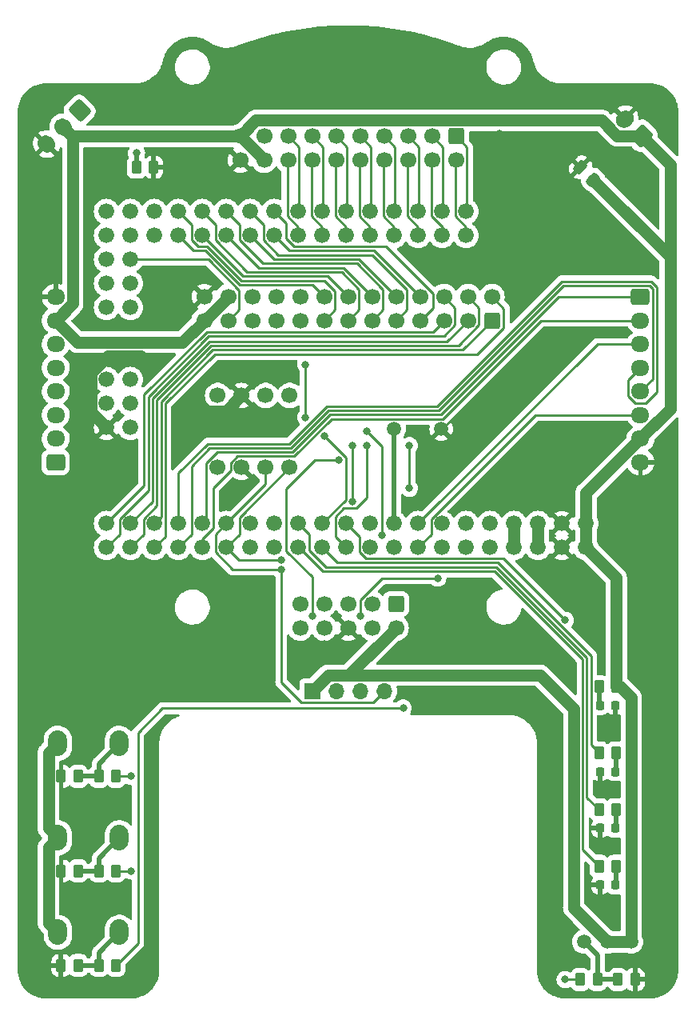
<source format=gbr>
%TF.GenerationSoftware,KiCad,Pcbnew,7.0.6*%
%TF.CreationDate,2023-12-23T00:17:47+09:00*%
%TF.ProjectId,MainBoard_ATMega2560Pro_20230629,4d61696e-426f-4617-9264-5f41544d6567,rev?*%
%TF.SameCoordinates,Original*%
%TF.FileFunction,Copper,L1,Top*%
%TF.FilePolarity,Positive*%
%FSLAX46Y46*%
G04 Gerber Fmt 4.6, Leading zero omitted, Abs format (unit mm)*
G04 Created by KiCad (PCBNEW 7.0.6) date 2023-12-23 00:17:47*
%MOMM*%
%LPD*%
G01*
G04 APERTURE LIST*
G04 Aperture macros list*
%AMRoundRect*
0 Rectangle with rounded corners*
0 $1 Rounding radius*
0 $2 $3 $4 $5 $6 $7 $8 $9 X,Y pos of 4 corners*
0 Add a 4 corners polygon primitive as box body*
4,1,4,$2,$3,$4,$5,$6,$7,$8,$9,$2,$3,0*
0 Add four circle primitives for the rounded corners*
1,1,$1+$1,$2,$3*
1,1,$1+$1,$4,$5*
1,1,$1+$1,$6,$7*
1,1,$1+$1,$8,$9*
0 Add four rect primitives between the rounded corners*
20,1,$1+$1,$2,$3,$4,$5,0*
20,1,$1+$1,$4,$5,$6,$7,0*
20,1,$1+$1,$6,$7,$8,$9,0*
20,1,$1+$1,$8,$9,$2,$3,0*%
%AMHorizOval*
0 Thick line with rounded ends*
0 $1 width*
0 $2 $3 position (X,Y) of the first rounded end (center of the circle)*
0 $4 $5 position (X,Y) of the second rounded end (center of the circle)*
0 Add line between two ends*
20,1,$1,$2,$3,$4,$5,0*
0 Add two circle primitives to create the rounded ends*
1,1,$1,$2,$3*
1,1,$1,$4,$5*%
G04 Aperture macros list end*
%TA.AperFunction,SMDPad,CuDef*%
%ADD10RoundRect,0.218750X0.218750X0.256250X-0.218750X0.256250X-0.218750X-0.256250X0.218750X-0.256250X0*%
%TD*%
%TA.AperFunction,SMDPad,CuDef*%
%ADD11RoundRect,0.250000X-0.262500X-0.450000X0.262500X-0.450000X0.262500X0.450000X-0.262500X0.450000X0*%
%TD*%
%TA.AperFunction,ComponentPad*%
%ADD12O,2.000000X2.700000*%
%TD*%
%TA.AperFunction,ComponentPad*%
%ADD13RoundRect,0.250000X0.954594X0.106066X0.106066X0.954594X-0.954594X-0.106066X-0.106066X-0.954594X0*%
%TD*%
%TA.AperFunction,ComponentPad*%
%ADD14HorizOval,1.700000X0.106066X0.106066X-0.106066X-0.106066X0*%
%TD*%
%TA.AperFunction,SMDPad,CuDef*%
%ADD15RoundRect,0.250000X0.512652X0.159099X0.159099X0.512652X-0.512652X-0.159099X-0.159099X-0.512652X0*%
%TD*%
%TA.AperFunction,ComponentPad*%
%ADD16R,1.700000X1.700000*%
%TD*%
%TA.AperFunction,ComponentPad*%
%ADD17O,1.700000X1.700000*%
%TD*%
%TA.AperFunction,ComponentPad*%
%ADD18C,1.676400*%
%TD*%
%TA.AperFunction,SMDPad,CuDef*%
%ADD19RoundRect,0.250000X0.262500X0.450000X-0.262500X0.450000X-0.262500X-0.450000X0.262500X-0.450000X0*%
%TD*%
%TA.AperFunction,ComponentPad*%
%ADD20C,1.500000*%
%TD*%
%TA.AperFunction,ComponentPad*%
%ADD21RoundRect,0.250000X-0.600000X0.600000X-0.600000X-0.600000X0.600000X-0.600000X0.600000X0.600000X0*%
%TD*%
%TA.AperFunction,ComponentPad*%
%ADD22C,1.700000*%
%TD*%
%TA.AperFunction,ComponentPad*%
%ADD23RoundRect,0.250000X-0.088388X0.936916X-0.936916X0.088388X0.088388X-0.936916X0.936916X-0.088388X0*%
%TD*%
%TA.AperFunction,ComponentPad*%
%ADD24HorizOval,1.700000X-0.088388X0.088388X0.088388X-0.088388X0*%
%TD*%
%TA.AperFunction,SMDPad,CuDef*%
%ADD25RoundRect,0.218750X-0.218750X-0.256250X0.218750X-0.256250X0.218750X0.256250X-0.218750X0.256250X0*%
%TD*%
%TA.AperFunction,ComponentPad*%
%ADD26RoundRect,0.250000X-0.725000X0.600000X-0.725000X-0.600000X0.725000X-0.600000X0.725000X0.600000X0*%
%TD*%
%TA.AperFunction,ComponentPad*%
%ADD27O,1.950000X1.700000*%
%TD*%
%TA.AperFunction,ComponentPad*%
%ADD28RoundRect,0.250000X0.600000X-0.600000X0.600000X0.600000X-0.600000X0.600000X-0.600000X-0.600000X0*%
%TD*%
%TA.AperFunction,ComponentPad*%
%ADD29RoundRect,0.250000X0.725000X-0.600000X0.725000X0.600000X-0.725000X0.600000X-0.725000X-0.600000X0*%
%TD*%
%TA.AperFunction,ViaPad*%
%ADD30C,0.800000*%
%TD*%
%TA.AperFunction,Conductor*%
%ADD31C,0.500000*%
%TD*%
%TA.AperFunction,Conductor*%
%ADD32C,1.250000*%
%TD*%
%TA.AperFunction,Conductor*%
%ADD33C,0.250000*%
%TD*%
G04 APERTURE END LIST*
D10*
%TO.P,D2,1,K*%
%TO.N,Net-(D2-K)*%
X130027500Y-142287500D03*
%TO.P,D2,2,A*%
%TO.N,GND*%
X128452500Y-142287500D03*
%TD*%
D11*
%TO.P,R13,1*%
%TO.N,Sig_Kicker*%
X79315915Y-78327881D03*
%TO.P,R13,2*%
%TO.N,GND*%
X81140915Y-78327881D03*
%TD*%
%TO.P,R5,1*%
%TO.N,Net-(SW1A-B)*%
X75327500Y-142787500D03*
%TO.P,R5,2*%
%TO.N,Sig_BTN1*%
X77152500Y-142787500D03*
%TD*%
%TO.P,R6,1*%
%TO.N,GND*%
X71327500Y-142787500D03*
%TO.P,R6,2*%
%TO.N,Net-(SW1A-B)*%
X73152500Y-142787500D03*
%TD*%
D12*
%TO.P,SW3,1,A*%
%TO.N,VIN*%
X70990000Y-159287500D03*
%TO.P,SW3,2,B*%
%TO.N,Net-(SW3A-B)*%
X77490000Y-159287500D03*
%TD*%
D13*
%TO.P,J5,1,Pin_1*%
%TO.N,VIN*%
X132815736Y-74979531D03*
D14*
%TO.P,J5,2,Pin_2*%
%TO.N,GND*%
X131047969Y-73211764D03*
%TD*%
D15*
%TO.P,C1,1*%
%TO.N,VIN*%
X127711751Y-79659251D03*
%TO.P,C1,2*%
%TO.N,GND*%
X126368249Y-78315749D03*
%TD*%
D12*
%TO.P,SW1,1,A*%
%TO.N,VIN*%
X70990000Y-139287500D03*
%TO.P,SW1,2,B*%
%TO.N,Net-(SW1A-B)*%
X77490000Y-139287500D03*
%TD*%
D16*
%TO.P,J3,1,Pin_1*%
%TO.N,VIN*%
X97940000Y-133762500D03*
D17*
%TO.P,J3,2,Pin_2*%
%TO.N,GND*%
X100480000Y-133762500D03*
%TO.P,J3,3,Pin_3*%
%TO.N,SCL*%
X103020000Y-133762500D03*
%TO.P,J3,4,Pin_4*%
%TO.N,SDA*%
X105560000Y-133762500D03*
%TD*%
D11*
%TO.P,R8,1*%
%TO.N,GND*%
X71327500Y-152787500D03*
%TO.P,R8,2*%
%TO.N,Net-(SW2A-B)*%
X73152500Y-152787500D03*
%TD*%
D18*
%TO.P,U1,3V3_1,3V3*%
%TO.N,unconnected-(U1-3V3-Pad3V3_1)*%
X119320000Y-118567500D03*
%TO.P,U1,3V3_2,3V3*%
X119320000Y-116027500D03*
%TO.P,U1,5V_1,5V*%
%TO.N,unconnected-(U1-5V-Pad5V_1)*%
X121860000Y-118567500D03*
%TO.P,U1,5V_2,5V*%
X121860000Y-116027500D03*
%TO.P,U1,5V_3,5V*%
X76140000Y-100787500D03*
%TO.P,U1,A0,A0*%
%TO.N,Sig1_BALL*%
X114240000Y-83007500D03*
%TO.P,U1,A1,A1*%
%TO.N,Sig2_BALL*%
X114240000Y-85547500D03*
%TO.P,U1,A2,A2*%
%TO.N,Sig3_BALL*%
X111700000Y-83007500D03*
%TO.P,U1,A3,A3*%
%TO.N,Sig4_BALL*%
X111700000Y-85547500D03*
%TO.P,U1,A4,A4*%
%TO.N,Sig5_BALL*%
X109160000Y-83007500D03*
%TO.P,U1,A5,A5*%
%TO.N,Sig6_BALL*%
X109160000Y-85547500D03*
%TO.P,U1,A6,A6*%
%TO.N,Sig7_BALL*%
X106620000Y-83007500D03*
%TO.P,U1,A7,A7*%
%TO.N,Sig8_BALL*%
X106620000Y-85547500D03*
%TO.P,U1,A8,A8*%
%TO.N,Sig9_BALL*%
X104080000Y-83007500D03*
%TO.P,U1,A9,A9*%
%TO.N,Sig10_BALL*%
X104080000Y-85547500D03*
%TO.P,U1,A10,A10*%
%TO.N,Sig11_BALL*%
X101540000Y-83007500D03*
%TO.P,U1,A11,A11*%
%TO.N,Sig12_BALL*%
X101540000Y-85547500D03*
%TO.P,U1,A12,A12*%
%TO.N,Sig13_BALL*%
X99000000Y-83007500D03*
%TO.P,U1,A13,A13*%
%TO.N,Sig14_BALL*%
X99000000Y-85547500D03*
%TO.P,U1,A14,A14*%
%TO.N,Sig15_BALL*%
X96460000Y-83007500D03*
%TO.P,U1,A15,A15*%
%TO.N,Sig16_BALL*%
X96460000Y-85547500D03*
%TO.P,U1,AREF,AREF*%
%TO.N,unconnected-(U1-PadAREF)*%
X116780000Y-116027500D03*
%TO.P,U1,D2,D2*%
%TO.N,PWM_M1*%
X111700000Y-116027500D03*
%TO.P,U1,D3,D3*%
%TO.N,PWM_M2*%
X111700000Y-118567500D03*
%TO.P,U1,D4,D4*%
%TO.N,PWM_M3*%
X109160000Y-116027500D03*
%TO.P,U1,D5,D5*%
%TO.N,PWM_M4*%
X109160000Y-118567500D03*
%TO.P,U1,D6,D6*%
%TO.N,PWM_Buzzer*%
X106620000Y-116027500D03*
%TO.P,U1,D7,D7*%
%TO.N,Sig_BTN1*%
X106620000Y-118567500D03*
%TO.P,U1,D8,D8*%
%TO.N,Sig_BTN2*%
X104080000Y-116027500D03*
%TO.P,U1,D9,D9*%
%TO.N,Sig_BTN3*%
X104080000Y-118567500D03*
%TO.P,U1,D10,D10*%
%TO.N,Sig_LEVER*%
X101540000Y-116027500D03*
%TO.P,U1,D11,D11*%
%TO.N,Sig_NeoPixel*%
X101540000Y-118567500D03*
%TO.P,U1,D12,D12*%
%TO.N,Sig_Kicker*%
X99000000Y-116027500D03*
%TO.P,U1,D13,D13*%
%TO.N,Sig_LED1*%
X99000000Y-118567500D03*
%TO.P,U1,D14,D14*%
%TO.N,Sig_LED2*%
X96460000Y-116027500D03*
%TO.P,U1,D15,D15*%
%TO.N,Sig_LED3*%
X96460000Y-118567500D03*
%TO.P,U1,D16,D16*%
%TO.N,Sig_M1-1*%
X93920000Y-116027500D03*
%TO.P,U1,D17,D17*%
%TO.N,Sig_M1-2*%
X93920000Y-118567500D03*
%TO.P,U1,D18,D18*%
%TO.N,Sig_M2-1*%
X91380000Y-116027500D03*
%TO.P,U1,D19,D19*%
%TO.N,Sig_M2-2*%
X91380000Y-118567500D03*
%TO.P,U1,D20,D20*%
%TO.N,SDA*%
X88840000Y-116027500D03*
%TO.P,U1,D21,D21*%
%TO.N,SCL*%
X88840000Y-118567500D03*
%TO.P,U1,D22,D22*%
%TO.N,Sig_M3-1*%
X86300000Y-116027500D03*
%TO.P,U1,D23,D23*%
%TO.N,Sig_M3-2*%
X86300000Y-118567500D03*
%TO.P,U1,D24,D24*%
%TO.N,Sig_M4-1*%
X83760000Y-116027500D03*
%TO.P,U1,D25,D25*%
%TO.N,Sig_M4-2*%
X83760000Y-118567500D03*
%TO.P,U1,D26,D26*%
%TO.N,Sig1_LINE*%
X81220000Y-116027500D03*
%TO.P,U1,D27,D27*%
%TO.N,Sig2_LINE*%
X81220000Y-118567500D03*
%TO.P,U1,D28,D28*%
%TO.N,Sig3_LINE*%
X78680000Y-116027500D03*
%TO.P,U1,D29,D29*%
%TO.N,Sig4_LINE*%
X78680000Y-118567500D03*
%TO.P,U1,D30,D30*%
%TO.N,Sig5_LINE*%
X76140000Y-116027500D03*
%TO.P,U1,D31,D31*%
%TO.N,Sig6_LINE*%
X76140000Y-118567500D03*
%TO.P,U1,D32,D32*%
%TO.N,Sig7_LINE*%
X93920000Y-83007500D03*
%TO.P,U1,D33,D33*%
%TO.N,Sig8_LINE*%
X93920000Y-85547500D03*
%TO.P,U1,D34,D34*%
%TO.N,Sig9_LINE*%
X91380000Y-83007500D03*
%TO.P,U1,D35,D35*%
%TO.N,Sig10_LINE*%
X91380000Y-85547500D03*
%TO.P,U1,D36,D36*%
%TO.N,Sig11_LINE*%
X88840000Y-83007500D03*
%TO.P,U1,D37,D37*%
%TO.N,Sig12_LINE*%
X88840000Y-85547500D03*
%TO.P,U1,D38,D38*%
%TO.N,Sig13_LINE*%
X86300000Y-83007500D03*
%TO.P,U1,D39,D39*%
%TO.N,Sig14_LINE*%
X86300000Y-85547500D03*
%TO.P,U1,D40,D40*%
%TO.N,Sig15_LINE*%
X83760000Y-83007500D03*
%TO.P,U1,D41,D41*%
%TO.N,Sig16_LINE*%
X83760000Y-85547500D03*
%TO.P,U1,D42,D42*%
%TO.N,Sig17_LINE*%
X81220000Y-83007500D03*
%TO.P,U1,D43,D43*%
%TO.N,Sig18_LINE*%
X81220000Y-85547500D03*
%TO.P,U1,D44,D44*%
%TO.N,Sig19_LINE*%
X78680000Y-83007500D03*
%TO.P,U1,D45,D45*%
%TO.N,Sig20_LINE*%
X78680000Y-85547500D03*
%TO.P,U1,D46,D46*%
%TO.N,Sig21_LINE*%
X76140000Y-83007500D03*
%TO.P,U1,D47,D47*%
%TO.N,Sig22_LINE*%
X76140000Y-85547500D03*
%TO.P,U1,D48,D48*%
%TO.N,unconnected-(U1-PadD48)*%
X76140000Y-88087500D03*
%TO.P,U1,D49,D49*%
%TO.N,Sig23_BALL-Kicker*%
X78680000Y-88087500D03*
%TO.P,U1,D50,D50*%
%TO.N,MISO*%
X76140000Y-90627500D03*
%TO.P,U1,D51,D51*%
%TO.N,MOSI*%
X78680000Y-90627500D03*
%TO.P,U1,D52,D52*%
%TO.N,SCK*%
X76140000Y-93167500D03*
%TO.P,U1,D53,D53*%
%TO.N,SS*%
X78680000Y-93167500D03*
%TO.P,U1,GND_1,GND*%
%TO.N,GND*%
X124400000Y-118567500D03*
%TO.P,U1,GND_2,GND*%
X124400000Y-116027500D03*
%TO.P,U1,GND_3,GND*%
X76140000Y-105867500D03*
%TO.P,U1,MISO,MISO*%
%TO.N,unconnected-(U1-PadMISO)*%
X78680000Y-100787500D03*
%TO.P,U1,MOSI,MOSI*%
%TO.N,unconnected-(U1-PadMOSI)*%
X76140000Y-103327500D03*
%TO.P,U1,RESET,RESET*%
%TO.N,unconnected-(U1-PadRESET)*%
X78680000Y-105867500D03*
%TO.P,U1,RST,RST*%
%TO.N,unconnected-(U1-PadRST)*%
X116780000Y-118567500D03*
%TO.P,U1,RX,RX*%
%TO.N,RX*%
X114240000Y-116027500D03*
%TO.P,U1,SCK,SCK*%
%TO.N,unconnected-(U1-PadSCK)*%
X78680000Y-103327500D03*
%TO.P,U1,TX,TX*%
%TO.N,TX*%
X114240000Y-118567500D03*
%TO.P,U1,VIN_1,VIN*%
%TO.N,VIN*%
X126940000Y-118567500D03*
%TO.P,U1,VIN_2,VIN*%
X126940000Y-116027500D03*
%TD*%
D10*
%TO.P,D4,1,K*%
%TO.N,Net-(D4-K)*%
X130027500Y-154287500D03*
%TO.P,D4,2,A*%
%TO.N,GND*%
X128452500Y-154287500D03*
%TD*%
D19*
%TO.P,R1,1*%
%TO.N,VIN*%
X130152500Y-133287500D03*
%TO.P,R1,2*%
%TO.N,Net-(D1-K)*%
X128327500Y-133287500D03*
%TD*%
%TO.P,R12,1*%
%TO.N,GND*%
X132152500Y-164287500D03*
%TO.P,R12,2*%
%TO.N,Net-(SW4A-C)*%
X130327500Y-164287500D03*
%TD*%
D20*
%TO.P,SW4,1,A*%
%TO.N,VIN*%
X131740000Y-160287500D03*
%TO.P,SW4,2,B*%
X129240000Y-160287500D03*
%TO.P,SW4,3,C*%
%TO.N,Net-(SW4A-C)*%
X126740000Y-160287500D03*
%TD*%
D11*
%TO.P,R7,1*%
%TO.N,Net-(SW2A-B)*%
X75327500Y-152787500D03*
%TO.P,R7,2*%
%TO.N,Sig_BTN2*%
X77152500Y-152787500D03*
%TD*%
D21*
%TO.P,J1,1,Pin_1*%
%TO.N,Net-(J1-Pin_1)*%
X106820000Y-124535000D03*
D22*
%TO.P,J1,2,Pin_2*%
%TO.N,VIN*%
X106820000Y-127075000D03*
%TO.P,J1,3,Pin_3*%
%TO.N,Net-(J1-Pin_3)*%
X104280000Y-124535000D03*
%TO.P,J1,4,Pin_4*%
%TO.N,Net-(J1-Pin_4)*%
X104280000Y-127075000D03*
%TO.P,J1,5,Pin_5*%
%TO.N,Net-(J1-Pin_5)*%
X101740000Y-124535000D03*
%TO.P,J1,6,Pin_6*%
%TO.N,GND*%
X101740000Y-127075000D03*
%TO.P,J1,7,Pin_7*%
%TO.N,Net-(J1-Pin_7)*%
X99200000Y-124535000D03*
%TO.P,J1,8,Pin_8*%
%TO.N,unconnected-(J1-Pin_8-Pad8)*%
X99200000Y-127075000D03*
%TO.P,J1,9,Pin_9*%
%TO.N,Net-(J1-Pin_9)*%
X96660000Y-124535000D03*
%TO.P,J1,10,Pin_10*%
%TO.N,unconnected-(J1-Pin_10-Pad10)*%
X96660000Y-127075000D03*
%TD*%
D19*
%TO.P,R11,1*%
%TO.N,Net-(SW4A-C)*%
X128152500Y-164287500D03*
%TO.P,R11,2*%
%TO.N,Sig_LEVER*%
X126327500Y-164287500D03*
%TD*%
D20*
%TO.P,BZ1,1,-*%
%TO.N,PWM_Buzzer*%
X106620000Y-106027500D03*
%TO.P,BZ1,2,+*%
%TO.N,GND*%
X111620000Y-106027500D03*
%TD*%
D23*
%TO.P,J8,1,Pin_1*%
%TO.N,Sig_Kicker*%
X73315915Y-72327881D03*
D24*
%TO.P,J8,2,Pin_2*%
%TO.N,VIN*%
X71548148Y-74095648D03*
%TO.P,J8,3,Pin_3*%
%TO.N,GND*%
X69780381Y-75863415D03*
%TD*%
D10*
%TO.P,D3,1,K*%
%TO.N,Net-(D3-K)*%
X130027500Y-148287500D03*
%TO.P,D3,2,A*%
%TO.N,GND*%
X128452500Y-148287500D03*
%TD*%
D11*
%TO.P,R9,1*%
%TO.N,Net-(SW3A-B)*%
X75327500Y-162787500D03*
%TO.P,R9,2*%
%TO.N,Sig_BTN3*%
X77152500Y-162787500D03*
%TD*%
D21*
%TO.P,J6,1,Pin_1*%
%TO.N,Sig1_BALL*%
X113170000Y-75035000D03*
D22*
%TO.P,J6,2,Pin_2*%
%TO.N,Sig2_BALL*%
X113170000Y-77575000D03*
%TO.P,J6,3,Pin_3*%
%TO.N,Sig3_BALL*%
X110630000Y-75035000D03*
%TO.P,J6,4,Pin_4*%
%TO.N,Sig4_BALL*%
X110630000Y-77575000D03*
%TO.P,J6,5,Pin_5*%
%TO.N,Sig5_BALL*%
X108090000Y-75035000D03*
%TO.P,J6,6,Pin_6*%
%TO.N,Sig6_BALL*%
X108090000Y-77575000D03*
%TO.P,J6,7,Pin_7*%
%TO.N,Sig7_BALL*%
X105550000Y-75035000D03*
%TO.P,J6,8,Pin_8*%
%TO.N,Sig8_BALL*%
X105550000Y-77575000D03*
%TO.P,J6,9,Pin_9*%
%TO.N,Sig9_BALL*%
X103010000Y-75035000D03*
%TO.P,J6,10,Pin_10*%
%TO.N,Sig10_BALL*%
X103010000Y-77575000D03*
%TO.P,J6,11,Pin_11*%
%TO.N,Sig11_BALL*%
X100470000Y-75035000D03*
%TO.P,J6,12,Pin_12*%
%TO.N,Sig12_BALL*%
X100470000Y-77575000D03*
%TO.P,J6,13,Pin_13*%
%TO.N,Sig13_BALL*%
X97930000Y-75035000D03*
%TO.P,J6,14,Pin_14*%
%TO.N,Sig14_BALL*%
X97930000Y-77575000D03*
%TO.P,J6,15,Pin_15*%
%TO.N,Sig15_BALL*%
X95390000Y-75035000D03*
%TO.P,J6,16,Pin_16*%
%TO.N,Sig16_BALL*%
X95390000Y-77575000D03*
%TO.P,J6,17,Pin_17*%
%TO.N,Sig_NeoPixel*%
X92850000Y-75035000D03*
%TO.P,J6,18,Pin_18*%
%TO.N,VIN*%
X92850000Y-77575000D03*
%TO.P,J6,19,Pin_19*%
X90310000Y-75035000D03*
%TO.P,J6,20,Pin_20*%
%TO.N,GND*%
X90310000Y-77575000D03*
%TD*%
D11*
%TO.P,R3,1*%
%TO.N,Sig_LED2*%
X128327500Y-146287500D03*
%TO.P,R3,2*%
%TO.N,Net-(D3-K)*%
X130152500Y-146287500D03*
%TD*%
D12*
%TO.P,SW2,1,A*%
%TO.N,VIN*%
X70990000Y-149287500D03*
%TO.P,SW2,2,B*%
%TO.N,Net-(SW2A-B)*%
X77490000Y-149287500D03*
%TD*%
D25*
%TO.P,D1,1,K*%
%TO.N,Net-(D1-K)*%
X128452500Y-135287500D03*
%TO.P,D1,2,A*%
%TO.N,GND*%
X130027500Y-135287500D03*
%TD*%
D11*
%TO.P,R10,1*%
%TO.N,GND*%
X71327500Y-162787500D03*
%TO.P,R10,2*%
%TO.N,Net-(SW3A-B)*%
X73152500Y-162787500D03*
%TD*%
%TO.P,R4,1*%
%TO.N,Sig_LED3*%
X128327500Y-152287500D03*
%TO.P,R4,2*%
%TO.N,Net-(D4-K)*%
X130152500Y-152287500D03*
%TD*%
%TO.P,R2,1*%
%TO.N,Sig_LED1*%
X128327500Y-140287500D03*
%TO.P,R2,2*%
%TO.N,Net-(D2-K)*%
X130152500Y-140287500D03*
%TD*%
D22*
%TO.P,U2,1,VIN*%
%TO.N,VIN*%
X87930000Y-110097500D03*
%TO.P,U2,2,GND*%
%TO.N,GND*%
X90470000Y-110097500D03*
%TO.P,U2,3,SDA/T*%
%TO.N,SDA*%
X93010000Y-110097500D03*
%TO.P,U2,4,SCL/R*%
%TO.N,SCL*%
X95550000Y-110097500D03*
%TO.P,U2,5,RESET*%
%TO.N,unconnected-(U2-RESET-Pad5)*%
X95550000Y-102477500D03*
%TO.P,U2,6,INT*%
%TO.N,unconnected-(U2-INT-Pad6)*%
X93010000Y-102477500D03*
%TO.P,U2,7,GND*%
%TO.N,GND*%
X90470000Y-102477500D03*
%TO.P,U2,8,VOUT*%
%TO.N,unconnected-(U2-VOUT-Pad8)*%
X87930000Y-102477500D03*
%TD*%
D26*
%TO.P,J4,1,Pin_1*%
%TO.N,Sig_M3-1*%
X132715000Y-92037500D03*
D27*
%TO.P,J4,2,Pin_2*%
%TO.N,Sig_M3-2*%
X132715000Y-94537500D03*
%TO.P,J4,3,Pin_3*%
%TO.N,PWM_M3*%
X132715000Y-97037500D03*
%TO.P,J4,4,Pin_4*%
%TO.N,Sig_M4-1*%
X132715000Y-99537500D03*
%TO.P,J4,5,Pin_5*%
%TO.N,Sig_M4-2*%
X132715000Y-102037500D03*
%TO.P,J4,6,Pin_6*%
%TO.N,PWM_M4*%
X132715000Y-104537500D03*
%TO.P,J4,7,Pin_7*%
%TO.N,VIN*%
X132715000Y-107037500D03*
%TO.P,J4,8,Pin_8*%
%TO.N,GND*%
X132715000Y-109537500D03*
%TD*%
D28*
%TO.P,J7,1,Pin_1*%
%TO.N,Sig1_LINE*%
X116980000Y-94540000D03*
D22*
%TO.P,J7,2,Pin_2*%
%TO.N,Sig2_LINE*%
X116980000Y-92000000D03*
%TO.P,J7,3,Pin_3*%
%TO.N,Sig3_LINE*%
X114440000Y-94540000D03*
%TO.P,J7,4,Pin_4*%
%TO.N,Sig4_LINE*%
X114440000Y-92000000D03*
%TO.P,J7,5,Pin_5*%
%TO.N,Sig5_LINE*%
X111900000Y-94540000D03*
%TO.P,J7,6,Pin_6*%
%TO.N,Sig6_LINE*%
X111900000Y-92000000D03*
%TO.P,J7,7,Pin_7*%
%TO.N,Sig7_LINE*%
X109360000Y-94540000D03*
%TO.P,J7,8,Pin_8*%
%TO.N,Sig8_LINE*%
X109360000Y-92000000D03*
%TO.P,J7,9,Pin_9*%
%TO.N,Sig9_LINE*%
X106820000Y-94540000D03*
%TO.P,J7,10,Pin_10*%
%TO.N,Sig10_LINE*%
X106820000Y-92000000D03*
%TO.P,J7,11,Pin_11*%
%TO.N,Sig11_LINE*%
X104280000Y-94540000D03*
%TO.P,J7,12,Pin_12*%
%TO.N,Sig12_LINE*%
X104280000Y-92000000D03*
%TO.P,J7,13,Pin_13*%
%TO.N,Sig13_LINE*%
X101740000Y-94540000D03*
%TO.P,J7,14,Pin_14*%
%TO.N,Sig14_LINE*%
X101740000Y-92000000D03*
%TO.P,J7,15,Pin_15*%
%TO.N,Sig15_LINE*%
X99200000Y-94540000D03*
%TO.P,J7,16,Pin_16*%
%TO.N,Sig16_LINE*%
X99200000Y-92000000D03*
%TO.P,J7,17,Pin_17*%
%TO.N,Sig17_LINE*%
X96660000Y-94540000D03*
%TO.P,J7,18,Pin_18*%
%TO.N,Sig18_LINE*%
X96660000Y-92000000D03*
%TO.P,J7,19,Pin_19*%
%TO.N,Sig19_LINE*%
X94120000Y-94540000D03*
%TO.P,J7,20,Pin_20*%
%TO.N,Sig20_LINE*%
X94120000Y-92000000D03*
%TO.P,J7,21,Pin_21*%
%TO.N,Sig21_LINE*%
X91580000Y-94540000D03*
%TO.P,J7,22,Pin_22*%
%TO.N,Sig22_LINE*%
X91580000Y-92000000D03*
%TO.P,J7,23,Pin_23*%
%TO.N,Sig23_BALL-Kicker*%
X89040000Y-94540000D03*
%TO.P,J7,24,Pin_24*%
%TO.N,VIN*%
X89040000Y-92000000D03*
%TO.P,J7,25,Pin_25*%
X86500000Y-94540000D03*
%TO.P,J7,26,Pin_26*%
%TO.N,GND*%
X86500000Y-92000000D03*
%TD*%
D29*
%TO.P,J2,1,Pin_1*%
%TO.N,Sig_M1-1*%
X70765000Y-109537500D03*
D27*
%TO.P,J2,2,Pin_2*%
%TO.N,Sig_M1-2*%
X70765000Y-107037500D03*
%TO.P,J2,3,Pin_3*%
%TO.N,PWM_M1*%
X70765000Y-104537500D03*
%TO.P,J2,4,Pin_4*%
%TO.N,Sig_M2-1*%
X70765000Y-102037500D03*
%TO.P,J2,5,Pin_5*%
%TO.N,Sig_M2-2*%
X70765000Y-99537500D03*
%TO.P,J2,6,Pin_6*%
%TO.N,PWM_M2*%
X70765000Y-97037500D03*
%TO.P,J2,7,Pin_7*%
%TO.N,VIN*%
X70765000Y-94537500D03*
%TO.P,J2,8,Pin_8*%
%TO.N,GND*%
X70765000Y-92037500D03*
%TD*%
D30*
%TO.N,GND*%
X116640000Y-128597500D03*
X130740000Y-77787500D03*
X113640000Y-126597500D03*
X117740000Y-77787500D03*
X96240000Y-131787500D03*
X131740000Y-78787500D03*
X114640000Y-127597500D03*
X76140000Y-112097500D03*
X77140000Y-113097500D03*
X99240000Y-128787500D03*
X113640000Y-129597500D03*
X114640000Y-126597500D03*
X117740000Y-74787500D03*
X129240000Y-137787500D03*
X117740000Y-75787500D03*
X78140000Y-112097500D03*
X96240000Y-130287500D03*
X129240000Y-150287500D03*
X79740000Y-98287500D03*
X115640000Y-128597500D03*
X117740000Y-78787500D03*
X116640000Y-129597500D03*
X117640000Y-129597500D03*
X77140000Y-112097500D03*
X76140000Y-114097500D03*
X115640000Y-127597500D03*
X113640000Y-128597500D03*
X76140000Y-113097500D03*
X129240000Y-144287500D03*
X107140000Y-129597500D03*
X113640000Y-125597500D03*
X114640000Y-128597500D03*
X115640000Y-129597500D03*
X114640000Y-129597500D03*
X97740000Y-128787500D03*
X113640000Y-127597500D03*
X97740000Y-131787500D03*
X117740000Y-79787500D03*
X129240000Y-156287500D03*
X97740000Y-130287500D03*
X131740000Y-76787500D03*
X99240000Y-130287500D03*
X96240000Y-128787500D03*
X117740000Y-76787500D03*
X132740000Y-77787500D03*
X84740000Y-103287500D03*
%TO.N,SCL*%
X94660000Y-119885000D03*
%TO.N,SDA*%
X94660000Y-120885000D03*
%TO.N,Sig_NeoPixel*%
X108240000Y-107787500D03*
X103740000Y-107787500D03*
X108240000Y-112287500D03*
%TO.N,Sig_BTN1*%
X78740000Y-142787500D03*
%TO.N,Sig_BTN2*%
X78740000Y-152787500D03*
%TO.N,Sig_BTN3*%
X107580000Y-135567500D03*
%TO.N,Sig_LEVER*%
X124740000Y-164287500D03*
X124752299Y-126275201D03*
%TO.N,Sig_Kicker*%
X97240000Y-99213000D03*
X79315915Y-76827881D03*
X99240000Y-106787500D03*
X97238957Y-104786457D03*
%TO.N,MISO*%
X103740000Y-106287500D03*
X105350000Y-117297500D03*
%TO.N,MOSI*%
X103010000Y-125795500D03*
X111240000Y-121805200D03*
%TO.N,SCK*%
X102227701Y-107799799D03*
X102227701Y-113694785D03*
%TO.N,SS*%
X100740000Y-109287500D03*
X97930000Y-125795500D03*
%TD*%
D31*
%TO.N,PWM_Buzzer*%
X106620000Y-106027500D02*
X106620000Y-116027500D01*
D32*
%TO.N,GND*%
X88795000Y-104152500D02*
X85605000Y-104152500D01*
X76287880Y-98287500D02*
X74476800Y-100098580D01*
X90470000Y-102477500D02*
X88795000Y-104152500D01*
X79740000Y-98287500D02*
X76287880Y-98287500D01*
X85605000Y-104152500D02*
X84740000Y-103287500D01*
X107140000Y-129597500D02*
X113640000Y-129597500D01*
X74476800Y-104204300D02*
X76140000Y-105867500D01*
X74476800Y-100098580D02*
X74476800Y-104204300D01*
%TO.N,VIN*%
X125640000Y-156687500D02*
X129240000Y-160287500D01*
X129240000Y-160287500D02*
X131740000Y-160287500D01*
X70765000Y-94537500D02*
X72565000Y-92737500D01*
X131740000Y-134467220D02*
X130560280Y-133287500D01*
X97940000Y-133762500D02*
X99615000Y-132087500D01*
X90310000Y-75035000D02*
X91985000Y-73360000D01*
X135865000Y-78028795D02*
X135865000Y-87812500D01*
X84202500Y-96837500D02*
X73065000Y-96837500D01*
X86500000Y-94540000D02*
X89040000Y-92000000D01*
X70990000Y-149287500D02*
X69990000Y-150287500D01*
X132715000Y-107037500D02*
X135865000Y-103887500D01*
X86500000Y-94540000D02*
X84202500Y-96837500D01*
X91985000Y-73360000D02*
X128615265Y-73360000D01*
X128615265Y-73360000D02*
X130248095Y-74992830D01*
X131740000Y-160287500D02*
X131740000Y-134467220D01*
X126940000Y-116027500D02*
X126940000Y-112812500D01*
X69990000Y-140287500D02*
X69990000Y-148287500D01*
X126940000Y-112812500D02*
X132715000Y-107037500D01*
X130560280Y-133287500D02*
X130152500Y-133287500D01*
X90310000Y-75035000D02*
X92850000Y-77575000D01*
X69990000Y-150287500D02*
X69990000Y-158287500D01*
X72565000Y-75112500D02*
X71548148Y-74095648D01*
X135865000Y-78028795D02*
X132815736Y-74979531D01*
X135865000Y-87812500D02*
X127711751Y-79659251D01*
X130152500Y-133287500D02*
X130152500Y-121780000D01*
X125640000Y-135627500D02*
X125640000Y-156687500D01*
X69990000Y-158287500D02*
X70990000Y-159287500D01*
X99615000Y-132087500D02*
X101807500Y-132087500D01*
X90310000Y-75035000D02*
X72487500Y-75035000D01*
X130152500Y-121780000D02*
X126940000Y-118567500D01*
X72565000Y-92737500D02*
X72565000Y-75112500D01*
X73065000Y-96837500D02*
X70765000Y-94537500D01*
X130248095Y-74992830D02*
X132802437Y-74992830D01*
X101807500Y-132087500D02*
X122100000Y-132087500D01*
X122100000Y-132087500D02*
X125640000Y-135627500D01*
X70990000Y-139287500D02*
X69990000Y-140287500D01*
X126940000Y-116027500D02*
X126940000Y-118567500D01*
X101807500Y-132087500D02*
X106820000Y-127075000D01*
X132802437Y-74992830D02*
X132815736Y-74979531D01*
X72487500Y-75035000D02*
X71548148Y-74095648D01*
X69990000Y-148287500D02*
X70990000Y-149287500D01*
X135865000Y-103887500D02*
X135865000Y-78028795D01*
D31*
%TO.N,Net-(D1-K)*%
X128327500Y-135162500D02*
X128452500Y-135287500D01*
X128327500Y-133287500D02*
X128327500Y-135162500D01*
%TO.N,Net-(D2-K)*%
X130152500Y-140287500D02*
X130152500Y-142162500D01*
X130152500Y-142162500D02*
X130027500Y-142287500D01*
%TO.N,Net-(D3-K)*%
X130152500Y-146287500D02*
X130152500Y-148162500D01*
X130152500Y-148162500D02*
X130027500Y-148287500D01*
%TO.N,Net-(D4-K)*%
X130152500Y-154162500D02*
X130027500Y-154287500D01*
X130152500Y-152287500D02*
X130152500Y-154162500D01*
D33*
%TO.N,SCL*%
X90216800Y-117190700D02*
X90216800Y-115430700D01*
X88840000Y-118567500D02*
X90157500Y-119885000D01*
X90157500Y-119885000D02*
X94660000Y-119885000D01*
X88840000Y-118567500D02*
X90216800Y-117190700D01*
X90216800Y-115430700D02*
X95550000Y-110097500D01*
%TO.N,SDA*%
X87676800Y-117190700D02*
X88840000Y-116027500D01*
X96765000Y-134937500D02*
X94660000Y-132832500D01*
X88840000Y-116027500D02*
X93010000Y-111857500D01*
X89512486Y-120885000D02*
X87676800Y-119049314D01*
X87676800Y-119049314D02*
X87676800Y-117190700D01*
X104385000Y-134937500D02*
X96765000Y-134937500D01*
X94660000Y-120885000D02*
X89512486Y-120885000D01*
X94660000Y-132832500D02*
X94660000Y-120885000D01*
X93010000Y-111857500D02*
X93010000Y-110097500D01*
X105560000Y-133762500D02*
X104385000Y-134937500D01*
%TO.N,Sig_M3-1*%
X111553604Y-104502500D02*
X124018604Y-92037500D01*
X99820305Y-104502500D02*
X111553604Y-104502500D01*
X87893299Y-108472500D02*
X95850305Y-108472500D01*
X95850305Y-108472500D02*
X99820305Y-104502500D01*
X124018604Y-92037500D02*
X132715000Y-92037500D01*
X86300000Y-116027500D02*
X86740000Y-115587500D01*
X86740000Y-109625799D02*
X87893299Y-108472500D01*
X86740000Y-115587500D02*
X86740000Y-109625799D01*
%TO.N,Sig_M3-2*%
X87463200Y-116509314D02*
X87463200Y-112226001D01*
X86300000Y-118567500D02*
X86300000Y-117672514D01*
X89983299Y-108922500D02*
X96036701Y-108922500D01*
X87463200Y-112226001D02*
X89295000Y-110394201D01*
X89295000Y-110394201D02*
X89295000Y-109610799D01*
X96036701Y-108922500D02*
X100006701Y-104952500D01*
X86300000Y-117672514D02*
X87463200Y-116509314D01*
X89295000Y-109610799D02*
X89983299Y-108922500D01*
X122155000Y-94537500D02*
X132715000Y-94537500D01*
X111740000Y-104952500D02*
X122155000Y-94537500D01*
X100006701Y-104952500D02*
X111740000Y-104952500D01*
%TO.N,PWM_M3*%
X128150000Y-97037500D02*
X132715000Y-97037500D01*
X109160000Y-116027500D02*
X128150000Y-97037500D01*
%TO.N,Sig_M4-1*%
X95477513Y-107572500D02*
X86884111Y-107572500D01*
X134465000Y-102074201D02*
X134465000Y-91012931D01*
X124370812Y-90412500D02*
X111180812Y-103602500D01*
X131415000Y-100837500D02*
X131415000Y-102524201D01*
X83760000Y-110696611D02*
X83760000Y-116027500D01*
X133251701Y-103287500D02*
X134465000Y-102074201D01*
X133864569Y-90412500D02*
X124370812Y-90412500D01*
X86884111Y-107572500D02*
X83760000Y-110696611D01*
X132715000Y-99537500D02*
X131415000Y-100837500D01*
X111180812Y-103602500D02*
X99447513Y-103602500D01*
X99447513Y-103602500D02*
X95477513Y-107572500D01*
X131415000Y-102524201D02*
X132178299Y-103287500D01*
X132178299Y-103287500D02*
X133251701Y-103287500D01*
X134465000Y-91012931D02*
X133864569Y-90412500D01*
%TO.N,Sig_M4-2*%
X83760000Y-118567500D02*
X85136800Y-117190700D01*
X87070507Y-108022500D02*
X95663909Y-108022500D01*
X111367208Y-104052500D02*
X124557208Y-90862500D01*
X85136800Y-117190700D02*
X85136800Y-109956207D01*
X134015000Y-100737500D02*
X132715000Y-102037500D01*
X124557208Y-90862500D02*
X133678173Y-90862500D01*
X134015000Y-91199327D02*
X134015000Y-100737500D01*
X99633909Y-104052500D02*
X111367208Y-104052500D01*
X133678173Y-90862500D02*
X134015000Y-91199327D01*
X95663909Y-108022500D02*
X99633909Y-104052500D01*
X85136800Y-109956207D02*
X87070507Y-108022500D01*
%TO.N,PWM_M4*%
X110536800Y-117190700D02*
X110536800Y-115545686D01*
X110536800Y-115545686D02*
X121544986Y-104537500D01*
X121544986Y-104537500D02*
X132715000Y-104537500D01*
X109160000Y-118567500D02*
X110536800Y-117190700D01*
%TO.N,Sig1_BALL*%
X114240000Y-83007500D02*
X114345000Y-82902500D01*
X114345000Y-82902500D02*
X114345000Y-76210000D01*
X114345000Y-76210000D02*
X113170000Y-75035000D01*
%TO.N,Sig2_BALL*%
X114240000Y-84652514D02*
X114240000Y-85547500D01*
X113170000Y-77575000D02*
X113076800Y-77668200D01*
X113076800Y-77668200D02*
X113076800Y-83489314D01*
X113076800Y-83489314D02*
X114240000Y-84652514D01*
%TO.N,Sig3_BALL*%
X111805000Y-76210000D02*
X110630000Y-75035000D01*
X111805000Y-82902500D02*
X111805000Y-76210000D01*
X111700000Y-83007500D02*
X111805000Y-82902500D01*
%TO.N,Sig4_BALL*%
X110536800Y-77668200D02*
X110630000Y-77575000D01*
X110536800Y-83489314D02*
X110536800Y-77668200D01*
X111740000Y-85507500D02*
X111740000Y-84692514D01*
X111740000Y-84692514D02*
X110536800Y-83489314D01*
%TO.N,Sig5_BALL*%
X109265000Y-82902500D02*
X109265000Y-76210000D01*
X109160000Y-83007500D02*
X109265000Y-82902500D01*
X109265000Y-76210000D02*
X108090000Y-75035000D01*
%TO.N,Sig6_BALL*%
X108090000Y-77575000D02*
X107996800Y-77668200D01*
X109160000Y-84652514D02*
X109160000Y-85547500D01*
X107996800Y-77668200D02*
X107996800Y-83489314D01*
X107996800Y-83489314D02*
X109160000Y-84652514D01*
%TO.N,Sig7_BALL*%
X106620000Y-83007500D02*
X106725000Y-82902500D01*
X106725000Y-82902500D02*
X106725000Y-76210000D01*
X106725000Y-76210000D02*
X105550000Y-75035000D01*
%TO.N,Sig8_BALL*%
X106623200Y-85544300D02*
X106620000Y-85547500D01*
X106623200Y-84655714D02*
X106623200Y-85544300D01*
X105456800Y-83489314D02*
X106623200Y-84655714D01*
X105550000Y-77575000D02*
X105456800Y-77668200D01*
X105456800Y-77668200D02*
X105456800Y-83489314D01*
%TO.N,Sig9_BALL*%
X104080000Y-83007500D02*
X104185000Y-82902500D01*
X104185000Y-76210000D02*
X103010000Y-75035000D01*
X104185000Y-82902500D02*
X104185000Y-76210000D01*
%TO.N,Sig10_BALL*%
X104080000Y-84652514D02*
X104080000Y-85547500D01*
X102916800Y-83489314D02*
X104080000Y-84652514D01*
X103010000Y-77575000D02*
X102916800Y-77668200D01*
X102916800Y-77668200D02*
X102916800Y-83489314D01*
%TO.N,Sig11_BALL*%
X101540000Y-83007500D02*
X101645000Y-82902500D01*
X101645000Y-82902500D02*
X101645000Y-76210000D01*
X101645000Y-76210000D02*
X100470000Y-75035000D01*
%TO.N,Sig12_BALL*%
X100376800Y-77668200D02*
X100376800Y-83489314D01*
X101540000Y-84652514D02*
X101540000Y-85547500D01*
X100470000Y-77575000D02*
X100376800Y-77668200D01*
X100376800Y-83489314D02*
X101540000Y-84652514D01*
%TO.N,Sig13_BALL*%
X99000000Y-83007500D02*
X99105000Y-82902500D01*
X99105000Y-82902500D02*
X99105000Y-76210000D01*
X99105000Y-76210000D02*
X97930000Y-75035000D01*
%TO.N,Sig14_BALL*%
X97836800Y-83489314D02*
X99000000Y-84652514D01*
X99000000Y-84652514D02*
X99000000Y-85547500D01*
X97930000Y-77575000D02*
X97836800Y-77668200D01*
X97836800Y-77668200D02*
X97836800Y-83489314D01*
%TO.N,Sig15_BALL*%
X96565000Y-76210000D02*
X95390000Y-75035000D01*
X96565000Y-82902500D02*
X96565000Y-76210000D01*
X96460000Y-83007500D02*
X96565000Y-82902500D01*
%TO.N,Sig16_BALL*%
X96460000Y-84652514D02*
X96460000Y-85547500D01*
X95296800Y-77668200D02*
X95296800Y-83489314D01*
X95390000Y-77575000D02*
X95296800Y-77668200D01*
X95296800Y-83489314D02*
X96460000Y-84652514D01*
%TO.N,Sig_NeoPixel*%
X100376800Y-115287096D02*
X101244111Y-114419785D01*
X101540000Y-118567500D02*
X100376800Y-117404300D01*
X101244111Y-114419785D02*
X102607715Y-114419785D01*
X108240000Y-112287500D02*
X108240000Y-107787500D01*
X102607715Y-114419785D02*
X103740000Y-113287500D01*
X100376800Y-117404300D02*
X100376800Y-115287096D01*
X103740000Y-110287500D02*
X103740000Y-107787500D01*
X103740000Y-113287500D02*
X103740000Y-110287500D01*
%TO.N,Sig1_LINE*%
X81933200Y-115314300D02*
X81933200Y-103139884D01*
X81220000Y-116027500D02*
X81933200Y-115314300D01*
X87416681Y-97656403D02*
X113863597Y-97656403D01*
X113863597Y-97656403D02*
X116980000Y-94540000D01*
X81933200Y-103139884D02*
X87416681Y-97656403D01*
%TO.N,Sig2_LINE*%
X82383200Y-117404300D02*
X82383200Y-103326280D01*
X87603077Y-98106403D02*
X115426770Y-98106403D01*
X118240000Y-93260000D02*
X116980000Y-92000000D01*
X82383200Y-103326280D02*
X87603077Y-98106403D01*
X115426770Y-98106403D02*
X118240000Y-95293173D01*
X81220000Y-118567500D02*
X82383200Y-117404300D01*
X118240000Y-95293173D02*
X118240000Y-93260000D01*
%TO.N,Sig3_LINE*%
X87043889Y-96756403D02*
X112223597Y-96756403D01*
X78680000Y-116027500D02*
X81033200Y-113674300D01*
X81033200Y-113674300D02*
X81033200Y-102767092D01*
X81033200Y-102767092D02*
X87043889Y-96756403D01*
X112223597Y-96756403D02*
X114440000Y-94540000D01*
%TO.N,Sig4_LINE*%
X113435298Y-97206403D02*
X87230285Y-97206403D01*
X80056800Y-117190700D02*
X78680000Y-118567500D01*
X115615000Y-93175000D02*
X115615000Y-95026701D01*
X81483200Y-114119286D02*
X80056800Y-115545686D01*
X115615000Y-95026701D02*
X113435298Y-97206403D01*
X81483200Y-102953488D02*
X81483200Y-114119286D01*
X80056800Y-115545686D02*
X80056800Y-117190700D01*
X114440000Y-92000000D02*
X115615000Y-93175000D01*
X87230285Y-97206403D02*
X81483200Y-102953488D01*
%TO.N,Sig5_LINE*%
X80133200Y-102394300D02*
X86812500Y-95715000D01*
X76140000Y-116027500D02*
X80133200Y-112034300D01*
X86812500Y-95715000D02*
X110725000Y-95715000D01*
X110725000Y-95715000D02*
X111900000Y-94540000D01*
X80133200Y-112034300D02*
X80133200Y-102394300D01*
%TO.N,Sig6_LINE*%
X80583200Y-102580696D02*
X80583200Y-112479286D01*
X113075000Y-93175000D02*
X113075000Y-95026701D01*
X111900000Y-92000000D02*
X113075000Y-93175000D01*
X111936701Y-96165000D02*
X86998896Y-96165000D01*
X80583200Y-112479286D02*
X77516800Y-115545686D01*
X77516800Y-117190700D02*
X76140000Y-118567500D01*
X86998896Y-96165000D02*
X80583200Y-102580696D01*
X77516800Y-115545686D02*
X77516800Y-117190700D01*
X113075000Y-95026701D02*
X111936701Y-96165000D01*
%TO.N,Sig7_LINE*%
X105732401Y-86710700D02*
X95978186Y-86710700D01*
X110725000Y-91703299D02*
X105732401Y-86710700D01*
X95151802Y-85884316D02*
X95151802Y-84239302D01*
X95978186Y-86710700D02*
X95151802Y-85884316D01*
X109360000Y-94540000D02*
X110725000Y-93175000D01*
X95151802Y-84239302D02*
X93920000Y-83007500D01*
X110725000Y-93175000D02*
X110725000Y-91703299D01*
%TO.N,Sig8_LINE*%
X104520700Y-87160700D02*
X95533200Y-87160700D01*
X95533200Y-87160700D02*
X93920000Y-85547500D01*
X109360000Y-92000000D02*
X104520700Y-87160700D01*
%TO.N,Sig9_LINE*%
X92756800Y-84384300D02*
X92756800Y-86029314D01*
X104334304Y-87610700D02*
X94338186Y-87610700D01*
X107995000Y-91271396D02*
X104334304Y-87610700D01*
X94338186Y-87610700D02*
X92756800Y-86029314D01*
X106820000Y-94540000D02*
X107995000Y-93365000D01*
X107995000Y-93365000D02*
X107995000Y-91271396D01*
X91380000Y-83007500D02*
X92756800Y-84384300D01*
%TO.N,Sig10_LINE*%
X93893200Y-88060700D02*
X91380000Y-85547500D01*
X106820000Y-92000000D02*
X102880700Y-88060700D01*
X102880700Y-88060700D02*
X93893200Y-88060700D01*
%TO.N,Sig11_LINE*%
X92698186Y-88510700D02*
X90216800Y-86029314D01*
X102694304Y-88510700D02*
X92698186Y-88510700D01*
X90216800Y-84384300D02*
X88840000Y-83007500D01*
X90216800Y-86029314D02*
X90216800Y-84384300D01*
X105455000Y-91271396D02*
X102694304Y-88510700D01*
X104280000Y-94540000D02*
X105455000Y-93365000D01*
X105455000Y-93365000D02*
X105455000Y-91271396D01*
%TO.N,Sig12_LINE*%
X104280000Y-92000000D02*
X101240700Y-88960700D01*
X101240700Y-88960700D02*
X92253200Y-88960700D01*
X92253200Y-88960700D02*
X88840000Y-85547500D01*
%TO.N,Sig13_LINE*%
X91058186Y-89410700D02*
X87676800Y-86029314D01*
X101054304Y-89410700D02*
X91058186Y-89410700D01*
X87676800Y-86029314D02*
X87676800Y-84384300D01*
X102915000Y-91271396D02*
X101054304Y-89410700D01*
X87676800Y-84384300D02*
X86300000Y-83007500D01*
X101740000Y-94540000D02*
X102915000Y-93365000D01*
X102915000Y-93365000D02*
X102915000Y-91271396D01*
%TO.N,Sig14_LINE*%
X99600700Y-89860700D02*
X90613200Y-89860700D01*
X90613200Y-89860700D02*
X86300000Y-85547500D01*
X101740000Y-92000000D02*
X99600700Y-89860700D01*
%TO.N,Sig15_LINE*%
X85136800Y-86029314D02*
X85136800Y-84384300D01*
X99200000Y-94540000D02*
X100375000Y-93365000D01*
X85818186Y-86710700D02*
X85136800Y-86029314D01*
X100375000Y-91422500D02*
X99263200Y-90310700D01*
X100375000Y-93365000D02*
X100375000Y-91422500D01*
X99263200Y-90310700D02*
X90426804Y-90310700D01*
X85136800Y-84384300D02*
X83760000Y-83007500D01*
X90426804Y-90310700D02*
X86826804Y-86710700D01*
X86826804Y-86710700D02*
X85818186Y-86710700D01*
%TO.N,Sig16_LINE*%
X85373200Y-87160700D02*
X83760000Y-85547500D01*
X86640408Y-87160700D02*
X85373200Y-87160700D01*
X90240408Y-90760700D02*
X86640408Y-87160700D01*
X97960700Y-90760700D02*
X90240408Y-90760700D01*
X99200000Y-92000000D02*
X97960700Y-90760700D01*
%TO.N,Sig23_BALL-Kicker*%
X89040000Y-94540000D02*
X90215000Y-93365000D01*
X90215000Y-91371688D02*
X86930812Y-88087500D01*
X86930812Y-88087500D02*
X78680000Y-88087500D01*
X90215000Y-93365000D02*
X90215000Y-91371688D01*
%TO.N,Sig_LED1*%
X127490000Y-139450000D02*
X128327500Y-140287500D01*
X99000000Y-118567500D02*
X100613200Y-120180700D01*
X100613200Y-120180700D02*
X117633200Y-120180700D01*
X127490000Y-130037500D02*
X127490000Y-139450000D01*
X117633200Y-120180700D02*
X127490000Y-130037500D01*
%TO.N,Sig_LED2*%
X117446804Y-120630700D02*
X99418186Y-120630700D01*
X97623200Y-117190700D02*
X96460000Y-116027500D01*
X127040000Y-145000000D02*
X127040000Y-130223896D01*
X99418186Y-120630700D02*
X97623200Y-118835714D01*
X127040000Y-130223896D02*
X117446804Y-120630700D01*
X128327500Y-146287500D02*
X127040000Y-145000000D01*
X97623200Y-118835714D02*
X97623200Y-117190700D01*
%TO.N,Sig_LED3*%
X117260408Y-121080700D02*
X126590000Y-130410292D01*
X126590000Y-130410292D02*
X126590000Y-150550000D01*
X99033200Y-121080700D02*
X117260408Y-121080700D01*
X96460000Y-118567500D02*
X96520000Y-118567500D01*
X96520000Y-118567500D02*
X99033200Y-121080700D01*
X126590000Y-150550000D02*
X128327500Y-152287500D01*
D31*
%TO.N,Net-(SW1A-B)*%
X73152500Y-142787500D02*
X75327500Y-142787500D01*
X75327500Y-141450000D02*
X75327500Y-142787500D01*
X75327500Y-141450000D02*
X77490000Y-139287500D01*
D33*
%TO.N,Sig_BTN1*%
X77152500Y-142787500D02*
X78740000Y-142787500D01*
D31*
%TO.N,Net-(SW2A-B)*%
X75327500Y-151450000D02*
X77490000Y-149287500D01*
X73152500Y-152787500D02*
X75327500Y-152787500D01*
X75327500Y-152787500D02*
X75327500Y-151450000D01*
D33*
%TO.N,Sig_BTN2*%
X77152500Y-152787500D02*
X78740000Y-152787500D01*
D31*
%TO.N,Net-(SW3A-B)*%
X75327500Y-161450000D02*
X77490000Y-159287500D01*
X75327500Y-162787500D02*
X75327500Y-161450000D01*
X73152500Y-162787500D02*
X75327500Y-162787500D01*
D33*
%TO.N,Sig_BTN3*%
X82080000Y-135567500D02*
X79465000Y-138182500D01*
X107580000Y-135567500D02*
X82080000Y-135567500D01*
X79465000Y-160475000D02*
X77152500Y-162787500D01*
X79465000Y-138182500D02*
X79465000Y-160475000D01*
D31*
%TO.N,Net-(SW4A-C)*%
X128152500Y-164287500D02*
X130327500Y-164287500D01*
X128152500Y-161700000D02*
X126740000Y-160287500D01*
X128152500Y-164287500D02*
X128152500Y-161700000D01*
D33*
%TO.N,Sig_LEVER*%
X103598186Y-119730700D02*
X118207798Y-119730700D01*
X102916800Y-117404300D02*
X102916800Y-119049314D01*
X126327500Y-164287500D02*
X124740000Y-164287500D01*
X101540000Y-116027500D02*
X102916800Y-117404300D01*
X118207798Y-119730700D02*
X124752299Y-126275201D01*
X102916800Y-119049314D02*
X103598186Y-119730700D01*
D32*
%TO.N,unconnected-(U1-3V3-Pad3V3_1)*%
X119320000Y-118567500D02*
X119320000Y-116027500D01*
%TO.N,unconnected-(U1-5V-Pad5V_1)*%
X121860000Y-116027500D02*
X121860000Y-118567500D01*
D33*
%TO.N,Sig_Kicker*%
X97238957Y-99214043D02*
X97240000Y-99213000D01*
X101502701Y-109024896D02*
X99265305Y-106787500D01*
X101502701Y-113524799D02*
X101502701Y-109024896D01*
X97238957Y-104786457D02*
X97238957Y-99214043D01*
X99265305Y-106787500D02*
X99240000Y-106787500D01*
D31*
X79315915Y-78327881D02*
X79315915Y-76827881D01*
D33*
X99000000Y-116027500D02*
X101502701Y-113524799D01*
%TO.N,MISO*%
X105350000Y-107897500D02*
X103740000Y-106287500D01*
X105350000Y-109897500D02*
X105350000Y-107897500D01*
X105350000Y-117297500D02*
X105350000Y-110397500D01*
X105350000Y-110397500D02*
X105350000Y-109897500D01*
%TO.N,MOSI*%
X103010000Y-125795500D02*
X103010000Y-124143299D01*
X103010000Y-124143299D02*
X105348099Y-121805200D01*
X105348099Y-121805200D02*
X111240000Y-121805200D01*
%TO.N,SCK*%
X102227701Y-113694785D02*
X102227701Y-107799799D01*
%TO.N,SS*%
X98240000Y-109287500D02*
X100740000Y-109287500D01*
X95190000Y-118942514D02*
X95190000Y-112337500D01*
X97930000Y-121682514D02*
X95190000Y-118942514D01*
X97930000Y-125795500D02*
X97930000Y-121682514D01*
X95190000Y-112337500D02*
X98240000Y-109287500D01*
%TD*%
%TA.AperFunction,Conductor*%
%TO.N,GND*%
G36*
X102592552Y-63302193D02*
G01*
X103134411Y-63321089D01*
X103715326Y-63350107D01*
X104255935Y-63387858D01*
X104835868Y-63436212D01*
X105374416Y-63492738D01*
X105952838Y-63560406D01*
X106488592Y-63635598D01*
X107064940Y-63722547D01*
X107596865Y-63816208D01*
X108170943Y-63922457D01*
X108698134Y-64034357D01*
X109269497Y-64159896D01*
X109790365Y-64289577D01*
X110359390Y-64434604D01*
X110871593Y-64581264D01*
X111319451Y-64711421D01*
X111439301Y-64746252D01*
X111489332Y-64762484D01*
X111937524Y-64907897D01*
X112508006Y-65094485D01*
X112956983Y-65257655D01*
X113361113Y-65404890D01*
X113517188Y-65461752D01*
X113519345Y-65463341D01*
X113538131Y-65469382D01*
X113543287Y-65471260D01*
X113548346Y-65473104D01*
X113550432Y-65473902D01*
X113550432Y-65473903D01*
X113689058Y-65526984D01*
X113689062Y-65526985D01*
X113689067Y-65526987D01*
X113689071Y-65526988D01*
X113733246Y-65539078D01*
X113878683Y-65578884D01*
X113949058Y-65601514D01*
X113964225Y-65602297D01*
X113975410Y-65605359D01*
X114197679Y-65643122D01*
X114222937Y-65647414D01*
X114262594Y-65655505D01*
X114265009Y-65655323D01*
X114265041Y-65654875D01*
X114362717Y-65661665D01*
X114564267Y-65675680D01*
X114569031Y-65675539D01*
X114574286Y-65675702D01*
X114576103Y-65675331D01*
X114812303Y-65668373D01*
X114812453Y-65668412D01*
X114813334Y-65668342D01*
X114861022Y-65666938D01*
X114886603Y-65663637D01*
X114889852Y-65663398D01*
X114890834Y-65663091D01*
X115125643Y-65632794D01*
X115126339Y-65632905D01*
X115129891Y-65632246D01*
X115155464Y-65628947D01*
X115201938Y-65618203D01*
X115202736Y-65618059D01*
X115202943Y-65617970D01*
X115433173Y-65564746D01*
X115434432Y-65564819D01*
X115440077Y-65563150D01*
X115444719Y-65562077D01*
X115705592Y-65473868D01*
X115728865Y-65465999D01*
X115729103Y-65466704D01*
X115730120Y-65466613D01*
X115767672Y-65448105D01*
X115996441Y-65344588D01*
X116006493Y-65338781D01*
X116018161Y-65335948D01*
X116083246Y-65294447D01*
X116253519Y-65196095D01*
X116336726Y-65136399D01*
X116336732Y-65136397D01*
X116372808Y-65110514D01*
X116375435Y-65108730D01*
X116518911Y-65016702D01*
X116549707Y-64997074D01*
X116657233Y-64928544D01*
X116662688Y-64925446D01*
X116817686Y-64847546D01*
X116965053Y-64775083D01*
X116970454Y-64772742D01*
X117132891Y-64711395D01*
X117287501Y-64655557D01*
X117292756Y-64653922D01*
X117460904Y-64609821D01*
X117620856Y-64571329D01*
X117625927Y-64570332D01*
X117797854Y-64544014D01*
X117961323Y-64523350D01*
X117966088Y-64522937D01*
X118139979Y-64514707D01*
X118304906Y-64512179D01*
X118309342Y-64512273D01*
X118483301Y-64522255D01*
X118647656Y-64537931D01*
X118651722Y-64538456D01*
X118823845Y-64566573D01*
X118985648Y-64600302D01*
X118989297Y-64601179D01*
X119156248Y-64646762D01*
X119159121Y-64647622D01*
X119314968Y-64698565D01*
X119318144Y-64699701D01*
X119479439Y-64762471D01*
X119482560Y-64763787D01*
X119631859Y-64831599D01*
X119634545Y-64832900D01*
X119663099Y-64847612D01*
X119788372Y-64912155D01*
X119791680Y-64913989D01*
X119933705Y-64998498D01*
X120079553Y-65094126D01*
X120082932Y-65096507D01*
X120214626Y-65196037D01*
X120349566Y-65306268D01*
X120352922Y-65309220D01*
X120390295Y-65344570D01*
X120472724Y-65422539D01*
X120501891Y-65451950D01*
X120576307Y-65526988D01*
X120595292Y-65546131D01*
X120598580Y-65549718D01*
X120705060Y-65675425D01*
X120813927Y-65810984D01*
X120817024Y-65815192D01*
X120855949Y-65873030D01*
X120908911Y-65951728D01*
X120998361Y-66090664D01*
X121002949Y-66097789D01*
X121005758Y-66102617D01*
X121081958Y-66248292D01*
X121160160Y-66403232D01*
X121162578Y-66408655D01*
X121193873Y-66488976D01*
X121222215Y-66561719D01*
X121283745Y-66723804D01*
X121285681Y-66729809D01*
X121328886Y-66891534D01*
X121371434Y-67052640D01*
X121372188Y-67055835D01*
X121383735Y-67111305D01*
X121383855Y-67111629D01*
X121404181Y-67208881D01*
X121404182Y-67208886D01*
X121404184Y-67208892D01*
X121413989Y-67239406D01*
X121463721Y-67394185D01*
X121464565Y-67397046D01*
X121484317Y-67470475D01*
X121493083Y-67485567D01*
X121500640Y-67509087D01*
X121500643Y-67509093D01*
X121564162Y-67652917D01*
X121595097Y-67722960D01*
X121617170Y-67778789D01*
X121623647Y-67787607D01*
X121628029Y-67797530D01*
X121628033Y-67797537D01*
X121770148Y-68045243D01*
X121782640Y-68068648D01*
X121783180Y-68068300D01*
X121784944Y-68071032D01*
X121969659Y-68326587D01*
X121973138Y-68330467D01*
X121973142Y-68330472D01*
X122176303Y-68557097D01*
X122180134Y-68561370D01*
X122196381Y-68576055D01*
X122414050Y-68772801D01*
X122414052Y-68772803D01*
X122414055Y-68772805D01*
X122414056Y-68772806D01*
X122668849Y-68958563D01*
X122668857Y-68958567D01*
X122668859Y-68958569D01*
X122937182Y-69113976D01*
X122937189Y-69113979D01*
X122941705Y-69116595D01*
X123229621Y-69245162D01*
X123229630Y-69245164D01*
X123232658Y-69246331D01*
X123232427Y-69246929D01*
X123257843Y-69254357D01*
X123362186Y-69288356D01*
X123529413Y-69342846D01*
X123529418Y-69342847D01*
X123529424Y-69342849D01*
X123540015Y-69345106D01*
X123547680Y-69349249D01*
X123609111Y-69359833D01*
X123837814Y-69408579D01*
X123858742Y-69410784D01*
X123862378Y-69411168D01*
X123875207Y-69416450D01*
X123954842Y-69420985D01*
X123957817Y-69421227D01*
X124099549Y-69436164D01*
X124151394Y-69441628D01*
X124284296Y-69441647D01*
X124284318Y-69441652D01*
X124308954Y-69441652D01*
X124309053Y-69441652D01*
X124309553Y-69441652D01*
X133738378Y-69441652D01*
X133741619Y-69441736D01*
X133873460Y-69448646D01*
X134057023Y-69458955D01*
X134063213Y-69459617D01*
X134215680Y-69483766D01*
X134378179Y-69511377D01*
X134383807Y-69512606D01*
X134536711Y-69553577D01*
X134669602Y-69591863D01*
X134691712Y-69598233D01*
X134696756Y-69599923D01*
X134846201Y-69657290D01*
X134994001Y-69718513D01*
X134998403Y-69720542D01*
X135141911Y-69793663D01*
X135281478Y-69870801D01*
X135285231Y-69873053D01*
X135359475Y-69921269D01*
X135420856Y-69961131D01*
X135550749Y-70053296D01*
X135553879Y-70055671D01*
X135678748Y-70156789D01*
X135681026Y-70158728D01*
X135798696Y-70263886D01*
X135801223Y-70266276D01*
X135914854Y-70379908D01*
X135917243Y-70382436D01*
X136022407Y-70500115D01*
X136024361Y-70502412D01*
X136125460Y-70627261D01*
X136127834Y-70630391D01*
X136220000Y-70760290D01*
X136258043Y-70818873D01*
X136308072Y-70895912D01*
X136310328Y-70899672D01*
X136387457Y-71039229D01*
X136387462Y-71039238D01*
X136460570Y-71182726D01*
X136462609Y-71187149D01*
X136523848Y-71334997D01*
X136581188Y-71484382D01*
X136582883Y-71489438D01*
X136627539Y-71644451D01*
X136668501Y-71797327D01*
X136669738Y-71802992D01*
X136697356Y-71965563D01*
X136721487Y-72117937D01*
X136722152Y-72124154D01*
X136732046Y-72299885D01*
X136739415Y-72440532D01*
X136739500Y-72443777D01*
X136739500Y-77000922D01*
X136719815Y-77067961D01*
X136667011Y-77113716D01*
X136597853Y-77123660D01*
X136534297Y-77094635D01*
X136527819Y-77088603D01*
X134553340Y-75114124D01*
X134519855Y-75052801D01*
X134520364Y-74997845D01*
X134528830Y-74962126D01*
X134528831Y-74962117D01*
X134528831Y-74784810D01*
X134528831Y-74784809D01*
X134487940Y-74612276D01*
X134408362Y-74453825D01*
X134342411Y-74372865D01*
X133422402Y-73452857D01*
X133381922Y-73419881D01*
X133341444Y-73386906D01*
X133341439Y-73386903D01*
X133182994Y-73307328D01*
X133182992Y-73307327D01*
X133182991Y-73307327D01*
X133010458Y-73266436D01*
X132833146Y-73266436D01*
X132672216Y-73304577D01*
X132656630Y-73308271D01*
X132586858Y-73304577D01*
X132530159Y-73263748D01*
X132504535Y-73198747D01*
X132504034Y-73187612D01*
X132504034Y-72987586D01*
X132463016Y-72754958D01*
X132382224Y-72532986D01*
X132382221Y-72532979D01*
X132271712Y-72341572D01*
X131531045Y-73082238D01*
X131507462Y-73001920D01*
X131429730Y-72880966D01*
X131321069Y-72786812D01*
X131190284Y-72727084D01*
X131180503Y-72725677D01*
X131918160Y-71988019D01*
X131726750Y-71877510D01*
X131726746Y-71877508D01*
X131504775Y-71796716D01*
X131272146Y-71755698D01*
X131035923Y-71755698D01*
X130803295Y-71796716D01*
X130581323Y-71877508D01*
X130581316Y-71877511D01*
X130376751Y-71995617D01*
X130376749Y-71995618D01*
X130272690Y-72082932D01*
X130915435Y-72725677D01*
X130905654Y-72727084D01*
X130774869Y-72786812D01*
X130666208Y-72880966D01*
X130588476Y-73001920D01*
X130564892Y-73082240D01*
X129919137Y-72436485D01*
X129831824Y-72540543D01*
X129754132Y-72675108D01*
X129703564Y-72723323D01*
X129634957Y-72736545D01*
X129570093Y-72710577D01*
X129559064Y-72700788D01*
X129491014Y-72632738D01*
X129477685Y-72616981D01*
X129475804Y-72614339D01*
X129407231Y-72548955D01*
X129394190Y-72535914D01*
X129378601Y-72520324D01*
X129378577Y-72520302D01*
X129369880Y-72513123D01*
X129366567Y-72510182D01*
X129319133Y-72464954D01*
X129287992Y-72444941D01*
X129282037Y-72440593D01*
X129269691Y-72430400D01*
X129253491Y-72417023D01*
X129195965Y-72385611D01*
X129192158Y-72383352D01*
X129137026Y-72347921D01*
X129102661Y-72334163D01*
X129095986Y-72331018D01*
X129063498Y-72313278D01*
X129041608Y-72306281D01*
X129001052Y-72293316D01*
X128996900Y-72291824D01*
X128995933Y-72291437D01*
X128977112Y-72283902D01*
X128936062Y-72267468D01*
X128899712Y-72260461D01*
X128892562Y-72258637D01*
X128857304Y-72247366D01*
X128792216Y-72239582D01*
X128787844Y-72238900D01*
X128758820Y-72233307D01*
X128723501Y-72226500D01*
X128723498Y-72226500D01*
X128686488Y-72226500D01*
X128679121Y-72226061D01*
X128642363Y-72221666D01*
X128642362Y-72221666D01*
X128576981Y-72226342D01*
X128572560Y-72226500D01*
X92089995Y-72226500D01*
X92069431Y-72224783D01*
X92068129Y-72224564D01*
X92066233Y-72224245D01*
X92066232Y-72224245D01*
X92066231Y-72224245D01*
X91971509Y-72226500D01*
X91931004Y-72226500D01*
X91919748Y-72227574D01*
X91915341Y-72227836D01*
X91849818Y-72229397D01*
X91813646Y-72237265D01*
X91806361Y-72238401D01*
X91799367Y-72239069D01*
X91769514Y-72241919D01*
X91769508Y-72241920D01*
X91706624Y-72260384D01*
X91702336Y-72261479D01*
X91638300Y-72275409D01*
X91638291Y-72275412D01*
X91604260Y-72289984D01*
X91597319Y-72292479D01*
X91561802Y-72302908D01*
X91561801Y-72302909D01*
X91503546Y-72332941D01*
X91499543Y-72334827D01*
X91439300Y-72360625D01*
X91408644Y-72381373D01*
X91402302Y-72385135D01*
X91369395Y-72402102D01*
X91369393Y-72402103D01*
X91317875Y-72442617D01*
X91314301Y-72445226D01*
X91260034Y-72481955D01*
X91260028Y-72481960D01*
X91233847Y-72508139D01*
X91228331Y-72513035D01*
X91199238Y-72535914D01*
X91199238Y-72535915D01*
X91156310Y-72585455D01*
X91153294Y-72588694D01*
X90067150Y-73674837D01*
X90005827Y-73708322D01*
X89999883Y-73709464D01*
X89975372Y-73713554D01*
X89975360Y-73713557D01*
X89762429Y-73786656D01*
X89762419Y-73786661D01*
X89577832Y-73886555D01*
X89518815Y-73901500D01*
X74139644Y-73901500D01*
X74072605Y-73881815D01*
X74026850Y-73829011D01*
X74016906Y-73759853D01*
X74045931Y-73696297D01*
X74051963Y-73689819D01*
X74437204Y-73304577D01*
X74824911Y-72916869D01*
X74890863Y-72835910D01*
X74970441Y-72677458D01*
X75011332Y-72504925D01*
X75011332Y-72327614D01*
X74970441Y-72155080D01*
X74890863Y-71996629D01*
X74824913Y-71915670D01*
X73728126Y-70818885D01*
X73728114Y-70818875D01*
X73728112Y-70818873D01*
X73647170Y-70752934D01*
X73647162Y-70752929D01*
X73488719Y-70673356D01*
X73488717Y-70673355D01*
X73488716Y-70673355D01*
X73316182Y-70632464D01*
X73138871Y-70632464D01*
X72966338Y-70673355D01*
X72966334Y-70673356D01*
X72807891Y-70752929D01*
X72807884Y-70752934D01*
X72726935Y-70818875D01*
X72726920Y-70818889D01*
X71806926Y-71738885D01*
X71806907Y-71738906D01*
X71740972Y-71819844D01*
X71740963Y-71819857D01*
X71661390Y-71978300D01*
X71661389Y-71978303D01*
X71661389Y-71978304D01*
X71620498Y-72150837D01*
X71620498Y-72328148D01*
X71633604Y-72383445D01*
X71660642Y-72497532D01*
X71656948Y-72567304D01*
X71616119Y-72624003D01*
X71551117Y-72649627D01*
X71537352Y-72650100D01*
X71373000Y-72646610D01*
X71144292Y-72680846D01*
X70924662Y-72753241D01*
X70720432Y-72861708D01*
X70720426Y-72861712D01*
X70537470Y-73003130D01*
X70537468Y-73003132D01*
X70381037Y-73173443D01*
X70381031Y-73173451D01*
X70255636Y-73367745D01*
X70164879Y-73580438D01*
X70164877Y-73580444D01*
X70115833Y-73786661D01*
X70111372Y-73805417D01*
X70105245Y-73901500D01*
X70096655Y-74036200D01*
X70121152Y-74266147D01*
X70121154Y-74266156D01*
X70130985Y-74300874D01*
X70130310Y-74370740D01*
X70091969Y-74429151D01*
X70028136Y-74457560D01*
X69990144Y-74456773D01*
X69810104Y-74425027D01*
X69573881Y-74425027D01*
X69341253Y-74466045D01*
X69119281Y-74546837D01*
X69119277Y-74546839D01*
X68927866Y-74657348D01*
X69669929Y-75399410D01*
X69645182Y-75402969D01*
X69520936Y-75459710D01*
X69417708Y-75549157D01*
X69343862Y-75664064D01*
X69317445Y-75754032D01*
X68574314Y-75010901D01*
X68463805Y-75202311D01*
X68463803Y-75202315D01*
X68383011Y-75424286D01*
X68341993Y-75656915D01*
X68341993Y-75893138D01*
X68383011Y-76125767D01*
X68463803Y-76347738D01*
X68463806Y-76347745D01*
X68581915Y-76552316D01*
X68653095Y-76637145D01*
X68653096Y-76637146D01*
X69317445Y-75972797D01*
X69343862Y-76062766D01*
X69417708Y-76177673D01*
X69520936Y-76267120D01*
X69645182Y-76323861D01*
X69669929Y-76327419D01*
X69006648Y-76990698D01*
X69006649Y-76990699D01*
X69091479Y-77061880D01*
X69296050Y-77179989D01*
X69296057Y-77179992D01*
X69518028Y-77260784D01*
X69750657Y-77301802D01*
X69750662Y-77301803D01*
X69986876Y-77301803D01*
X69986880Y-77301802D01*
X70219508Y-77260784D01*
X70441480Y-77179992D01*
X70441487Y-77179989D01*
X70632893Y-77069480D01*
X69890832Y-76327419D01*
X69915580Y-76323861D01*
X70039826Y-76267120D01*
X70143054Y-76177673D01*
X70216900Y-76062766D01*
X70243316Y-75972797D01*
X70986446Y-76715927D01*
X71096955Y-76524521D01*
X71096958Y-76524514D01*
X71177750Y-76302543D01*
X71185384Y-76259249D01*
X71216410Y-76196646D01*
X71276357Y-76160756D01*
X71346192Y-76162972D01*
X71403742Y-76202592D01*
X71430736Y-76267036D01*
X71431500Y-76280781D01*
X71431500Y-90623371D01*
X71411815Y-90690410D01*
X71359011Y-90736165D01*
X71289853Y-90746109D01*
X71275407Y-90743146D01*
X71125326Y-90702932D01*
X71125316Y-90702930D01*
X71015000Y-90693278D01*
X71015000Y-91629481D01*
X70900199Y-91577054D01*
X70798975Y-91562500D01*
X70731025Y-91562500D01*
X70629801Y-91577054D01*
X70515000Y-91629481D01*
X70515000Y-90693278D01*
X70404683Y-90702930D01*
X70404673Y-90702932D01*
X70176516Y-90764066D01*
X70176507Y-90764070D01*
X69962422Y-90863899D01*
X69962420Y-90863900D01*
X69768926Y-90999386D01*
X69768920Y-90999391D01*
X69601894Y-91166417D01*
X69466399Y-91359921D01*
X69366570Y-91574007D01*
X69366567Y-91574013D01*
X69309364Y-91787499D01*
X69309364Y-91787500D01*
X70361031Y-91787500D01*
X70328481Y-91838149D01*
X70290000Y-91969205D01*
X70290000Y-92105795D01*
X70328481Y-92236851D01*
X70361031Y-92287500D01*
X69309364Y-92287500D01*
X69366567Y-92500986D01*
X69366570Y-92500992D01*
X69466399Y-92715077D01*
X69466400Y-92715079D01*
X69601886Y-92908573D01*
X69601891Y-92908579D01*
X69768920Y-93075608D01*
X69768926Y-93075613D01*
X69919910Y-93181333D01*
X69963535Y-93235910D01*
X69970729Y-93305408D01*
X69939206Y-93367763D01*
X69918224Y-93385643D01*
X69783487Y-93476709D01*
X69783477Y-93476717D01*
X69616528Y-93636723D01*
X69616525Y-93636727D01*
X69616524Y-93636728D01*
X69567708Y-93702732D01*
X69479013Y-93822655D01*
X69374905Y-94029141D01*
X69307188Y-94250259D01*
X69277816Y-94479635D01*
X69287630Y-94710672D01*
X69287630Y-94710678D01*
X69336351Y-94936740D01*
X69422572Y-95151309D01*
X69422574Y-95151313D01*
X69488822Y-95258907D01*
X69543820Y-95348229D01*
X69572426Y-95380732D01*
X69696602Y-95521824D01*
X69696605Y-95521827D01*
X69876517Y-95667095D01*
X69876521Y-95667098D01*
X69876524Y-95667100D01*
X69900565Y-95680530D01*
X69949491Y-95730408D01*
X69963685Y-95798820D01*
X69938639Y-95864047D01*
X69909530Y-95891519D01*
X69783482Y-95976713D01*
X69783477Y-95976717D01*
X69616528Y-96136723D01*
X69479013Y-96322655D01*
X69374905Y-96529141D01*
X69307188Y-96750259D01*
X69277816Y-96979635D01*
X69287630Y-97210672D01*
X69287630Y-97210678D01*
X69336351Y-97436740D01*
X69421461Y-97648544D01*
X69422574Y-97651313D01*
X69472587Y-97732539D01*
X69543820Y-97848229D01*
X69545007Y-97849578D01*
X69696602Y-98021824D01*
X69696605Y-98021827D01*
X69876517Y-98167095D01*
X69876521Y-98167098D01*
X69876524Y-98167100D01*
X69900565Y-98180530D01*
X69949491Y-98230408D01*
X69963685Y-98298820D01*
X69938639Y-98364047D01*
X69909530Y-98391519D01*
X69783482Y-98476713D01*
X69783477Y-98476717D01*
X69616528Y-98636723D01*
X69479013Y-98822655D01*
X69374905Y-99029141D01*
X69307188Y-99250259D01*
X69277816Y-99479635D01*
X69287630Y-99710672D01*
X69287630Y-99710678D01*
X69336351Y-99936740D01*
X69413038Y-100127582D01*
X69422574Y-100151313D01*
X69484781Y-100252344D01*
X69538810Y-100340093D01*
X69543821Y-100348230D01*
X69696602Y-100521824D01*
X69696605Y-100521827D01*
X69876517Y-100667095D01*
X69876521Y-100667098D01*
X69876524Y-100667100D01*
X69900565Y-100680530D01*
X69949491Y-100730408D01*
X69963685Y-100798820D01*
X69938639Y-100864047D01*
X69909530Y-100891519D01*
X69783482Y-100976713D01*
X69783477Y-100976717D01*
X69616528Y-101136723D01*
X69479013Y-101322655D01*
X69374905Y-101529141D01*
X69307188Y-101750259D01*
X69277816Y-101979635D01*
X69287630Y-102210672D01*
X69287630Y-102210678D01*
X69336351Y-102436740D01*
X69419513Y-102643696D01*
X69422574Y-102651313D01*
X69472529Y-102732445D01*
X69543820Y-102848229D01*
X69565086Y-102872392D01*
X69696602Y-103021824D01*
X69696605Y-103021827D01*
X69876517Y-103167095D01*
X69876521Y-103167098D01*
X69876524Y-103167100D01*
X69900565Y-103180530D01*
X69949491Y-103230408D01*
X69963685Y-103298820D01*
X69938639Y-103364047D01*
X69909530Y-103391519D01*
X69783482Y-103476713D01*
X69783477Y-103476717D01*
X69616528Y-103636723D01*
X69616525Y-103636727D01*
X69616524Y-103636728D01*
X69605895Y-103651100D01*
X69479013Y-103822655D01*
X69374905Y-104029141D01*
X69307188Y-104250259D01*
X69277816Y-104479635D01*
X69287630Y-104710672D01*
X69287630Y-104710678D01*
X69336351Y-104936740D01*
X69407821Y-105114599D01*
X69422574Y-105151313D01*
X69476762Y-105239319D01*
X69543820Y-105348229D01*
X69569365Y-105377254D01*
X69696602Y-105521824D01*
X69696605Y-105521827D01*
X69876517Y-105667095D01*
X69876521Y-105667098D01*
X69876524Y-105667100D01*
X69900565Y-105680530D01*
X69949491Y-105730408D01*
X69963685Y-105798820D01*
X69938639Y-105864047D01*
X69909530Y-105891519D01*
X69783482Y-105976713D01*
X69783477Y-105976717D01*
X69616528Y-106136723D01*
X69479013Y-106322655D01*
X69374905Y-106529141D01*
X69307188Y-106750259D01*
X69277816Y-106979635D01*
X69287630Y-107210672D01*
X69287630Y-107210678D01*
X69336351Y-107436740D01*
X69405921Y-107609871D01*
X69422574Y-107651313D01*
X69543821Y-107848230D01*
X69696599Y-108021821D01*
X69696600Y-108021822D01*
X69726222Y-108045740D01*
X69766014Y-108103171D01*
X69768440Y-108172999D01*
X69732730Y-108233053D01*
X69713419Y-108247754D01*
X69566351Y-108338467D01*
X69566347Y-108338470D01*
X69440971Y-108463846D01*
X69347886Y-108614759D01*
X69347884Y-108614764D01*
X69292113Y-108783072D01*
X69281500Y-108886947D01*
X69281500Y-110188037D01*
X69281501Y-110188053D01*
X69292113Y-110291927D01*
X69330765Y-110408573D01*
X69347885Y-110460238D01*
X69440970Y-110611152D01*
X69566348Y-110736530D01*
X69717262Y-110829615D01*
X69885574Y-110885387D01*
X69989455Y-110896000D01*
X71540544Y-110895999D01*
X71644426Y-110885387D01*
X71812738Y-110829615D01*
X71963652Y-110736530D01*
X72089030Y-110611152D01*
X72182115Y-110460238D01*
X72237887Y-110291926D01*
X72248500Y-110188045D01*
X72248499Y-108886956D01*
X72237887Y-108783074D01*
X72182115Y-108614762D01*
X72089030Y-108463848D01*
X71963652Y-108338470D01*
X71963648Y-108338467D01*
X71815492Y-108247083D01*
X71768767Y-108195135D01*
X71757546Y-108126173D01*
X71785389Y-108062091D01*
X71794771Y-108052040D01*
X71913476Y-107938272D01*
X72050985Y-107752347D01*
X72155095Y-107545857D01*
X72222811Y-107324743D01*
X72252184Y-107095365D01*
X72251822Y-107086855D01*
X72247931Y-106995249D01*
X72242369Y-106864322D01*
X72230648Y-106809939D01*
X72198153Y-106659160D01*
X72193649Y-106638262D01*
X72186471Y-106620400D01*
X72120675Y-106456659D01*
X72107426Y-106423687D01*
X71986179Y-106226770D01*
X71833398Y-106053176D01*
X71833396Y-106053174D01*
X71833394Y-106053172D01*
X71653482Y-105907904D01*
X71653476Y-105907900D01*
X71629431Y-105894467D01*
X71580506Y-105844586D01*
X71566314Y-105776173D01*
X71591363Y-105710948D01*
X71620466Y-105683482D01*
X71746523Y-105598283D01*
X71913476Y-105438272D01*
X72050985Y-105252347D01*
X72155095Y-105045857D01*
X72222811Y-104824743D01*
X72252184Y-104595365D01*
X72242369Y-104364322D01*
X72242099Y-104363071D01*
X72223913Y-104278690D01*
X72193649Y-104138262D01*
X72191252Y-104132298D01*
X72139465Y-104003420D01*
X72107426Y-103923687D01*
X71986179Y-103726770D01*
X71833398Y-103553176D01*
X71833396Y-103553174D01*
X71833394Y-103553172D01*
X71653482Y-103407904D01*
X71653476Y-103407900D01*
X71629431Y-103394467D01*
X71580506Y-103344586D01*
X71566314Y-103276173D01*
X71591363Y-103210948D01*
X71620466Y-103183482D01*
X71746523Y-103098283D01*
X71913476Y-102938272D01*
X72050985Y-102752347D01*
X72155095Y-102545857D01*
X72222811Y-102324743D01*
X72252184Y-102095365D01*
X72250575Y-102057500D01*
X72243982Y-101902300D01*
X72242369Y-101864322D01*
X72193649Y-101638262D01*
X72107426Y-101423687D01*
X71986179Y-101226770D01*
X71833398Y-101053176D01*
X71833396Y-101053174D01*
X71833394Y-101053172D01*
X71653482Y-100907904D01*
X71653476Y-100907900D01*
X71629431Y-100894467D01*
X71580506Y-100844586D01*
X71566314Y-100776173D01*
X71591363Y-100710948D01*
X71620466Y-100683482D01*
X71746523Y-100598283D01*
X71913476Y-100438272D01*
X72050985Y-100252347D01*
X72155095Y-100045857D01*
X72222811Y-99824743D01*
X72252184Y-99595365D01*
X72242369Y-99364322D01*
X72193649Y-99138262D01*
X72107426Y-98923687D01*
X71986179Y-98726770D01*
X71833398Y-98553176D01*
X71833396Y-98553174D01*
X71833394Y-98553172D01*
X71653482Y-98407904D01*
X71653476Y-98407900D01*
X71629431Y-98394467D01*
X71580506Y-98344586D01*
X71566314Y-98276173D01*
X71591363Y-98210948D01*
X71620466Y-98183482D01*
X71746523Y-98098283D01*
X71913476Y-97938272D01*
X72050985Y-97752347D01*
X72083026Y-97688796D01*
X72130782Y-97637798D01*
X72198531Y-97620714D01*
X72264761Y-97642970D01*
X72281429Y-97656941D01*
X72301669Y-97677181D01*
X72301679Y-97677190D01*
X72310380Y-97684374D01*
X72313690Y-97687311D01*
X72361124Y-97732539D01*
X72361131Y-97732545D01*
X72378448Y-97743674D01*
X72391943Y-97752347D01*
X72392266Y-97752554D01*
X72398217Y-97756898D01*
X72426774Y-97780477D01*
X72484304Y-97811890D01*
X72488105Y-97814145D01*
X72543238Y-97849578D01*
X72577600Y-97863333D01*
X72584269Y-97866475D01*
X72603015Y-97876712D01*
X72616760Y-97884218D01*
X72616762Y-97884219D01*
X72616768Y-97884222D01*
X72679203Y-97904180D01*
X72683356Y-97905672D01*
X72718997Y-97919941D01*
X72744201Y-97930031D01*
X72744202Y-97930031D01*
X72744204Y-97930032D01*
X72780552Y-97937037D01*
X72787695Y-97938861D01*
X72800921Y-97943088D01*
X72822961Y-97950134D01*
X72868009Y-97955520D01*
X72888038Y-97957915D01*
X72892413Y-97958597D01*
X72956758Y-97970999D01*
X72956759Y-97970999D01*
X72956764Y-97971000D01*
X72993777Y-97971000D01*
X73001144Y-97971439D01*
X73008388Y-97972305D01*
X73037903Y-97975834D01*
X73103278Y-97971157D01*
X73107702Y-97971000D01*
X83361234Y-97971000D01*
X83428273Y-97990685D01*
X83474028Y-98043489D01*
X83483972Y-98112647D01*
X83454947Y-98176203D01*
X83448915Y-98182681D01*
X80070634Y-101560959D01*
X80009311Y-101594444D01*
X79939619Y-101589460D01*
X79883686Y-101547588D01*
X79859269Y-101482124D01*
X79870570Y-101420876D01*
X79950318Y-101249858D01*
X80011306Y-101022245D01*
X80031844Y-100787500D01*
X80011306Y-100552755D01*
X79950318Y-100325142D01*
X79850731Y-100111578D01*
X79715573Y-99918551D01*
X79715571Y-99918548D01*
X79548951Y-99751928D01*
X79355922Y-99616769D01*
X79355920Y-99616768D01*
X79286826Y-99584549D01*
X79142358Y-99517182D01*
X79142354Y-99517181D01*
X79142350Y-99517179D01*
X78914750Y-99456195D01*
X78914740Y-99456193D01*
X78680001Y-99435656D01*
X78679999Y-99435656D01*
X78445259Y-99456193D01*
X78445249Y-99456195D01*
X78217649Y-99517179D01*
X78217640Y-99517183D01*
X78004079Y-99616768D01*
X78004077Y-99616769D01*
X77811048Y-99751928D01*
X77644428Y-99918548D01*
X77511575Y-100108285D01*
X77456999Y-100151910D01*
X77387500Y-100159104D01*
X77325145Y-100127582D01*
X77308425Y-100108285D01*
X77175571Y-99918548D01*
X77008951Y-99751928D01*
X76815922Y-99616769D01*
X76815920Y-99616768D01*
X76746826Y-99584549D01*
X76602358Y-99517182D01*
X76602354Y-99517181D01*
X76602350Y-99517179D01*
X76374750Y-99456195D01*
X76374740Y-99456193D01*
X76140001Y-99435656D01*
X76139999Y-99435656D01*
X75905259Y-99456193D01*
X75905249Y-99456195D01*
X75677649Y-99517179D01*
X75677640Y-99517183D01*
X75464079Y-99616768D01*
X75464077Y-99616769D01*
X75271048Y-99751928D01*
X75104428Y-99918548D01*
X74969269Y-100111577D01*
X74969268Y-100111579D01*
X74869683Y-100325140D01*
X74869679Y-100325149D01*
X74808695Y-100552749D01*
X74808693Y-100552759D01*
X74788156Y-100787499D01*
X74788156Y-100787500D01*
X74808693Y-101022240D01*
X74808695Y-101022250D01*
X74869679Y-101249850D01*
X74869681Y-101249854D01*
X74869682Y-101249858D01*
X74947107Y-101415895D01*
X74969268Y-101463420D01*
X74969269Y-101463422D01*
X75104428Y-101656451D01*
X75271048Y-101823071D01*
X75460785Y-101955925D01*
X75504410Y-102010501D01*
X75511604Y-102080000D01*
X75480082Y-102142355D01*
X75460785Y-102159075D01*
X75271048Y-102291928D01*
X75104428Y-102458548D01*
X74969269Y-102651577D01*
X74969268Y-102651579D01*
X74869683Y-102865140D01*
X74869679Y-102865149D01*
X74808695Y-103092749D01*
X74808693Y-103092759D01*
X74788156Y-103327499D01*
X74788156Y-103327500D01*
X74808693Y-103562240D01*
X74808695Y-103562250D01*
X74869679Y-103789850D01*
X74869681Y-103789854D01*
X74869682Y-103789858D01*
X74932088Y-103923687D01*
X74969268Y-104003420D01*
X74969269Y-104003422D01*
X75104428Y-104196451D01*
X75271048Y-104363071D01*
X75468194Y-104501113D01*
X75511819Y-104555690D01*
X75519013Y-104625188D01*
X75487490Y-104687543D01*
X75468194Y-104704263D01*
X75387099Y-104761045D01*
X75387098Y-104761046D01*
X76095599Y-105469546D01*
X76014852Y-105482335D01*
X75901955Y-105539859D01*
X75812359Y-105629455D01*
X75754835Y-105742352D01*
X75742046Y-105823098D01*
X75033546Y-105114598D01*
X75033546Y-105114599D01*
X74976658Y-105195843D01*
X74976657Y-105195845D01*
X74877701Y-105408058D01*
X74877697Y-105408067D01*
X74817097Y-105634231D01*
X74817095Y-105634241D01*
X74796688Y-105867498D01*
X74796688Y-105867501D01*
X74817095Y-106100758D01*
X74817097Y-106100768D01*
X74877697Y-106326932D01*
X74877701Y-106326941D01*
X74976657Y-106539155D01*
X75033546Y-106620400D01*
X75742046Y-105911900D01*
X75754835Y-105992648D01*
X75812359Y-106105545D01*
X75901955Y-106195141D01*
X76014852Y-106252665D01*
X76095599Y-106265453D01*
X75387098Y-106973952D01*
X75468346Y-107030843D01*
X75680558Y-107129798D01*
X75680567Y-107129802D01*
X75906731Y-107190402D01*
X75906741Y-107190404D01*
X76139998Y-107210812D01*
X76140002Y-107210812D01*
X76373258Y-107190404D01*
X76373268Y-107190402D01*
X76599432Y-107129802D01*
X76599441Y-107129798D01*
X76811657Y-107030841D01*
X76892899Y-106973952D01*
X76184400Y-106265453D01*
X76265148Y-106252665D01*
X76378045Y-106195141D01*
X76467641Y-106105545D01*
X76525165Y-105992648D01*
X76537953Y-105911900D01*
X77246452Y-106620399D01*
X77303238Y-106539304D01*
X77357815Y-106495680D01*
X77427314Y-106488488D01*
X77489668Y-106520011D01*
X77506387Y-106539306D01*
X77644428Y-106736451D01*
X77811048Y-106903071D01*
X77811051Y-106903073D01*
X78004078Y-107038231D01*
X78217642Y-107137818D01*
X78445255Y-107198806D01*
X78633050Y-107215236D01*
X78679999Y-107219344D01*
X78680000Y-107219344D01*
X78680001Y-107219344D01*
X78719124Y-107215920D01*
X78914745Y-107198806D01*
X79142358Y-107137818D01*
X79323295Y-107053444D01*
X79392372Y-107042953D01*
X79456157Y-107071473D01*
X79494396Y-107129949D01*
X79499700Y-107165827D01*
X79499700Y-111720532D01*
X79480015Y-111787571D01*
X79463381Y-111808213D01*
X76583619Y-114687974D01*
X76522296Y-114721459D01*
X76463845Y-114720068D01*
X76374750Y-114696195D01*
X76374740Y-114696193D01*
X76140001Y-114675656D01*
X76139999Y-114675656D01*
X75905259Y-114696193D01*
X75905249Y-114696195D01*
X75677649Y-114757179D01*
X75677640Y-114757183D01*
X75464079Y-114856768D01*
X75464077Y-114856769D01*
X75271048Y-114991928D01*
X75104428Y-115158548D01*
X74969269Y-115351577D01*
X74969268Y-115351579D01*
X74869683Y-115565140D01*
X74869679Y-115565149D01*
X74808695Y-115792749D01*
X74808693Y-115792759D01*
X74788156Y-116027499D01*
X74788156Y-116027500D01*
X74808693Y-116262240D01*
X74808695Y-116262250D01*
X74869679Y-116489850D01*
X74869681Y-116489854D01*
X74869682Y-116489858D01*
X74947007Y-116655681D01*
X74969268Y-116703420D01*
X74969269Y-116703422D01*
X75104428Y-116896451D01*
X75271048Y-117063071D01*
X75271051Y-117063073D01*
X75460784Y-117195925D01*
X75504409Y-117250500D01*
X75511603Y-117319999D01*
X75480081Y-117382354D01*
X75460785Y-117399074D01*
X75271046Y-117531930D01*
X75104428Y-117698548D01*
X74969269Y-117891577D01*
X74969268Y-117891579D01*
X74869683Y-118105140D01*
X74869679Y-118105149D01*
X74808695Y-118332749D01*
X74808693Y-118332759D01*
X74788156Y-118567499D01*
X74788156Y-118567500D01*
X74808693Y-118802240D01*
X74808695Y-118802250D01*
X74869679Y-119029850D01*
X74869681Y-119029854D01*
X74869682Y-119029858D01*
X74947107Y-119195895D01*
X74969268Y-119243420D01*
X74969269Y-119243422D01*
X75104428Y-119436451D01*
X75271048Y-119603071D01*
X75271051Y-119603073D01*
X75464078Y-119738231D01*
X75677642Y-119837818D01*
X75905255Y-119898806D01*
X76093051Y-119915236D01*
X76139999Y-119919344D01*
X76140000Y-119919344D01*
X76140001Y-119919344D01*
X76179124Y-119915920D01*
X76374745Y-119898806D01*
X76602358Y-119837818D01*
X76815922Y-119738231D01*
X77008949Y-119603073D01*
X77175573Y-119436449D01*
X77308427Y-119246712D01*
X77363001Y-119203089D01*
X77432500Y-119195895D01*
X77494854Y-119227417D01*
X77511570Y-119246708D01*
X77604538Y-119379482D01*
X77644428Y-119436451D01*
X77811048Y-119603071D01*
X77811051Y-119603073D01*
X78004078Y-119738231D01*
X78217642Y-119837818D01*
X78445255Y-119898806D01*
X78633051Y-119915236D01*
X78679999Y-119919344D01*
X78680000Y-119919344D01*
X78680001Y-119919344D01*
X78719124Y-119915920D01*
X78914745Y-119898806D01*
X79142358Y-119837818D01*
X79355922Y-119738231D01*
X79548949Y-119603073D01*
X79715573Y-119436449D01*
X79848427Y-119246712D01*
X79903001Y-119203089D01*
X79972500Y-119195895D01*
X80034854Y-119227417D01*
X80051570Y-119246708D01*
X80144538Y-119379482D01*
X80184428Y-119436451D01*
X80351048Y-119603071D01*
X80351051Y-119603073D01*
X80544078Y-119738231D01*
X80757642Y-119837818D01*
X80985255Y-119898806D01*
X81173050Y-119915236D01*
X81219999Y-119919344D01*
X81220000Y-119919344D01*
X81220001Y-119919344D01*
X81259124Y-119915920D01*
X81454745Y-119898806D01*
X81682358Y-119837818D01*
X81895922Y-119738231D01*
X82088949Y-119603073D01*
X82255573Y-119436449D01*
X82388427Y-119246712D01*
X82443001Y-119203089D01*
X82512500Y-119195895D01*
X82574854Y-119227417D01*
X82591570Y-119246708D01*
X82684538Y-119379482D01*
X82724428Y-119436451D01*
X82891048Y-119603071D01*
X82891051Y-119603073D01*
X83084078Y-119738231D01*
X83297642Y-119837818D01*
X83525255Y-119898806D01*
X83713051Y-119915236D01*
X83759999Y-119919344D01*
X83760000Y-119919344D01*
X83760001Y-119919344D01*
X83799124Y-119915920D01*
X83994745Y-119898806D01*
X84222358Y-119837818D01*
X84435922Y-119738231D01*
X84628949Y-119603073D01*
X84795573Y-119436449D01*
X84928427Y-119246712D01*
X84983001Y-119203089D01*
X85052500Y-119195895D01*
X85114854Y-119227417D01*
X85131570Y-119246708D01*
X85224538Y-119379482D01*
X85264428Y-119436451D01*
X85431048Y-119603071D01*
X85431051Y-119603073D01*
X85624078Y-119738231D01*
X85837642Y-119837818D01*
X86065255Y-119898806D01*
X86253051Y-119915236D01*
X86299999Y-119919344D01*
X86300000Y-119919344D01*
X86300001Y-119919344D01*
X86339124Y-119915920D01*
X86534745Y-119898806D01*
X86762358Y-119837818D01*
X86975922Y-119738231D01*
X87168949Y-119603073D01*
X87168956Y-119603065D01*
X87172004Y-119600509D01*
X87236010Y-119572493D01*
X87305003Y-119583529D01*
X87339395Y-119607814D01*
X89005398Y-121273817D01*
X89015305Y-121286183D01*
X89015515Y-121286010D01*
X89020482Y-121292015D01*
X89071565Y-121339984D01*
X89092710Y-121361130D01*
X89098299Y-121365466D01*
X89102731Y-121369252D01*
X89127295Y-121392318D01*
X89137166Y-121401587D01*
X89155048Y-121411417D01*
X89171315Y-121422102D01*
X89187446Y-121434615D01*
X89209324Y-121444081D01*
X89230793Y-121453371D01*
X89236019Y-121455931D01*
X89277426Y-121478695D01*
X89297202Y-121483772D01*
X89315610Y-121490075D01*
X89334336Y-121498179D01*
X89334338Y-121498180D01*
X89334339Y-121498180D01*
X89334341Y-121498181D01*
X89369713Y-121503783D01*
X89380989Y-121505569D01*
X89386698Y-121506751D01*
X89432456Y-121518500D01*
X89452870Y-121518500D01*
X89472269Y-121520027D01*
X89492429Y-121523220D01*
X89539451Y-121518775D01*
X89545290Y-121518500D01*
X93902500Y-121518500D01*
X93969539Y-121538185D01*
X94015294Y-121590989D01*
X94026500Y-121642500D01*
X94026500Y-132748866D01*
X94024761Y-132764613D01*
X94025032Y-132764639D01*
X94024298Y-132772405D01*
X94026500Y-132842457D01*
X94026500Y-132872359D01*
X94027384Y-132879356D01*
X94027842Y-132885179D01*
X94029326Y-132932389D01*
X94029327Y-132932391D01*
X94035022Y-132951995D01*
X94038967Y-132971042D01*
X94041526Y-132991297D01*
X94041527Y-132991300D01*
X94041528Y-132991303D01*
X94058914Y-133035216D01*
X94060806Y-133040744D01*
X94073981Y-133086092D01*
X94084372Y-133103662D01*
X94092932Y-133121135D01*
X94100447Y-133140117D01*
X94128209Y-133178327D01*
X94131418Y-133183212D01*
X94154432Y-133222128D01*
X94155458Y-133223862D01*
X94155462Y-133223866D01*
X94169889Y-133238293D01*
X94182526Y-133253088D01*
X94194528Y-133269607D01*
X94230931Y-133299722D01*
X94235231Y-133303635D01*
X94973223Y-134041627D01*
X95653915Y-134722319D01*
X95687400Y-134783642D01*
X95682416Y-134853334D01*
X95640544Y-134909267D01*
X95575080Y-134933684D01*
X95566234Y-134934000D01*
X82163629Y-134934000D01*
X82147886Y-134932261D01*
X82147861Y-134932533D01*
X82140093Y-134931798D01*
X82070060Y-134934000D01*
X82040142Y-134934000D01*
X82033136Y-134934884D01*
X82027318Y-134935342D01*
X81980111Y-134936826D01*
X81980108Y-134936827D01*
X81960505Y-134942522D01*
X81941459Y-134946466D01*
X81921203Y-134949026D01*
X81921201Y-134949026D01*
X81877292Y-134966410D01*
X81871768Y-134968301D01*
X81826404Y-134981482D01*
X81826403Y-134981483D01*
X81808824Y-134991878D01*
X81791364Y-135000432D01*
X81772384Y-135007947D01*
X81772381Y-135007949D01*
X81734182Y-135035701D01*
X81729300Y-135038909D01*
X81688638Y-135062956D01*
X81674196Y-135077398D01*
X81659408Y-135090027D01*
X81642897Y-135102023D01*
X81642892Y-135102028D01*
X81612790Y-135138414D01*
X81608858Y-135142736D01*
X79076179Y-137675414D01*
X79063820Y-137685318D01*
X79063993Y-137685527D01*
X79057983Y-137690499D01*
X79010016Y-137741578D01*
X78988872Y-137762722D01*
X78988857Y-137762739D01*
X78984531Y-137768314D01*
X78980747Y-137772744D01*
X78948419Y-137807171D01*
X78948412Y-137807181D01*
X78938579Y-137825067D01*
X78927903Y-137841320D01*
X78915386Y-137857457D01*
X78915385Y-137857459D01*
X78896625Y-137900810D01*
X78894055Y-137906056D01*
X78871304Y-137947440D01*
X78870506Y-137949457D01*
X78869457Y-137950800D01*
X78867548Y-137954274D01*
X78866987Y-137953965D01*
X78827519Y-138004538D01*
X78761577Y-138027635D01*
X78693616Y-138011414D01*
X78662403Y-137986026D01*
X78538375Y-137846026D01*
X78490786Y-137807171D01*
X78349714Y-137691989D01*
X78349710Y-137691987D01*
X78138796Y-137570215D01*
X78138786Y-137570210D01*
X77911061Y-137483845D01*
X77911058Y-137483844D01*
X77911057Y-137483844D01*
X77867297Y-137474910D01*
X77672425Y-137435126D01*
X77672417Y-137435125D01*
X77429067Y-137425318D01*
X77429066Y-137425318D01*
X77187278Y-137454676D01*
X76953343Y-137522437D01*
X76953340Y-137522438D01*
X76733292Y-137626851D01*
X76532851Y-137765207D01*
X76532850Y-137765208D01*
X76357199Y-137933922D01*
X76210886Y-138128629D01*
X76210880Y-138128640D01*
X76097696Y-138344292D01*
X76097695Y-138344296D01*
X76020568Y-138575317D01*
X76020568Y-138575318D01*
X75981500Y-138815718D01*
X75981500Y-139671955D01*
X75961815Y-139738994D01*
X75945181Y-139759636D01*
X74836622Y-140868195D01*
X74822995Y-140879973D01*
X74803441Y-140894531D01*
X74769477Y-140935006D01*
X74765830Y-140938987D01*
X74759918Y-140944900D01*
X74739363Y-140970896D01*
X74689467Y-141030360D01*
X74685501Y-141036391D01*
X74685463Y-141036366D01*
X74681282Y-141042928D01*
X74681321Y-141042952D01*
X74677532Y-141049094D01*
X74644720Y-141119459D01*
X74609891Y-141188810D01*
X74607423Y-141195593D01*
X74607378Y-141195576D01*
X74604822Y-141202932D01*
X74604866Y-141202947D01*
X74602596Y-141209795D01*
X74594744Y-141247822D01*
X74586892Y-141285850D01*
X74574881Y-141336530D01*
X74568998Y-141361351D01*
X74568161Y-141368519D01*
X74568113Y-141368513D01*
X74567323Y-141376244D01*
X74567370Y-141376249D01*
X74566740Y-141383438D01*
X74569000Y-141461079D01*
X74569000Y-141709454D01*
X74549315Y-141776493D01*
X74532682Y-141797134D01*
X74465970Y-141863846D01*
X74465967Y-141863851D01*
X74400434Y-141970097D01*
X74348486Y-142016822D01*
X74294896Y-142029000D01*
X74185104Y-142029000D01*
X74118065Y-142009315D01*
X74079566Y-141970097D01*
X74014032Y-141863851D01*
X74014029Y-141863847D01*
X73888653Y-141738471D01*
X73888653Y-141738470D01*
X73888652Y-141738470D01*
X73750316Y-141653143D01*
X73737740Y-141645386D01*
X73737735Y-141645384D01*
X73569427Y-141589613D01*
X73465546Y-141579000D01*
X72839462Y-141579000D01*
X72839446Y-141579001D01*
X72735572Y-141589613D01*
X72567264Y-141645384D01*
X72567259Y-141645386D01*
X72416349Y-141738469D01*
X72321670Y-141833148D01*
X72260346Y-141866632D01*
X72190655Y-141861648D01*
X72146308Y-141833147D01*
X72058345Y-141745184D01*
X71909124Y-141653143D01*
X71909119Y-141653141D01*
X71742697Y-141597994D01*
X71742690Y-141597993D01*
X71639986Y-141587500D01*
X71577500Y-141587500D01*
X71577500Y-143987499D01*
X71639972Y-143987499D01*
X71639986Y-143987498D01*
X71742697Y-143977005D01*
X71909119Y-143921858D01*
X71909124Y-143921856D01*
X72058342Y-143829817D01*
X72146307Y-143741852D01*
X72207630Y-143708367D01*
X72277322Y-143713351D01*
X72321670Y-143741852D01*
X72416348Y-143836530D01*
X72567262Y-143929615D01*
X72735574Y-143985387D01*
X72839455Y-143996000D01*
X73465544Y-143995999D01*
X73569426Y-143985387D01*
X73737738Y-143929615D01*
X73888652Y-143836530D01*
X74014030Y-143711152D01*
X74065001Y-143628516D01*
X74079566Y-143604903D01*
X74131514Y-143558178D01*
X74185104Y-143546000D01*
X74294896Y-143546000D01*
X74361935Y-143565685D01*
X74400434Y-143604903D01*
X74465967Y-143711148D01*
X74465970Y-143711152D01*
X74591348Y-143836530D01*
X74742262Y-143929615D01*
X74910574Y-143985387D01*
X75014455Y-143996000D01*
X75640544Y-143995999D01*
X75744426Y-143985387D01*
X75912738Y-143929615D01*
X76063652Y-143836530D01*
X76152319Y-143747863D01*
X76213642Y-143714378D01*
X76283334Y-143719362D01*
X76327681Y-143747863D01*
X76416348Y-143836530D01*
X76567262Y-143929615D01*
X76735574Y-143985387D01*
X76839455Y-143996000D01*
X77465544Y-143995999D01*
X77569426Y-143985387D01*
X77737738Y-143929615D01*
X77888652Y-143836530D01*
X78014030Y-143711152D01*
X78083576Y-143598399D01*
X78135523Y-143551677D01*
X78204486Y-143540454D01*
X78261998Y-143563179D01*
X78283248Y-143578618D01*
X78457712Y-143656294D01*
X78644513Y-143696000D01*
X78707500Y-143696000D01*
X78774539Y-143715685D01*
X78820294Y-143768489D01*
X78831500Y-143820000D01*
X78831500Y-147849935D01*
X78811815Y-147916974D01*
X78759011Y-147962729D01*
X78689853Y-147972673D01*
X78626297Y-147943648D01*
X78614685Y-147932162D01*
X78538376Y-147846027D01*
X78538372Y-147846023D01*
X78349714Y-147691989D01*
X78349710Y-147691987D01*
X78138796Y-147570215D01*
X78138786Y-147570210D01*
X77911061Y-147483845D01*
X77911058Y-147483844D01*
X77911057Y-147483844D01*
X77867297Y-147474910D01*
X77672425Y-147435126D01*
X77672417Y-147435125D01*
X77429067Y-147425318D01*
X77429066Y-147425318D01*
X77187278Y-147454676D01*
X76953343Y-147522437D01*
X76953340Y-147522438D01*
X76733292Y-147626851D01*
X76532851Y-147765207D01*
X76532850Y-147765208D01*
X76357199Y-147933922D01*
X76210886Y-148128629D01*
X76210880Y-148128640D01*
X76097696Y-148344292D01*
X76097695Y-148344296D01*
X76020568Y-148575317D01*
X76020568Y-148575318D01*
X75981500Y-148815718D01*
X75981500Y-149671955D01*
X75961815Y-149738994D01*
X75945181Y-149759636D01*
X74836622Y-150868195D01*
X74822995Y-150879973D01*
X74803441Y-150894531D01*
X74769477Y-150935006D01*
X74765830Y-150938987D01*
X74759918Y-150944900D01*
X74739363Y-150970896D01*
X74689467Y-151030360D01*
X74685501Y-151036391D01*
X74685463Y-151036366D01*
X74681282Y-151042928D01*
X74681321Y-151042952D01*
X74677532Y-151049094D01*
X74644720Y-151119459D01*
X74609891Y-151188810D01*
X74607423Y-151195593D01*
X74607378Y-151195576D01*
X74604822Y-151202932D01*
X74604866Y-151202947D01*
X74602596Y-151209795D01*
X74596675Y-151238471D01*
X74586892Y-151285850D01*
X74577107Y-151327137D01*
X74568998Y-151361351D01*
X74568161Y-151368519D01*
X74568113Y-151368513D01*
X74567323Y-151376244D01*
X74567370Y-151376249D01*
X74566740Y-151383438D01*
X74569000Y-151461079D01*
X74569000Y-151709454D01*
X74549315Y-151776493D01*
X74532682Y-151797134D01*
X74465970Y-151863846D01*
X74465967Y-151863851D01*
X74400434Y-151970097D01*
X74348486Y-152016822D01*
X74294896Y-152029000D01*
X74185104Y-152029000D01*
X74118065Y-152009315D01*
X74079566Y-151970097D01*
X74014032Y-151863851D01*
X74014029Y-151863847D01*
X73888653Y-151738471D01*
X73888653Y-151738470D01*
X73888652Y-151738470D01*
X73750316Y-151653143D01*
X73737740Y-151645386D01*
X73737735Y-151645384D01*
X73569427Y-151589613D01*
X73465546Y-151579000D01*
X72839462Y-151579000D01*
X72839446Y-151579001D01*
X72735572Y-151589613D01*
X72567264Y-151645384D01*
X72567259Y-151645386D01*
X72416349Y-151738469D01*
X72321670Y-151833148D01*
X72260346Y-151866632D01*
X72190655Y-151861648D01*
X72146308Y-151833147D01*
X72058345Y-151745184D01*
X71909124Y-151653143D01*
X71909119Y-151653141D01*
X71742697Y-151597994D01*
X71742690Y-151597993D01*
X71639986Y-151587500D01*
X71577500Y-151587500D01*
X71577500Y-153987499D01*
X71639972Y-153987499D01*
X71639986Y-153987498D01*
X71742697Y-153977005D01*
X71909119Y-153921858D01*
X71909124Y-153921856D01*
X72058342Y-153829817D01*
X72146307Y-153741852D01*
X72207630Y-153708367D01*
X72277322Y-153713351D01*
X72321669Y-153741852D01*
X72416348Y-153836530D01*
X72567262Y-153929615D01*
X72735574Y-153985387D01*
X72839455Y-153996000D01*
X73465544Y-153995999D01*
X73569426Y-153985387D01*
X73737738Y-153929615D01*
X73888652Y-153836530D01*
X74014030Y-153711152D01*
X74065001Y-153628516D01*
X74079566Y-153604903D01*
X74131514Y-153558178D01*
X74185104Y-153546000D01*
X74294896Y-153546000D01*
X74361935Y-153565685D01*
X74400434Y-153604903D01*
X74465967Y-153711148D01*
X74465970Y-153711152D01*
X74591348Y-153836530D01*
X74742262Y-153929615D01*
X74910574Y-153985387D01*
X75014455Y-153996000D01*
X75640544Y-153995999D01*
X75744426Y-153985387D01*
X75912738Y-153929615D01*
X76063652Y-153836530D01*
X76152319Y-153747863D01*
X76213642Y-153714378D01*
X76283334Y-153719362D01*
X76327681Y-153747863D01*
X76416348Y-153836530D01*
X76567262Y-153929615D01*
X76735574Y-153985387D01*
X76839455Y-153996000D01*
X77465544Y-153995999D01*
X77569426Y-153985387D01*
X77737738Y-153929615D01*
X77888652Y-153836530D01*
X78014030Y-153711152D01*
X78083576Y-153598399D01*
X78135523Y-153551677D01*
X78204486Y-153540454D01*
X78261998Y-153563179D01*
X78283248Y-153578618D01*
X78457712Y-153656294D01*
X78644513Y-153696000D01*
X78707500Y-153696000D01*
X78774539Y-153715685D01*
X78820294Y-153768489D01*
X78831500Y-153820000D01*
X78831500Y-157849935D01*
X78811815Y-157916974D01*
X78759011Y-157962729D01*
X78689853Y-157972673D01*
X78626297Y-157943648D01*
X78614685Y-157932162D01*
X78538376Y-157846027D01*
X78538372Y-157846023D01*
X78349714Y-157691989D01*
X78349710Y-157691987D01*
X78138796Y-157570215D01*
X78138786Y-157570210D01*
X77911061Y-157483845D01*
X77911058Y-157483844D01*
X77911057Y-157483844D01*
X77859228Y-157473263D01*
X77672425Y-157435126D01*
X77672417Y-157435125D01*
X77429067Y-157425318D01*
X77429066Y-157425318D01*
X77187278Y-157454676D01*
X76953343Y-157522437D01*
X76953340Y-157522438D01*
X76733292Y-157626851D01*
X76532851Y-157765207D01*
X76532850Y-157765208D01*
X76357199Y-157933922D01*
X76210886Y-158128629D01*
X76210880Y-158128640D01*
X76097696Y-158344292D01*
X76097695Y-158344296D01*
X76020568Y-158575317D01*
X76020568Y-158575318D01*
X75981500Y-158815718D01*
X75981500Y-159671956D01*
X75961815Y-159738995D01*
X75945181Y-159759637D01*
X74836622Y-160868195D01*
X74822995Y-160879973D01*
X74803441Y-160894531D01*
X74769477Y-160935006D01*
X74765830Y-160938987D01*
X74759918Y-160944900D01*
X74739363Y-160970896D01*
X74689467Y-161030360D01*
X74685501Y-161036391D01*
X74685463Y-161036366D01*
X74681282Y-161042928D01*
X74681321Y-161042952D01*
X74677532Y-161049094D01*
X74644720Y-161119459D01*
X74609891Y-161188810D01*
X74607423Y-161195593D01*
X74607378Y-161195576D01*
X74604822Y-161202932D01*
X74604866Y-161202947D01*
X74602596Y-161209795D01*
X74594744Y-161247822D01*
X74586892Y-161285850D01*
X74574549Y-161337932D01*
X74568998Y-161361351D01*
X74568161Y-161368519D01*
X74568113Y-161368513D01*
X74567323Y-161376244D01*
X74567370Y-161376249D01*
X74566740Y-161383438D01*
X74569000Y-161461079D01*
X74569000Y-161709454D01*
X74549315Y-161776493D01*
X74532682Y-161797134D01*
X74465970Y-161863846D01*
X74465967Y-161863851D01*
X74400434Y-161970097D01*
X74348486Y-162016822D01*
X74294896Y-162029000D01*
X74185104Y-162029000D01*
X74118065Y-162009315D01*
X74079566Y-161970097D01*
X74014032Y-161863851D01*
X74014029Y-161863847D01*
X73888653Y-161738471D01*
X73888653Y-161738470D01*
X73888652Y-161738470D01*
X73772585Y-161666879D01*
X73737740Y-161645386D01*
X73737735Y-161645384D01*
X73569427Y-161589613D01*
X73465546Y-161579000D01*
X72839462Y-161579000D01*
X72839446Y-161579001D01*
X72735572Y-161589613D01*
X72567264Y-161645384D01*
X72567259Y-161645386D01*
X72416349Y-161738469D01*
X72321670Y-161833148D01*
X72260346Y-161866632D01*
X72190655Y-161861648D01*
X72146308Y-161833147D01*
X72058345Y-161745184D01*
X71909124Y-161653143D01*
X71909119Y-161653141D01*
X71742697Y-161597994D01*
X71742690Y-161597993D01*
X71639986Y-161587500D01*
X71577500Y-161587500D01*
X71577500Y-163987499D01*
X71639972Y-163987499D01*
X71639986Y-163987498D01*
X71742697Y-163977005D01*
X71909119Y-163921858D01*
X71909124Y-163921856D01*
X72058342Y-163829817D01*
X72146307Y-163741852D01*
X72207630Y-163708367D01*
X72277322Y-163713351D01*
X72321669Y-163741852D01*
X72416348Y-163836530D01*
X72567262Y-163929615D01*
X72735574Y-163985387D01*
X72839455Y-163996000D01*
X73465544Y-163995999D01*
X73569426Y-163985387D01*
X73737738Y-163929615D01*
X73888652Y-163836530D01*
X74014030Y-163711152D01*
X74065001Y-163628516D01*
X74079566Y-163604903D01*
X74131514Y-163558178D01*
X74185104Y-163546000D01*
X74294896Y-163546000D01*
X74361935Y-163565685D01*
X74400434Y-163604903D01*
X74465967Y-163711148D01*
X74465970Y-163711152D01*
X74591348Y-163836530D01*
X74742262Y-163929615D01*
X74910574Y-163985387D01*
X75014455Y-163996000D01*
X75640544Y-163995999D01*
X75744426Y-163985387D01*
X75912738Y-163929615D01*
X76063652Y-163836530D01*
X76152319Y-163747863D01*
X76213642Y-163714378D01*
X76283334Y-163719362D01*
X76327681Y-163747863D01*
X76416348Y-163836530D01*
X76567262Y-163929615D01*
X76735574Y-163985387D01*
X76839455Y-163996000D01*
X77465544Y-163995999D01*
X77569426Y-163985387D01*
X77737738Y-163929615D01*
X77888652Y-163836530D01*
X78014030Y-163711152D01*
X78107115Y-163560238D01*
X78162887Y-163391926D01*
X78173500Y-163288045D01*
X78173499Y-162713764D01*
X78193183Y-162646726D01*
X78209813Y-162626089D01*
X79853816Y-160982086D01*
X79866178Y-160972185D01*
X79866004Y-160971975D01*
X79872013Y-160967002D01*
X79872018Y-160967000D01*
X79919983Y-160915921D01*
X79941135Y-160894770D01*
X79945461Y-160889192D01*
X79949250Y-160884755D01*
X79981586Y-160850321D01*
X79991419Y-160832432D01*
X80002102Y-160816169D01*
X80014614Y-160800041D01*
X80033371Y-160756691D01*
X80035941Y-160751447D01*
X80058693Y-160710064D01*
X80058693Y-160710063D01*
X80058695Y-160710060D01*
X80063774Y-160690273D01*
X80070070Y-160671885D01*
X80078181Y-160653145D01*
X80085569Y-160606497D01*
X80086751Y-160600786D01*
X80098500Y-160555030D01*
X80098500Y-160534615D01*
X80100027Y-160515214D01*
X80103220Y-160495057D01*
X80098775Y-160448033D01*
X80098500Y-160442195D01*
X80098500Y-138496266D01*
X80118185Y-138429227D01*
X80134819Y-138408585D01*
X82306085Y-136237319D01*
X82367408Y-136203834D01*
X82393766Y-136201000D01*
X83746541Y-136201000D01*
X83813580Y-136220685D01*
X83859335Y-136273489D01*
X83869279Y-136342647D01*
X83840254Y-136406203D01*
X83784859Y-136442931D01*
X83713081Y-136466253D01*
X83671554Y-136478217D01*
X83665782Y-136481621D01*
X83663249Y-136482444D01*
X83663247Y-136482444D01*
X83375933Y-136610364D01*
X83103568Y-136767614D01*
X83103559Y-136767620D01*
X83097046Y-136772351D01*
X83097041Y-136772357D01*
X82849121Y-136952481D01*
X82615411Y-137162917D01*
X82404971Y-137396633D01*
X82404964Y-137396642D01*
X82226259Y-137642610D01*
X82226260Y-137642610D01*
X82220115Y-137651067D01*
X82220110Y-137651075D01*
X82062861Y-137923439D01*
X81934941Y-138210755D01*
X81934936Y-138210768D01*
X81934111Y-138213309D01*
X81931100Y-138217710D01*
X81918734Y-138260636D01*
X81837760Y-138509851D01*
X81837759Y-138509856D01*
X81834750Y-138524012D01*
X81830040Y-138532734D01*
X81818659Y-138599718D01*
X81772374Y-138817472D01*
X81772371Y-138817491D01*
X81769627Y-138843600D01*
X81764195Y-138856800D01*
X81759635Y-138937967D01*
X81759393Y-138940970D01*
X81739499Y-139130261D01*
X81739500Y-139287508D01*
X81739500Y-163285884D01*
X81739415Y-163289130D01*
X81732515Y-163420784D01*
X81722195Y-163604528D01*
X81721529Y-163610755D01*
X81697399Y-163763100D01*
X81669776Y-163925670D01*
X81668539Y-163931334D01*
X81627581Y-164084194D01*
X81582916Y-164239226D01*
X81581221Y-164244283D01*
X81523872Y-164393681D01*
X81462638Y-164541511D01*
X81460600Y-164545933D01*
X81387495Y-164689411D01*
X81387486Y-164689427D01*
X81310359Y-164828975D01*
X81308092Y-164832752D01*
X81220023Y-164968369D01*
X81218860Y-164970008D01*
X81127861Y-165098257D01*
X81125479Y-165101397D01*
X81024362Y-165226265D01*
X81022409Y-165228561D01*
X80917288Y-165346191D01*
X80914898Y-165348718D01*
X80801213Y-165462405D01*
X80798685Y-165464795D01*
X80681063Y-165569907D01*
X80678767Y-165571861D01*
X80553883Y-165672990D01*
X80550742Y-165675372D01*
X80420871Y-165767521D01*
X80285245Y-165855596D01*
X80281467Y-165857863D01*
X80141913Y-165934992D01*
X79998417Y-166008106D01*
X79993995Y-166010145D01*
X79846192Y-166071368D01*
X79696773Y-166128724D01*
X79691717Y-166130419D01*
X79536692Y-166175082D01*
X79383830Y-166216040D01*
X79378166Y-166217277D01*
X79215631Y-166244893D01*
X79063235Y-166269031D01*
X79057010Y-166269697D01*
X78874661Y-166279942D01*
X78741464Y-166286923D01*
X78738218Y-166287008D01*
X69741623Y-166287008D01*
X69738379Y-166286923D01*
X69707355Y-166285297D01*
X69606611Y-166280017D01*
X69422985Y-166269704D01*
X69416758Y-166269038D01*
X69264368Y-166244902D01*
X69101834Y-166217286D01*
X69096169Y-166216049D01*
X68943305Y-166175089D01*
X68788276Y-166130425D01*
X68783219Y-166128730D01*
X68633824Y-166071383D01*
X68486004Y-166010155D01*
X68481581Y-166008116D01*
X68338072Y-165934994D01*
X68198527Y-165857871D01*
X68194766Y-165855614D01*
X68059127Y-165767530D01*
X67929252Y-165675379D01*
X67926111Y-165672997D01*
X67801246Y-165571884D01*
X67798950Y-165569930D01*
X67681291Y-165464784D01*
X67678764Y-165462394D01*
X67565103Y-165348734D01*
X67562714Y-165346206D01*
X67538808Y-165319455D01*
X67457542Y-165228520D01*
X67455626Y-165226266D01*
X67416841Y-165178371D01*
X67354495Y-165101379D01*
X67352127Y-165098257D01*
X67259986Y-164968398D01*
X67171885Y-164832734D01*
X67169630Y-164828975D01*
X67092505Y-164689427D01*
X67067902Y-164641143D01*
X67019385Y-164545922D01*
X67017359Y-164541528D01*
X66956112Y-164393667D01*
X66898767Y-164244279D01*
X66897078Y-164239238D01*
X66856263Y-164097568D01*
X66852405Y-164084176D01*
X66811447Y-163931320D01*
X66810217Y-163925688D01*
X66782592Y-163763100D01*
X66758459Y-163610737D01*
X66757798Y-163604559D01*
X66747405Y-163419418D01*
X66740585Y-163289292D01*
X66740500Y-163286046D01*
X66740500Y-163037500D01*
X70315001Y-163037500D01*
X70315001Y-163287486D01*
X70325494Y-163390197D01*
X70380641Y-163556619D01*
X70380643Y-163556624D01*
X70472684Y-163705845D01*
X70596654Y-163829815D01*
X70745875Y-163921856D01*
X70745880Y-163921858D01*
X70912302Y-163977005D01*
X70912309Y-163977006D01*
X71015019Y-163987499D01*
X71077499Y-163987498D01*
X71077500Y-163987498D01*
X71077500Y-163037500D01*
X70315001Y-163037500D01*
X66740500Y-163037500D01*
X66740500Y-162537500D01*
X70315000Y-162537500D01*
X71077500Y-162537500D01*
X71077500Y-161587500D01*
X71077499Y-161587499D01*
X71015028Y-161587500D01*
X71015011Y-161587501D01*
X70912302Y-161597994D01*
X70745880Y-161653141D01*
X70745875Y-161653143D01*
X70596654Y-161745184D01*
X70472684Y-161869154D01*
X70380643Y-162018375D01*
X70380641Y-162018380D01*
X70325494Y-162184802D01*
X70325493Y-162184809D01*
X70315000Y-162287513D01*
X70315000Y-162537500D01*
X66740500Y-162537500D01*
X66740500Y-150260403D01*
X68851666Y-150260403D01*
X68856208Y-150323914D01*
X68856342Y-150325780D01*
X68856500Y-150330205D01*
X68856500Y-158182505D01*
X68854783Y-158203071D01*
X68854245Y-158206266D01*
X68854245Y-158206267D01*
X68856500Y-158300990D01*
X68856500Y-158341498D01*
X68857573Y-158352744D01*
X68857836Y-158357158D01*
X68859397Y-158422677D01*
X68859398Y-158422688D01*
X68867265Y-158458855D01*
X68868402Y-158466144D01*
X68871920Y-158502990D01*
X68871920Y-158502992D01*
X68890385Y-158565877D01*
X68891480Y-158570166D01*
X68905409Y-158634202D01*
X68905410Y-158634204D01*
X68919982Y-158668234D01*
X68922478Y-158675179D01*
X68932906Y-158710694D01*
X68962941Y-158768951D01*
X68964827Y-158772956D01*
X68990626Y-158833200D01*
X68990628Y-158833203D01*
X69011371Y-158863851D01*
X69015136Y-158870196D01*
X69032100Y-158903101D01*
X69072608Y-158954611D01*
X69075218Y-158958186D01*
X69097658Y-158991340D01*
X69111960Y-159012471D01*
X69111963Y-159012474D01*
X69138128Y-159038639D01*
X69143027Y-159044158D01*
X69165917Y-159073264D01*
X69215455Y-159116189D01*
X69218680Y-159119191D01*
X69419236Y-159319747D01*
X69445181Y-159345692D01*
X69478666Y-159407015D01*
X69481500Y-159433373D01*
X69481500Y-159698298D01*
X69496189Y-159880267D01*
X69554477Y-160116750D01*
X69649939Y-160340807D01*
X69649942Y-160340812D01*
X69649944Y-160340816D01*
X69780117Y-160546668D01*
X69941625Y-160728974D01*
X69941629Y-160728977D01*
X70130285Y-160883010D01*
X70130289Y-160883012D01*
X70341203Y-161004784D01*
X70341213Y-161004789D01*
X70568943Y-161091156D01*
X70807579Y-161139874D01*
X70880586Y-161142816D01*
X71050932Y-161149681D01*
X71050933Y-161149681D01*
X71050934Y-161149680D01*
X71050939Y-161149681D01*
X71258179Y-161124516D01*
X71292721Y-161120323D01*
X71393423Y-161091154D01*
X71526662Y-161052561D01*
X71746704Y-160948150D01*
X71947148Y-160809793D01*
X72122802Y-160641075D01*
X72269117Y-160446365D01*
X72382304Y-160230705D01*
X72459431Y-159999682D01*
X72498500Y-159759279D01*
X72498500Y-158876703D01*
X72497462Y-158863851D01*
X72483810Y-158694732D01*
X72426560Y-158462461D01*
X72425523Y-158458252D01*
X72376971Y-158344296D01*
X72330060Y-158234192D01*
X72330058Y-158234189D01*
X72330056Y-158234184D01*
X72199883Y-158028332D01*
X72038375Y-157846026D01*
X72024016Y-157834302D01*
X71849714Y-157691989D01*
X71849710Y-157691987D01*
X71638796Y-157570215D01*
X71638786Y-157570210D01*
X71411060Y-157483845D01*
X71411059Y-157483844D01*
X71411057Y-157483844D01*
X71222696Y-157445389D01*
X71160949Y-157412693D01*
X71126681Y-157351804D01*
X71123500Y-157323896D01*
X71123500Y-151250724D01*
X71143185Y-151183685D01*
X71195989Y-151137930D01*
X71232552Y-151127628D01*
X71292720Y-151120323D01*
X71292721Y-151120323D01*
X71398743Y-151089613D01*
X71526662Y-151052561D01*
X71746704Y-150948150D01*
X71947148Y-150809793D01*
X72122802Y-150641075D01*
X72269117Y-150446365D01*
X72382304Y-150230705D01*
X72459431Y-149999682D01*
X72497450Y-149765741D01*
X72498500Y-149759281D01*
X72498500Y-148876702D01*
X72483810Y-148694732D01*
X72426560Y-148462461D01*
X72425523Y-148458252D01*
X72376971Y-148344296D01*
X72330060Y-148234192D01*
X72330058Y-148234189D01*
X72330056Y-148234184D01*
X72199883Y-148028332D01*
X72038375Y-147846026D01*
X72024016Y-147834302D01*
X71849714Y-147691989D01*
X71849710Y-147691987D01*
X71638796Y-147570215D01*
X71638786Y-147570210D01*
X71411060Y-147483845D01*
X71411059Y-147483844D01*
X71411057Y-147483844D01*
X71222696Y-147445389D01*
X71160949Y-147412693D01*
X71126681Y-147351804D01*
X71123500Y-147323896D01*
X71123500Y-141250724D01*
X71143185Y-141183685D01*
X71195989Y-141137930D01*
X71232552Y-141127628D01*
X71292720Y-141120323D01*
X71292721Y-141120323D01*
X71393423Y-141091154D01*
X71526662Y-141052561D01*
X71746704Y-140948150D01*
X71947148Y-140809793D01*
X72122802Y-140641075D01*
X72269117Y-140446365D01*
X72382304Y-140230705D01*
X72459431Y-139999682D01*
X72497450Y-139765741D01*
X72498500Y-139759281D01*
X72498500Y-138876702D01*
X72483810Y-138694732D01*
X72443881Y-138532734D01*
X72425523Y-138458252D01*
X72404362Y-138408585D01*
X72330060Y-138234192D01*
X72330058Y-138234189D01*
X72330056Y-138234184D01*
X72199883Y-138028332D01*
X72038375Y-137846026D01*
X71990786Y-137807171D01*
X71849714Y-137691989D01*
X71849710Y-137691987D01*
X71638796Y-137570215D01*
X71638786Y-137570210D01*
X71411061Y-137483845D01*
X71411058Y-137483844D01*
X71411057Y-137483844D01*
X71367297Y-137474910D01*
X71172425Y-137435126D01*
X71172417Y-137435125D01*
X70929067Y-137425318D01*
X70929066Y-137425318D01*
X70687278Y-137454676D01*
X70453343Y-137522437D01*
X70453340Y-137522438D01*
X70233292Y-137626851D01*
X70032851Y-137765207D01*
X70032850Y-137765208D01*
X69857199Y-137933922D01*
X69710886Y-138128629D01*
X69710880Y-138128640D01*
X69597696Y-138344292D01*
X69597695Y-138344296D01*
X69520568Y-138575317D01*
X69520568Y-138575318D01*
X69481500Y-138815718D01*
X69481500Y-139141626D01*
X69461815Y-139208665D01*
X69445181Y-139229307D01*
X69262734Y-139411753D01*
X69246994Y-139425069D01*
X69244347Y-139426954D01*
X69244335Y-139426964D01*
X69178954Y-139495534D01*
X69150323Y-139524164D01*
X69150314Y-139524173D01*
X69143125Y-139532881D01*
X69140189Y-139536190D01*
X69094961Y-139583623D01*
X69094955Y-139583631D01*
X69074943Y-139614770D01*
X69070592Y-139620727D01*
X69047022Y-139649275D01*
X69015613Y-139706796D01*
X69013355Y-139710601D01*
X68977920Y-139765741D01*
X68964167Y-139800095D01*
X68961023Y-139806767D01*
X68943281Y-139839262D01*
X68943275Y-139839276D01*
X68923318Y-139901707D01*
X68921821Y-139905871D01*
X68897469Y-139966700D01*
X68897468Y-139966701D01*
X68890462Y-140003047D01*
X68888638Y-140010194D01*
X68877367Y-140045455D01*
X68877365Y-140045463D01*
X68869582Y-140110547D01*
X68868900Y-140114918D01*
X68856500Y-140179266D01*
X68856500Y-140216277D01*
X68856061Y-140223644D01*
X68851666Y-140260399D01*
X68851666Y-140260404D01*
X68856342Y-140325780D01*
X68856500Y-140330205D01*
X68856500Y-148182505D01*
X68854783Y-148203071D01*
X68854245Y-148206266D01*
X68854245Y-148206267D01*
X68856500Y-148300990D01*
X68856500Y-148341498D01*
X68857573Y-148352744D01*
X68857836Y-148357158D01*
X68859397Y-148422677D01*
X68859398Y-148422688D01*
X68867265Y-148458855D01*
X68868402Y-148466144D01*
X68871920Y-148502990D01*
X68871920Y-148502992D01*
X68890385Y-148565877D01*
X68891480Y-148570166D01*
X68905409Y-148634202D01*
X68905410Y-148634204D01*
X68919982Y-148668234D01*
X68922478Y-148675179D01*
X68932906Y-148710694D01*
X68962941Y-148768951D01*
X68964827Y-148772956D01*
X68990626Y-148833200D01*
X68990628Y-148833203D01*
X69011371Y-148863851D01*
X69015136Y-148870196D01*
X69032100Y-148903101D01*
X69072608Y-148954611D01*
X69075218Y-148958186D01*
X69102089Y-148997887D01*
X69111960Y-149012471D01*
X69111963Y-149012474D01*
X69138128Y-149038639D01*
X69143027Y-149044158D01*
X69165917Y-149073264D01*
X69215455Y-149116189D01*
X69218680Y-149119191D01*
X69275499Y-149176010D01*
X69299307Y-149199818D01*
X69332792Y-149261141D01*
X69327808Y-149330833D01*
X69299306Y-149375181D01*
X69262730Y-149411756D01*
X69246993Y-149425070D01*
X69244344Y-149426956D01*
X69244335Y-149426964D01*
X69178954Y-149495534D01*
X69150323Y-149524164D01*
X69150314Y-149524173D01*
X69143125Y-149532881D01*
X69140189Y-149536190D01*
X69094961Y-149583623D01*
X69094955Y-149583631D01*
X69074943Y-149614770D01*
X69070592Y-149620727D01*
X69047022Y-149649275D01*
X69015613Y-149706796D01*
X69013355Y-149710601D01*
X68977920Y-149765741D01*
X68964167Y-149800095D01*
X68961023Y-149806767D01*
X68943281Y-149839262D01*
X68943275Y-149839276D01*
X68923318Y-149901707D01*
X68921821Y-149905871D01*
X68897469Y-149966700D01*
X68897468Y-149966701D01*
X68890462Y-150003047D01*
X68888638Y-150010194D01*
X68877367Y-150045455D01*
X68877365Y-150045463D01*
X68869582Y-150110547D01*
X68868900Y-150114918D01*
X68856500Y-150179266D01*
X68856500Y-150216277D01*
X68856061Y-150223644D01*
X68855217Y-150230707D01*
X68851666Y-150260403D01*
X66740500Y-150260403D01*
X66740500Y-124934108D01*
X83385787Y-124934108D01*
X83415413Y-125203358D01*
X83415415Y-125203369D01*
X83483926Y-125465427D01*
X83483928Y-125465433D01*
X83589870Y-125714735D01*
X83705164Y-125903651D01*
X83730979Y-125945950D01*
X83730986Y-125945960D01*
X83904253Y-126154164D01*
X83904259Y-126154169D01*
X83997524Y-126237734D01*
X84105998Y-126334927D01*
X84331910Y-126484389D01*
X84577176Y-126599365D01*
X84577183Y-126599367D01*
X84577185Y-126599368D01*
X84836557Y-126677402D01*
X84836564Y-126677403D01*
X84836569Y-126677405D01*
X85104561Y-126716845D01*
X85104566Y-126716845D01*
X85307636Y-126716845D01*
X85359133Y-126713075D01*
X85510156Y-126702022D01*
X85622758Y-126676938D01*
X85774546Y-126643127D01*
X85774548Y-126643126D01*
X85774553Y-126643125D01*
X86027558Y-126546359D01*
X86263777Y-126413786D01*
X86478177Y-126248233D01*
X86666186Y-126053226D01*
X86823799Y-125832924D01*
X86904383Y-125676187D01*
X86947649Y-125592035D01*
X86947651Y-125592029D01*
X86947656Y-125592020D01*
X87035118Y-125335650D01*
X87084319Y-125069278D01*
X87094212Y-124798580D01*
X87064586Y-124529327D01*
X86996072Y-124267257D01*
X86890130Y-124017955D01*
X86749018Y-123786735D01*
X86698717Y-123726292D01*
X86575746Y-123578525D01*
X86575740Y-123578520D01*
X86374002Y-123397763D01*
X86148092Y-123248302D01*
X86136539Y-123242886D01*
X85902824Y-123133325D01*
X85902819Y-123133323D01*
X85902814Y-123133321D01*
X85643442Y-123055287D01*
X85643428Y-123055284D01*
X85527791Y-123038266D01*
X85375439Y-123015845D01*
X85172369Y-123015845D01*
X85172364Y-123015845D01*
X84969844Y-123030668D01*
X84969831Y-123030670D01*
X84705453Y-123089562D01*
X84705446Y-123089565D01*
X84452439Y-123186332D01*
X84216226Y-123318902D01*
X84216224Y-123318903D01*
X84216223Y-123318904D01*
X84185056Y-123342970D01*
X84001822Y-123484457D01*
X83813822Y-123679454D01*
X83813816Y-123679461D01*
X83656202Y-123899764D01*
X83656199Y-123899769D01*
X83532350Y-124140654D01*
X83532343Y-124140672D01*
X83444884Y-124397030D01*
X83444881Y-124397044D01*
X83395681Y-124663413D01*
X83395680Y-124663420D01*
X83385787Y-124934108D01*
X66740500Y-124934108D01*
X66740500Y-72442772D01*
X66740585Y-72439527D01*
X66747489Y-72307767D01*
X66757802Y-72124113D01*
X66758463Y-72117928D01*
X66782595Y-71965561D01*
X66810224Y-71802945D01*
X66811452Y-71797327D01*
X66852415Y-71644451D01*
X66897088Y-71489385D01*
X66898757Y-71484407D01*
X66956117Y-71334976D01*
X67017369Y-71187098D01*
X67019362Y-71182774D01*
X67092503Y-71039226D01*
X67169634Y-70899667D01*
X67171894Y-70895903D01*
X67221905Y-70818892D01*
X67259979Y-70760262D01*
X67352144Y-70630369D01*
X67354502Y-70627261D01*
X67455647Y-70502356D01*
X67457536Y-70500136D01*
X67562766Y-70382384D01*
X67565085Y-70379932D01*
X67678780Y-70266237D01*
X67681233Y-70263917D01*
X67799001Y-70158673D01*
X67801191Y-70156809D01*
X67926104Y-70055657D01*
X67929229Y-70053288D01*
X68059128Y-69961118D01*
X68194792Y-69873017D01*
X68198474Y-69870809D01*
X68338059Y-69793662D01*
X68481602Y-69720524D01*
X68485941Y-69718523D01*
X68633802Y-69657276D01*
X68783251Y-69599909D01*
X68788245Y-69598234D01*
X68943292Y-69553567D01*
X69096205Y-69512595D01*
X69101779Y-69511377D01*
X69264319Y-69483760D01*
X69416792Y-69459612D01*
X69422943Y-69458953D01*
X69606741Y-69448633D01*
X69738340Y-69441736D01*
X69741584Y-69441652D01*
X79119585Y-69441652D01*
X79119629Y-69441664D01*
X79170947Y-69441656D01*
X79170947Y-69441657D01*
X79328606Y-69441633D01*
X79522397Y-69421208D01*
X79525370Y-69420967D01*
X79601176Y-69416650D01*
X79617721Y-69411162D01*
X79642187Y-69408584D01*
X79871162Y-69359780D01*
X79930155Y-69349616D01*
X79940092Y-69345088D01*
X79950577Y-69342854D01*
X80222502Y-69254250D01*
X80247553Y-69246929D01*
X80247328Y-69246343D01*
X80250367Y-69245172D01*
X80250370Y-69245170D01*
X80250381Y-69245167D01*
X80538297Y-69116599D01*
X80745613Y-68996527D01*
X80811143Y-68958574D01*
X80811147Y-68958570D01*
X80811154Y-68958567D01*
X81065947Y-68772810D01*
X81299870Y-68561373D01*
X81510347Y-68326587D01*
X81695059Y-68071036D01*
X81695064Y-68071027D01*
X81696824Y-68068303D01*
X81697354Y-68068645D01*
X81709665Y-68045577D01*
X81851974Y-67797534D01*
X81856303Y-67787731D01*
X81861911Y-67781092D01*
X81863753Y-67776432D01*
X83385787Y-67776432D01*
X83415413Y-68045682D01*
X83415415Y-68045693D01*
X83455295Y-68198235D01*
X83483928Y-68307757D01*
X83589870Y-68557059D01*
X83656577Y-68666362D01*
X83730979Y-68788274D01*
X83730986Y-68788284D01*
X83904253Y-68996488D01*
X83904259Y-68996493D01*
X84035379Y-69113976D01*
X84105998Y-69177251D01*
X84331910Y-69326713D01*
X84577176Y-69441689D01*
X84577183Y-69441691D01*
X84577185Y-69441692D01*
X84836557Y-69519726D01*
X84836564Y-69519727D01*
X84836569Y-69519729D01*
X85104561Y-69559169D01*
X85104566Y-69559169D01*
X85307636Y-69559169D01*
X85359133Y-69555399D01*
X85510156Y-69544346D01*
X85622758Y-69519262D01*
X85774546Y-69485451D01*
X85774548Y-69485450D01*
X85774553Y-69485449D01*
X86027558Y-69388683D01*
X86263777Y-69256110D01*
X86478177Y-69090557D01*
X86666186Y-68895550D01*
X86823799Y-68675248D01*
X86947629Y-68434397D01*
X86947649Y-68434359D01*
X86947651Y-68434353D01*
X86947656Y-68434344D01*
X87035118Y-68177974D01*
X87084319Y-67911602D01*
X87089258Y-67776470D01*
X116385787Y-67776470D01*
X116415413Y-68045720D01*
X116415415Y-68045731D01*
X116455285Y-68198235D01*
X116483928Y-68307795D01*
X116589870Y-68557097D01*
X116661998Y-68675282D01*
X116730979Y-68788312D01*
X116730986Y-68788322D01*
X116904253Y-68996526D01*
X116904259Y-68996531D01*
X116949131Y-69036736D01*
X117105998Y-69177289D01*
X117331910Y-69326751D01*
X117577176Y-69441727D01*
X117577183Y-69441729D01*
X117577185Y-69441730D01*
X117836557Y-69519764D01*
X117836564Y-69519765D01*
X117836569Y-69519767D01*
X118104561Y-69559207D01*
X118104566Y-69559207D01*
X118307636Y-69559207D01*
X118359133Y-69555437D01*
X118510156Y-69544384D01*
X118652821Y-69512604D01*
X118774546Y-69485489D01*
X118774548Y-69485488D01*
X118774553Y-69485487D01*
X119027558Y-69388721D01*
X119263777Y-69256148D01*
X119478177Y-69090595D01*
X119666186Y-68895588D01*
X119823799Y-68675286D01*
X119897787Y-68531376D01*
X119947649Y-68434397D01*
X119947651Y-68434391D01*
X119947656Y-68434382D01*
X120035118Y-68178012D01*
X120084319Y-67911640D01*
X120094212Y-67640942D01*
X120064586Y-67371689D01*
X119996072Y-67109619D01*
X119890130Y-66860317D01*
X119749018Y-66629097D01*
X119659747Y-66521826D01*
X119575746Y-66420887D01*
X119575740Y-66420882D01*
X119374002Y-66240125D01*
X119148092Y-66090664D01*
X119148009Y-66090625D01*
X118902824Y-65975687D01*
X118902819Y-65975685D01*
X118902814Y-65975683D01*
X118643442Y-65897649D01*
X118643428Y-65897646D01*
X118527791Y-65880628D01*
X118375439Y-65858207D01*
X118172369Y-65858207D01*
X118172364Y-65858207D01*
X117969844Y-65873030D01*
X117969831Y-65873032D01*
X117705453Y-65931924D01*
X117705446Y-65931927D01*
X117452439Y-66028694D01*
X117216226Y-66161264D01*
X117001822Y-66326819D01*
X116813822Y-66521816D01*
X116813816Y-66521823D01*
X116656202Y-66742126D01*
X116656199Y-66742131D01*
X116532350Y-66983016D01*
X116532343Y-66983034D01*
X116444884Y-67239392D01*
X116444882Y-67239402D01*
X116399414Y-67485567D01*
X116395681Y-67505775D01*
X116395680Y-67505782D01*
X116385787Y-67776470D01*
X87089258Y-67776470D01*
X87094212Y-67640904D01*
X87064586Y-67371651D01*
X86996072Y-67109581D01*
X86890130Y-66860279D01*
X86749018Y-66629059D01*
X86700926Y-66571270D01*
X86575746Y-66420849D01*
X86575740Y-66420844D01*
X86374002Y-66240087D01*
X86148092Y-66090626D01*
X86148090Y-66090625D01*
X85902824Y-65975649D01*
X85902819Y-65975647D01*
X85902814Y-65975645D01*
X85643442Y-65897611D01*
X85643428Y-65897608D01*
X85527791Y-65880590D01*
X85375439Y-65858169D01*
X85172369Y-65858169D01*
X85172364Y-65858169D01*
X84969844Y-65872992D01*
X84969831Y-65872994D01*
X84705453Y-65931886D01*
X84705446Y-65931889D01*
X84452439Y-66028656D01*
X84216226Y-66161226D01*
X84216224Y-66161227D01*
X84216223Y-66161228D01*
X84216174Y-66161266D01*
X84001822Y-66326781D01*
X83813822Y-66521778D01*
X83813816Y-66521785D01*
X83656202Y-66742088D01*
X83656199Y-66742093D01*
X83532350Y-66982978D01*
X83532343Y-66982996D01*
X83444884Y-67239354D01*
X83444881Y-67239368D01*
X83420440Y-67371693D01*
X83399407Y-67485567D01*
X83395681Y-67505737D01*
X83395680Y-67505744D01*
X83385787Y-67776432D01*
X81863753Y-67776432D01*
X81884773Y-67723268D01*
X81979362Y-67509095D01*
X81986886Y-67485677D01*
X81994668Y-67474216D01*
X82015364Y-67397282D01*
X82016208Y-67394421D01*
X82023512Y-67371689D01*
X82075821Y-67208893D01*
X82107740Y-67056169D01*
X82108484Y-67053026D01*
X82151133Y-66891534D01*
X82152051Y-66888056D01*
X82159474Y-66860279D01*
X82194338Y-66729803D01*
X82196254Y-66723862D01*
X82257851Y-66561598D01*
X82317445Y-66408645D01*
X82319834Y-66403287D01*
X82398081Y-66248256D01*
X82474264Y-66102617D01*
X82477052Y-66097823D01*
X82571133Y-65951695D01*
X82663011Y-65815172D01*
X82666055Y-65811036D01*
X82774980Y-65675406D01*
X82881461Y-65549699D01*
X82884687Y-65546179D01*
X83007303Y-65422539D01*
X83127112Y-65309213D01*
X83130433Y-65306293D01*
X83265400Y-65196040D01*
X83397100Y-65096507D01*
X83400424Y-65094164D01*
X83546322Y-64998503D01*
X83688356Y-64913989D01*
X83691584Y-64912198D01*
X83845495Y-64832902D01*
X83848133Y-64831623D01*
X83997485Y-64763787D01*
X84000525Y-64762506D01*
X84161880Y-64699712D01*
X84165024Y-64698588D01*
X84320895Y-64647638D01*
X84323730Y-64646788D01*
X84490722Y-64601195D01*
X84494364Y-64600319D01*
X84656124Y-64566599D01*
X84828309Y-64538472D01*
X84832342Y-64537951D01*
X84996687Y-64522275D01*
X85170657Y-64512293D01*
X85175099Y-64512199D01*
X85339997Y-64514726D01*
X85513910Y-64522957D01*
X85518699Y-64523372D01*
X85682112Y-64544029D01*
X85854060Y-64570350D01*
X85859147Y-64571350D01*
X86019100Y-64609842D01*
X86187228Y-64653939D01*
X86192500Y-64655579D01*
X86347095Y-64711412D01*
X86509528Y-64772758D01*
X86514978Y-64775120D01*
X86632542Y-64832929D01*
X86662293Y-64847558D01*
X86817297Y-64925461D01*
X86822777Y-64928574D01*
X86958099Y-65014808D01*
X86979502Y-65028536D01*
X87104844Y-65108933D01*
X87107498Y-65110735D01*
X87157153Y-65146359D01*
X87157179Y-65146370D01*
X87226484Y-65196086D01*
X87395947Y-65293960D01*
X87458617Y-65333926D01*
X87473160Y-65338555D01*
X87483560Y-65344562D01*
X87483576Y-65344570D01*
X87571018Y-65384132D01*
X87711241Y-65447577D01*
X87748159Y-65465770D01*
X87751030Y-65466297D01*
X87751144Y-65465963D01*
X87753445Y-65466741D01*
X87753608Y-65466771D01*
X87754041Y-65466942D01*
X87754048Y-65466945D01*
X87771762Y-65472934D01*
X88035287Y-65562031D01*
X88039592Y-65563026D01*
X88044481Y-65564472D01*
X88046280Y-65564572D01*
X88277823Y-65618095D01*
X88277905Y-65618141D01*
X88278435Y-65618236D01*
X88324540Y-65628894D01*
X88349752Y-65632146D01*
X88352747Y-65632702D01*
X88353708Y-65632657D01*
X88589793Y-65663116D01*
X88590396Y-65663381D01*
X88593756Y-65663627D01*
X88618979Y-65666882D01*
X88666282Y-65668275D01*
X88666776Y-65668314D01*
X88666912Y-65668294D01*
X88707116Y-65669478D01*
X88904441Y-65675290D01*
X88905598Y-65675667D01*
X88911274Y-65675491D01*
X88915729Y-65675623D01*
X88915743Y-65675622D01*
X88917628Y-65675491D01*
X88985689Y-65670759D01*
X89211867Y-65655034D01*
X89211870Y-65655033D01*
X89211893Y-65655032D01*
X89211914Y-65655028D01*
X89212347Y-65654977D01*
X89212448Y-65654994D01*
X89214951Y-65654820D01*
X89214992Y-65655421D01*
X89216494Y-65655674D01*
X89258239Y-65647159D01*
X89302070Y-65639712D01*
X89504579Y-65605311D01*
X89516180Y-65602136D01*
X89528281Y-65602359D01*
X89602160Y-65578605D01*
X89790929Y-65526944D01*
X89884421Y-65491146D01*
X89884488Y-65491141D01*
X89929087Y-65474046D01*
X89929088Y-65474047D01*
X89929546Y-65473871D01*
X89929555Y-65473868D01*
X89929555Y-65473869D01*
X89941867Y-65469383D01*
X89954169Y-65465427D01*
X89956329Y-65464114D01*
X90524008Y-65257294D01*
X90971990Y-65094485D01*
X91542809Y-64907787D01*
X92040681Y-64746257D01*
X92608516Y-64581232D01*
X93120578Y-64434612D01*
X93689626Y-64289579D01*
X94210528Y-64159890D01*
X94781942Y-64034340D01*
X95309066Y-63922456D01*
X95883120Y-63816210D01*
X96415054Y-63722548D01*
X96991497Y-63635584D01*
X97527185Y-63560404D01*
X98105595Y-63492736D01*
X98644145Y-63436211D01*
X99224100Y-63387855D01*
X99764677Y-63350107D01*
X100345599Y-63321088D01*
X100887447Y-63302193D01*
X101468879Y-63292519D01*
X102011121Y-63292519D01*
X102592552Y-63302193D01*
G37*
%TD.AperFunction*%
%TA.AperFunction,Conductor*%
G36*
X136658834Y-104799189D02*
G01*
X136714767Y-104841061D01*
X136739184Y-104906525D01*
X136739500Y-104915371D01*
X136739500Y-123148394D01*
X136739501Y-123148403D01*
X136739501Y-163285884D01*
X136739416Y-163289130D01*
X136732516Y-163420784D01*
X136722196Y-163604528D01*
X136721530Y-163610755D01*
X136697399Y-163763106D01*
X136669776Y-163925672D01*
X136668539Y-163931335D01*
X136627580Y-164084204D01*
X136582916Y-164239228D01*
X136581221Y-164244285D01*
X136523871Y-164393686D01*
X136462643Y-164541501D01*
X136460605Y-164545922D01*
X136387490Y-164689421D01*
X136310357Y-164828981D01*
X136308090Y-164832759D01*
X136220023Y-164968370D01*
X136127867Y-165098251D01*
X136125484Y-165101392D01*
X136024376Y-165226249D01*
X136022423Y-165228545D01*
X135917267Y-165346216D01*
X135914877Y-165348743D01*
X135801240Y-165462380D01*
X135798713Y-165464770D01*
X135681039Y-165569929D01*
X135678743Y-165571883D01*
X135553894Y-165672983D01*
X135550753Y-165675365D01*
X135420872Y-165767521D01*
X135285247Y-165855597D01*
X135281469Y-165857864D01*
X135141913Y-165934994D01*
X134998423Y-166008105D01*
X134994001Y-166010144D01*
X134846173Y-166071377D01*
X134696780Y-166128722D01*
X134691724Y-166130417D01*
X134536702Y-166175080D01*
X134383827Y-166216042D01*
X134378163Y-166217279D01*
X134215632Y-166244894D01*
X134063237Y-166269032D01*
X134057012Y-166269698D01*
X133874503Y-166279951D01*
X133741481Y-166286923D01*
X133738235Y-166287008D01*
X124741623Y-166287008D01*
X124738379Y-166286923D01*
X124707355Y-166285297D01*
X124606611Y-166280017D01*
X124422985Y-166269704D01*
X124416758Y-166269038D01*
X124264368Y-166244902D01*
X124101834Y-166217286D01*
X124096169Y-166216049D01*
X123943305Y-166175089D01*
X123788276Y-166130425D01*
X123783219Y-166128730D01*
X123633824Y-166071383D01*
X123486004Y-166010155D01*
X123481581Y-166008116D01*
X123338072Y-165934994D01*
X123198527Y-165857871D01*
X123194766Y-165855614D01*
X123059127Y-165767530D01*
X122929252Y-165675379D01*
X122926111Y-165672997D01*
X122801246Y-165571884D01*
X122798950Y-165569930D01*
X122681291Y-165464784D01*
X122678764Y-165462394D01*
X122565103Y-165348734D01*
X122562714Y-165346206D01*
X122538808Y-165319455D01*
X122457542Y-165228520D01*
X122455626Y-165226266D01*
X122416841Y-165178371D01*
X122354495Y-165101379D01*
X122352127Y-165098257D01*
X122259986Y-164968398D01*
X122171885Y-164832734D01*
X122169630Y-164828975D01*
X122092505Y-164689427D01*
X122067902Y-164641143D01*
X122019385Y-164545922D01*
X122017359Y-164541528D01*
X121956112Y-164393667D01*
X121898767Y-164244279D01*
X121897078Y-164239238D01*
X121856263Y-164097568D01*
X121852405Y-164084176D01*
X121811447Y-163931320D01*
X121810217Y-163925688D01*
X121782592Y-163763100D01*
X121758459Y-163610737D01*
X121757798Y-163604559D01*
X121747405Y-163419418D01*
X121740585Y-163289292D01*
X121740500Y-163286046D01*
X121740500Y-139275619D01*
X121740492Y-139275535D01*
X121740492Y-139229307D01*
X121740493Y-139130259D01*
X121720626Y-138941238D01*
X121720386Y-138938255D01*
X121716038Y-138860830D01*
X121710378Y-138843738D01*
X121707619Y-138817483D01*
X121661409Y-138600081D01*
X121650447Y-138535560D01*
X121645275Y-138524173D01*
X121642232Y-138509856D01*
X121561390Y-138261050D01*
X121549355Y-138219272D01*
X121545929Y-138213464D01*
X121545049Y-138210756D01*
X121545048Y-138210755D01*
X121545047Y-138210750D01*
X121417130Y-137923441D01*
X121417127Y-137923436D01*
X121417125Y-137923431D01*
X121259884Y-137651080D01*
X121253787Y-137642689D01*
X121253781Y-137642680D01*
X121075028Y-137396647D01*
X121075021Y-137396638D01*
X120970401Y-137280446D01*
X120864583Y-137162923D01*
X120748543Y-137058440D01*
X120630873Y-136952488D01*
X120630863Y-136952481D01*
X120504761Y-136860862D01*
X120382765Y-136772226D01*
X120382764Y-136772225D01*
X120376442Y-136767632D01*
X120376437Y-136767629D01*
X120376430Y-136767624D01*
X120104067Y-136610374D01*
X120104051Y-136610367D01*
X119816749Y-136482452D01*
X119814042Y-136481573D01*
X119809614Y-136478545D01*
X119766461Y-136466113D01*
X119621502Y-136419013D01*
X119517652Y-136385270D01*
X119517649Y-136385269D01*
X119517648Y-136385269D01*
X119517647Y-136385268D01*
X119503336Y-136382227D01*
X119494583Y-136377501D01*
X119427403Y-136366087D01*
X119317126Y-136342647D01*
X119210030Y-136319883D01*
X119210031Y-136319883D01*
X119210028Y-136319882D01*
X119210025Y-136319882D01*
X119183750Y-136317120D01*
X119170514Y-136311674D01*
X119089209Y-136307110D01*
X119086203Y-136306867D01*
X118949912Y-136292543D01*
X118897249Y-136287008D01*
X118897246Y-136287008D01*
X108428411Y-136287008D01*
X108361372Y-136267323D01*
X108315617Y-136214519D01*
X108305673Y-136145361D01*
X108321024Y-136101008D01*
X108349508Y-136051672D01*
X108414527Y-135939056D01*
X108473542Y-135757428D01*
X108493504Y-135567500D01*
X108473542Y-135377572D01*
X108414527Y-135195944D01*
X108319040Y-135030556D01*
X108191253Y-134888634D01*
X108036752Y-134776382D01*
X107862288Y-134698706D01*
X107862286Y-134698705D01*
X107675487Y-134659000D01*
X107484513Y-134659000D01*
X107297714Y-134698705D01*
X107123246Y-134776383D01*
X106968745Y-134888635D01*
X106964840Y-134892973D01*
X106905354Y-134929621D01*
X106872691Y-134934000D01*
X106610730Y-134934000D01*
X106543691Y-134914315D01*
X106497936Y-134861511D01*
X106487992Y-134792353D01*
X106517017Y-134728797D01*
X106519501Y-134726017D01*
X106635715Y-134599776D01*
X106635716Y-134599774D01*
X106635722Y-134599768D01*
X106758860Y-134411291D01*
X106849296Y-134205116D01*
X106904564Y-133986868D01*
X106904655Y-133985774D01*
X106923156Y-133762505D01*
X106923156Y-133762494D01*
X106904565Y-133538140D01*
X106904563Y-133538128D01*
X106863365Y-133375440D01*
X106865990Y-133305620D01*
X106905946Y-133248302D01*
X106970548Y-133221686D01*
X106983571Y-133221000D01*
X121579127Y-133221000D01*
X121646166Y-133240685D01*
X121666808Y-133257319D01*
X124470181Y-136060692D01*
X124503666Y-136122015D01*
X124506500Y-136148373D01*
X124506500Y-156582505D01*
X124504783Y-156603071D01*
X124504245Y-156606266D01*
X124504245Y-156606267D01*
X124506500Y-156700990D01*
X124506500Y-156741498D01*
X124507573Y-156752744D01*
X124507836Y-156757158D01*
X124509397Y-156822677D01*
X124509398Y-156822688D01*
X124517265Y-156858855D01*
X124518402Y-156866144D01*
X124521920Y-156902990D01*
X124521920Y-156902992D01*
X124540385Y-156965877D01*
X124541480Y-156970166D01*
X124555409Y-157034202D01*
X124555410Y-157034204D01*
X124569982Y-157068234D01*
X124572478Y-157075179D01*
X124582906Y-157110694D01*
X124612941Y-157168951D01*
X124614827Y-157172956D01*
X124640626Y-157233200D01*
X124640628Y-157233203D01*
X124661371Y-157263851D01*
X124665136Y-157270196D01*
X124682102Y-157303104D01*
X124722608Y-157354611D01*
X124725218Y-157358186D01*
X124761037Y-157411107D01*
X124761960Y-157412471D01*
X124761963Y-157412474D01*
X124788128Y-157438639D01*
X124793027Y-157444158D01*
X124815917Y-157473264D01*
X124865455Y-157516189D01*
X124868680Y-157519191D01*
X125583673Y-158234184D01*
X126279506Y-158930017D01*
X126312991Y-158991340D01*
X126308007Y-159061032D01*
X126266135Y-159116965D01*
X126244230Y-159130080D01*
X126108347Y-159193444D01*
X126108342Y-159193446D01*
X125927967Y-159319747D01*
X125927960Y-159319752D01*
X125772252Y-159475460D01*
X125772247Y-159475467D01*
X125645946Y-159655842D01*
X125645944Y-159655846D01*
X125552881Y-159855420D01*
X125495885Y-160068127D01*
X125495884Y-160068134D01*
X125476693Y-160287497D01*
X125476693Y-160287502D01*
X125495884Y-160506865D01*
X125495885Y-160506872D01*
X125500704Y-160524857D01*
X125552880Y-160719576D01*
X125552881Y-160719579D01*
X125552882Y-160719581D01*
X125644436Y-160915921D01*
X125645944Y-160919154D01*
X125772251Y-161099538D01*
X125927962Y-161255249D01*
X126108346Y-161381556D01*
X126307924Y-161474620D01*
X126520629Y-161531615D01*
X126668492Y-161544551D01*
X126739998Y-161550807D01*
X126740000Y-161550807D01*
X126740001Y-161550807D01*
X126754031Y-161549579D01*
X126857689Y-161540510D01*
X126926187Y-161554276D01*
X126956176Y-161576357D01*
X127357681Y-161977862D01*
X127391166Y-162039185D01*
X127394000Y-162065543D01*
X127394000Y-163209454D01*
X127374315Y-163276493D01*
X127357681Y-163297135D01*
X127327680Y-163327136D01*
X127266357Y-163360621D01*
X127196665Y-163355637D01*
X127152318Y-163327136D01*
X127063653Y-163238471D01*
X127063652Y-163238470D01*
X126925316Y-163153143D01*
X126912740Y-163145386D01*
X126912735Y-163145384D01*
X126744427Y-163089613D01*
X126640546Y-163079000D01*
X126014462Y-163079000D01*
X126014446Y-163079001D01*
X125910572Y-163089613D01*
X125742264Y-163145384D01*
X125742259Y-163145386D01*
X125591346Y-163238471D01*
X125465969Y-163363848D01*
X125396423Y-163476599D01*
X125344475Y-163523323D01*
X125275512Y-163534544D01*
X125218000Y-163511819D01*
X125196756Y-163496384D01*
X125152318Y-163476599D01*
X125022288Y-163418706D01*
X125022286Y-163418705D01*
X124835487Y-163379000D01*
X124644513Y-163379000D01*
X124457714Y-163418705D01*
X124283246Y-163496383D01*
X124128745Y-163608635D01*
X124000959Y-163750557D01*
X123905473Y-163915943D01*
X123905470Y-163915950D01*
X123846459Y-164097568D01*
X123846458Y-164097572D01*
X123826496Y-164287500D01*
X123846458Y-164477428D01*
X123846459Y-164477431D01*
X123905470Y-164659049D01*
X123905473Y-164659056D01*
X124000960Y-164824444D01*
X124128747Y-164966366D01*
X124283248Y-165078618D01*
X124457712Y-165156294D01*
X124644513Y-165196000D01*
X124835487Y-165196000D01*
X125022288Y-165156294D01*
X125196752Y-165078618D01*
X125217998Y-165063181D01*
X125283803Y-165039700D01*
X125351857Y-165055524D01*
X125396423Y-165098401D01*
X125465967Y-165211148D01*
X125465970Y-165211152D01*
X125591348Y-165336530D01*
X125742262Y-165429615D01*
X125910574Y-165485387D01*
X126014455Y-165496000D01*
X126640544Y-165495999D01*
X126744426Y-165485387D01*
X126912738Y-165429615D01*
X127063652Y-165336530D01*
X127152319Y-165247863D01*
X127213642Y-165214378D01*
X127283334Y-165219362D01*
X127327681Y-165247863D01*
X127416348Y-165336530D01*
X127567262Y-165429615D01*
X127735574Y-165485387D01*
X127839455Y-165496000D01*
X128465544Y-165495999D01*
X128569426Y-165485387D01*
X128737738Y-165429615D01*
X128888652Y-165336530D01*
X129014030Y-165211152D01*
X129065001Y-165128516D01*
X129079566Y-165104903D01*
X129131514Y-165058178D01*
X129185104Y-165046000D01*
X129294896Y-165046000D01*
X129361935Y-165065685D01*
X129400434Y-165104903D01*
X129465967Y-165211148D01*
X129465970Y-165211152D01*
X129591348Y-165336530D01*
X129742262Y-165429615D01*
X129910574Y-165485387D01*
X130014455Y-165496000D01*
X130640544Y-165495999D01*
X130744426Y-165485387D01*
X130912738Y-165429615D01*
X131063652Y-165336530D01*
X131158332Y-165241849D01*
X131219651Y-165208367D01*
X131289343Y-165213351D01*
X131333691Y-165241852D01*
X131421654Y-165329815D01*
X131570875Y-165421856D01*
X131570880Y-165421858D01*
X131737302Y-165477005D01*
X131737309Y-165477006D01*
X131840019Y-165487499D01*
X131902498Y-165487498D01*
X131902499Y-165487498D01*
X132402499Y-165487498D01*
X132402500Y-165487499D01*
X132464972Y-165487499D01*
X132464986Y-165487498D01*
X132567697Y-165477005D01*
X132734119Y-165421858D01*
X132734124Y-165421856D01*
X132883345Y-165329815D01*
X133007315Y-165205845D01*
X133099356Y-165056624D01*
X133099358Y-165056619D01*
X133154505Y-164890197D01*
X133154506Y-164890190D01*
X133164999Y-164787486D01*
X133165000Y-164787473D01*
X133165000Y-164537500D01*
X132402500Y-164537500D01*
X132402499Y-165487498D01*
X131902499Y-165487498D01*
X131902500Y-164537500D01*
X131902499Y-163087500D01*
X132402500Y-163087500D01*
X132402500Y-164037500D01*
X133164999Y-164037500D01*
X133164999Y-163787528D01*
X133164998Y-163787513D01*
X133154505Y-163684802D01*
X133099358Y-163518380D01*
X133099356Y-163518375D01*
X133007315Y-163369154D01*
X132883345Y-163245184D01*
X132734124Y-163153143D01*
X132734119Y-163153141D01*
X132567697Y-163097994D01*
X132567690Y-163097993D01*
X132464986Y-163087500D01*
X132402500Y-163087500D01*
X131902499Y-163087500D01*
X131902498Y-163087499D01*
X131840028Y-163087500D01*
X131840011Y-163087501D01*
X131737302Y-163097994D01*
X131570880Y-163153141D01*
X131570875Y-163153143D01*
X131421657Y-163245182D01*
X131333691Y-163333148D01*
X131272367Y-163366632D01*
X131202676Y-163361648D01*
X131158329Y-163333147D01*
X131063653Y-163238471D01*
X131063652Y-163238470D01*
X130925316Y-163153143D01*
X130912740Y-163145386D01*
X130912735Y-163145384D01*
X130744427Y-163089613D01*
X130640546Y-163079000D01*
X130014462Y-163079000D01*
X130014446Y-163079001D01*
X129910572Y-163089613D01*
X129742264Y-163145384D01*
X129742259Y-163145386D01*
X129591346Y-163238471D01*
X129465970Y-163363847D01*
X129465967Y-163363851D01*
X129400434Y-163470097D01*
X129348486Y-163516822D01*
X129294896Y-163529000D01*
X129185104Y-163529000D01*
X129118065Y-163509315D01*
X129079566Y-163470097D01*
X129014032Y-163363851D01*
X129014029Y-163363847D01*
X128947319Y-163297137D01*
X128913834Y-163235814D01*
X128911000Y-163209456D01*
X128911000Y-161764294D01*
X128912309Y-161746324D01*
X128913459Y-161738470D01*
X128915841Y-161722211D01*
X128911235Y-161669573D01*
X128911000Y-161664172D01*
X128911000Y-161657345D01*
X128930685Y-161590306D01*
X128983489Y-161544551D01*
X129045804Y-161533817D01*
X129221328Y-161549173D01*
X129239999Y-161550807D01*
X129240000Y-161550807D01*
X129240002Y-161550807D01*
X129311508Y-161544551D01*
X129459371Y-161531615D01*
X129672076Y-161474620D01*
X129762150Y-161432617D01*
X129814554Y-161421000D01*
X131165446Y-161421000D01*
X131217849Y-161432617D01*
X131307924Y-161474620D01*
X131520629Y-161531615D01*
X131668492Y-161544551D01*
X131739998Y-161550807D01*
X131740000Y-161550807D01*
X131740002Y-161550807D01*
X131811508Y-161544551D01*
X131959371Y-161531615D01*
X132172076Y-161474620D01*
X132371654Y-161381556D01*
X132552038Y-161255249D01*
X132707749Y-161099538D01*
X132834056Y-160919154D01*
X132927120Y-160719576D01*
X132984115Y-160506871D01*
X133003307Y-160287500D01*
X132984115Y-160068129D01*
X132927120Y-159855424D01*
X132885117Y-159765349D01*
X132873499Y-159712944D01*
X132873499Y-147161570D01*
X132873499Y-134572203D01*
X132875218Y-134551642D01*
X132875755Y-134548451D01*
X132873500Y-134453729D01*
X132873500Y-134413224D01*
X132872425Y-134401973D01*
X132872162Y-134397559D01*
X132870603Y-134332040D01*
X132862736Y-134295875D01*
X132861598Y-134288583D01*
X132858079Y-134251728D01*
X132839610Y-134188831D01*
X132838519Y-134184555D01*
X132834127Y-134164365D01*
X132824589Y-134120514D01*
X132824588Y-134120513D01*
X132824588Y-134120510D01*
X132824587Y-134120507D01*
X132810017Y-134086485D01*
X132807522Y-134079547D01*
X132797092Y-134044024D01*
X132767058Y-133985769D01*
X132765173Y-133981768D01*
X132739374Y-133921520D01*
X132718623Y-133890860D01*
X132714859Y-133884516D01*
X132697898Y-133851616D01*
X132657386Y-133800101D01*
X132654774Y-133796525D01*
X132618042Y-133742252D01*
X132618040Y-133742249D01*
X132591858Y-133716067D01*
X132586971Y-133710560D01*
X132564084Y-133681457D01*
X132564082Y-133681455D01*
X132514543Y-133638529D01*
X132511303Y-133635512D01*
X131436029Y-132560238D01*
X131422700Y-132544481D01*
X131420819Y-132541839D01*
X131352246Y-132476455D01*
X131337402Y-132461611D01*
X131322319Y-132446527D01*
X131288834Y-132385204D01*
X131286000Y-132358846D01*
X131286000Y-121884995D01*
X131287718Y-121864427D01*
X131288254Y-121861240D01*
X131288254Y-121861236D01*
X131288255Y-121861231D01*
X131286000Y-121766509D01*
X131286000Y-121726004D01*
X131284925Y-121714753D01*
X131284662Y-121710339D01*
X131283103Y-121644820D01*
X131275236Y-121608655D01*
X131274098Y-121601363D01*
X131273709Y-121597286D01*
X131270579Y-121564508D01*
X131252110Y-121501611D01*
X131251019Y-121497335D01*
X131248596Y-121486198D01*
X131237089Y-121433294D01*
X131237088Y-121433293D01*
X131237088Y-121433290D01*
X131237087Y-121433287D01*
X131222517Y-121399265D01*
X131220022Y-121392327D01*
X131209592Y-121356804D01*
X131179558Y-121298549D01*
X131177673Y-121294548D01*
X131176590Y-121292018D01*
X131151874Y-121234300D01*
X131131123Y-121203640D01*
X131127359Y-121197296D01*
X131110398Y-121164396D01*
X131069886Y-121112881D01*
X131067274Y-121109305D01*
X131030542Y-121055032D01*
X131030540Y-121055029D01*
X131004358Y-121028847D01*
X130999471Y-121023340D01*
X130976584Y-120994237D01*
X130976582Y-120994235D01*
X130927043Y-120951309D01*
X130923803Y-120948292D01*
X128281271Y-118305760D01*
X128249177Y-118250171D01*
X128210321Y-118105151D01*
X128210319Y-118105147D01*
X128210318Y-118105142D01*
X128110731Y-117891578D01*
X128095922Y-117870428D01*
X128073597Y-117804223D01*
X128073500Y-117799309D01*
X128073500Y-116795690D01*
X128093185Y-116728651D01*
X128095924Y-116724568D01*
X128110731Y-116703422D01*
X128210318Y-116489858D01*
X128271306Y-116262245D01*
X128291844Y-116027500D01*
X128271306Y-115792755D01*
X128210318Y-115565142D01*
X128110731Y-115351578D01*
X128095923Y-115330430D01*
X128073597Y-115264226D01*
X128073499Y-115259358D01*
X128073499Y-113333371D01*
X128093184Y-113266333D01*
X128109813Y-113245696D01*
X131203419Y-110152090D01*
X131264738Y-110118608D01*
X131334430Y-110123592D01*
X131390363Y-110165464D01*
X131403477Y-110187367D01*
X131416398Y-110215075D01*
X131416400Y-110215079D01*
X131551886Y-110408573D01*
X131551891Y-110408579D01*
X131718920Y-110575608D01*
X131718926Y-110575613D01*
X131912420Y-110711099D01*
X131912422Y-110711100D01*
X132126507Y-110810929D01*
X132126516Y-110810933D01*
X132354678Y-110872068D01*
X132465000Y-110881719D01*
X132465000Y-109945518D01*
X132579801Y-109997946D01*
X132681025Y-110012500D01*
X132748975Y-110012500D01*
X132850199Y-109997946D01*
X132965000Y-109945518D01*
X132965000Y-110881719D01*
X133075320Y-110872068D01*
X133075323Y-110872068D01*
X133303483Y-110810933D01*
X133303492Y-110810929D01*
X133517577Y-110711100D01*
X133517579Y-110711099D01*
X133711073Y-110575613D01*
X133711079Y-110575608D01*
X133878105Y-110408582D01*
X134013600Y-110215078D01*
X134113429Y-110000992D01*
X134113432Y-110000986D01*
X134170636Y-109787500D01*
X133118969Y-109787500D01*
X133151519Y-109736851D01*
X133190000Y-109605795D01*
X133190000Y-109469205D01*
X133151519Y-109338149D01*
X133118969Y-109287500D01*
X134170636Y-109287500D01*
X134170635Y-109287499D01*
X134113432Y-109074013D01*
X134113429Y-109074007D01*
X134013600Y-108859922D01*
X134013599Y-108859920D01*
X133878113Y-108666426D01*
X133878108Y-108666420D01*
X133711079Y-108499391D01*
X133711072Y-108499386D01*
X133560089Y-108393666D01*
X133516464Y-108339089D01*
X133509270Y-108269591D01*
X133540793Y-108207236D01*
X133561769Y-108189360D01*
X133696523Y-108098283D01*
X133863476Y-107938272D01*
X134000985Y-107752347D01*
X134105095Y-107545857D01*
X134172811Y-107324743D01*
X134188293Y-107203830D01*
X134216333Y-107139837D01*
X134223596Y-107131913D01*
X136527821Y-104827688D01*
X136589142Y-104794205D01*
X136658834Y-104799189D01*
G37*
%TD.AperFunction*%
%TA.AperFunction,Conductor*%
G36*
X126978703Y-151835053D02*
G01*
X126985175Y-151841079D01*
X127140476Y-151996381D01*
X127270181Y-152126086D01*
X127303666Y-152187409D01*
X127306500Y-152213767D01*
X127306500Y-152788037D01*
X127306501Y-152788053D01*
X127317113Y-152891926D01*
X127372885Y-153060238D01*
X127465970Y-153211152D01*
X127591348Y-153336530D01*
X127656200Y-153376531D01*
X127702923Y-153428478D01*
X127714146Y-153497441D01*
X127686302Y-153561523D01*
X127678786Y-153569748D01*
X127666113Y-153582421D01*
X127577908Y-153725422D01*
X127577906Y-153725427D01*
X127525057Y-153884916D01*
X127515000Y-153983349D01*
X127515000Y-154037500D01*
X128578500Y-154037500D01*
X128645539Y-154057185D01*
X128691294Y-154109989D01*
X128702500Y-154161500D01*
X128702500Y-155262499D01*
X128719136Y-155262499D01*
X128719152Y-155262498D01*
X128817583Y-155252443D01*
X128977072Y-155199593D01*
X128977077Y-155199591D01*
X129120082Y-155111384D01*
X129146305Y-155085160D01*
X129207627Y-155051673D01*
X129277319Y-155056655D01*
X129321670Y-155085157D01*
X129354613Y-155118100D01*
X129499308Y-155207349D01*
X129660686Y-155260824D01*
X129760289Y-155271000D01*
X130294710Y-155270999D01*
X130394314Y-155260824D01*
X130443495Y-155244526D01*
X130513323Y-155242124D01*
X130573365Y-155277855D01*
X130604558Y-155340374D01*
X130606500Y-155362232D01*
X130606500Y-159030000D01*
X130586815Y-159097039D01*
X130534011Y-159142794D01*
X130482500Y-159154000D01*
X129814554Y-159154000D01*
X129762150Y-159142382D01*
X129704712Y-159115598D01*
X129667170Y-159098092D01*
X129667507Y-159097367D01*
X129627189Y-159071678D01*
X126809819Y-156254308D01*
X126776334Y-156192985D01*
X126773500Y-156166627D01*
X126773500Y-154537500D01*
X127515001Y-154537500D01*
X127515001Y-154591652D01*
X127525056Y-154690083D01*
X127577906Y-154849572D01*
X127577908Y-154849577D01*
X127666114Y-154992580D01*
X127784919Y-155111385D01*
X127927922Y-155199591D01*
X127927927Y-155199593D01*
X128087416Y-155252442D01*
X128185856Y-155262499D01*
X128202499Y-155262498D01*
X128202500Y-154537500D01*
X127515001Y-154537500D01*
X126773500Y-154537500D01*
X126773500Y-151928766D01*
X126793185Y-151861727D01*
X126845989Y-151815972D01*
X126915147Y-151806028D01*
X126978703Y-151835053D01*
G37*
%TD.AperFunction*%
%TA.AperFunction,Conductor*%
G36*
X127428703Y-147161570D02*
G01*
X127453037Y-147190185D01*
X127465970Y-147211152D01*
X127591348Y-147336530D01*
X127656200Y-147376531D01*
X127702923Y-147428478D01*
X127714146Y-147497441D01*
X127686302Y-147561523D01*
X127678786Y-147569748D01*
X127666113Y-147582421D01*
X127577908Y-147725422D01*
X127577906Y-147725427D01*
X127525057Y-147884916D01*
X127515000Y-147983349D01*
X127515000Y-148037500D01*
X128578500Y-148037500D01*
X128645539Y-148057185D01*
X128691294Y-148109989D01*
X128702500Y-148161500D01*
X128702500Y-149262499D01*
X128719136Y-149262499D01*
X128719152Y-149262498D01*
X128817583Y-149252443D01*
X128977072Y-149199593D01*
X128977077Y-149199591D01*
X129120082Y-149111384D01*
X129146305Y-149085160D01*
X129207627Y-149051673D01*
X129277319Y-149056655D01*
X129321670Y-149085157D01*
X129354613Y-149118100D01*
X129499308Y-149207349D01*
X129660686Y-149260824D01*
X129760289Y-149271000D01*
X130294710Y-149270999D01*
X130394314Y-149260824D01*
X130443495Y-149244526D01*
X130513323Y-149242124D01*
X130573365Y-149277855D01*
X130604558Y-149340374D01*
X130606500Y-149362232D01*
X130606500Y-150956086D01*
X130586815Y-151023125D01*
X130534011Y-151068880D01*
X130469906Y-151079445D01*
X130465547Y-151079000D01*
X129839462Y-151079000D01*
X129839446Y-151079001D01*
X129735572Y-151089613D01*
X129567264Y-151145384D01*
X129567259Y-151145386D01*
X129416346Y-151238471D01*
X129327681Y-151327137D01*
X129266358Y-151360622D01*
X129196666Y-151355638D01*
X129152319Y-151327137D01*
X129063653Y-151238471D01*
X129063653Y-151238470D01*
X129063652Y-151238470D01*
X128912738Y-151145385D01*
X128859150Y-151127628D01*
X128744427Y-151089613D01*
X128640552Y-151079000D01*
X128640545Y-151079000D01*
X128066267Y-151079000D01*
X127999228Y-151059315D01*
X127978586Y-151042681D01*
X127661208Y-150725303D01*
X127259816Y-150323911D01*
X127226333Y-150262591D01*
X127223500Y-150236242D01*
X127223499Y-148537500D01*
X127515001Y-148537500D01*
X127515001Y-148591652D01*
X127525056Y-148690083D01*
X127577906Y-148849572D01*
X127577908Y-148849577D01*
X127666114Y-148992580D01*
X127784919Y-149111385D01*
X127927922Y-149199591D01*
X127927927Y-149199593D01*
X128087416Y-149252442D01*
X128185856Y-149262499D01*
X128202499Y-149262498D01*
X128202500Y-148537500D01*
X127515001Y-148537500D01*
X127223499Y-148537500D01*
X127223499Y-147255283D01*
X127243185Y-147188244D01*
X127295989Y-147142489D01*
X127365147Y-147132545D01*
X127428703Y-147161570D01*
G37*
%TD.AperFunction*%
%TA.AperFunction,Conductor*%
G36*
X128645539Y-142057185D02*
G01*
X128691294Y-142109989D01*
X128702500Y-142161500D01*
X128702500Y-143262499D01*
X128719136Y-143262499D01*
X128719152Y-143262498D01*
X128817583Y-143252443D01*
X128977072Y-143199593D01*
X128977077Y-143199591D01*
X129120082Y-143111384D01*
X129146305Y-143085160D01*
X129207627Y-143051673D01*
X129277319Y-143056655D01*
X129321670Y-143085157D01*
X129354613Y-143118100D01*
X129499308Y-143207349D01*
X129660686Y-143260824D01*
X129760289Y-143271000D01*
X130294710Y-143270999D01*
X130394314Y-143260824D01*
X130443495Y-143244526D01*
X130513323Y-143242124D01*
X130573365Y-143277855D01*
X130604558Y-143340374D01*
X130606500Y-143362232D01*
X130606500Y-144956086D01*
X130586815Y-145023125D01*
X130534011Y-145068880D01*
X130469906Y-145079445D01*
X130465547Y-145079000D01*
X129839462Y-145079000D01*
X129839446Y-145079001D01*
X129735572Y-145089613D01*
X129567264Y-145145384D01*
X129567259Y-145145386D01*
X129416346Y-145238471D01*
X129327679Y-145327137D01*
X129266356Y-145360621D01*
X129196664Y-145355636D01*
X129152318Y-145327136D01*
X129063653Y-145238471D01*
X129063653Y-145238470D01*
X129063652Y-145238470D01*
X128912738Y-145145385D01*
X128912735Y-145145384D01*
X128744427Y-145089613D01*
X128640552Y-145079000D01*
X128640545Y-145079000D01*
X128066267Y-145079000D01*
X127999228Y-145059315D01*
X127978586Y-145042681D01*
X127709819Y-144773914D01*
X127676334Y-144712591D01*
X127673500Y-144686233D01*
X127673500Y-143264836D01*
X127693185Y-143197797D01*
X127745989Y-143152042D01*
X127815147Y-143142098D01*
X127862598Y-143159298D01*
X127927920Y-143199590D01*
X127927927Y-143199593D01*
X128087416Y-143252442D01*
X128185856Y-143262499D01*
X128202499Y-143262498D01*
X128202500Y-142161500D01*
X128222185Y-142094460D01*
X128274989Y-142048706D01*
X128326500Y-142037500D01*
X128578500Y-142037500D01*
X128645539Y-142057185D01*
G37*
%TD.AperFunction*%
%TA.AperFunction,Conductor*%
G36*
X130220539Y-135057185D02*
G01*
X130266294Y-135109989D01*
X130277500Y-135161500D01*
X130277499Y-136262499D01*
X130294136Y-136262499D01*
X130294152Y-136262498D01*
X130392582Y-136252443D01*
X130443495Y-136235572D01*
X130513324Y-136233170D01*
X130573366Y-136268901D01*
X130604559Y-136331422D01*
X130606500Y-136353278D01*
X130606500Y-138956086D01*
X130586815Y-139023125D01*
X130534011Y-139068880D01*
X130469906Y-139079445D01*
X130465547Y-139079000D01*
X129839462Y-139079000D01*
X129839446Y-139079001D01*
X129735572Y-139089613D01*
X129567264Y-139145384D01*
X129567259Y-139145386D01*
X129416346Y-139238471D01*
X129327679Y-139327137D01*
X129266356Y-139360621D01*
X129196664Y-139355636D01*
X129152318Y-139327136D01*
X129063653Y-139238471D01*
X129063652Y-139238470D01*
X128912738Y-139145385D01*
X128867087Y-139130258D01*
X128744427Y-139089613D01*
X128640552Y-139079000D01*
X128640545Y-139079000D01*
X128247500Y-139079000D01*
X128180461Y-139059315D01*
X128134706Y-139006511D01*
X128123500Y-138955000D01*
X128123500Y-137675414D01*
X128123499Y-136394995D01*
X128143184Y-136327960D01*
X128195987Y-136282205D01*
X128247494Y-136270999D01*
X128719710Y-136270999D01*
X128819314Y-136260824D01*
X128980692Y-136207349D01*
X129125387Y-136118100D01*
X129158330Y-136085156D01*
X129219650Y-136051672D01*
X129289342Y-136056656D01*
X129333691Y-136085157D01*
X129359919Y-136111385D01*
X129502922Y-136199591D01*
X129502927Y-136199593D01*
X129662416Y-136252442D01*
X129760856Y-136262499D01*
X129777499Y-136262498D01*
X129777500Y-135161500D01*
X129797185Y-135094460D01*
X129849989Y-135048706D01*
X129901500Y-135037500D01*
X130153500Y-135037500D01*
X130220539Y-135057185D01*
G37*
%TD.AperFunction*%
%TA.AperFunction,Conductor*%
G36*
X117013681Y-121733885D02*
G01*
X117034323Y-121750519D01*
X118099394Y-122815590D01*
X118132879Y-122876913D01*
X118127895Y-122946605D01*
X118086023Y-123002538D01*
X118020767Y-123026940D01*
X117969843Y-123030668D01*
X117969831Y-123030670D01*
X117705453Y-123089562D01*
X117705446Y-123089565D01*
X117452439Y-123186332D01*
X117216226Y-123318902D01*
X117216224Y-123318903D01*
X117216223Y-123318904D01*
X117185056Y-123342970D01*
X117001822Y-123484457D01*
X116813822Y-123679454D01*
X116813816Y-123679461D01*
X116656202Y-123899764D01*
X116656199Y-123899769D01*
X116532350Y-124140654D01*
X116532343Y-124140672D01*
X116444884Y-124397030D01*
X116444881Y-124397044D01*
X116395681Y-124663413D01*
X116395680Y-124663420D01*
X116385787Y-124934108D01*
X116415413Y-125203358D01*
X116415415Y-125203369D01*
X116483926Y-125465427D01*
X116483928Y-125465433D01*
X116589870Y-125714735D01*
X116705164Y-125903651D01*
X116730979Y-125945950D01*
X116730986Y-125945960D01*
X116904253Y-126154164D01*
X116904259Y-126154169D01*
X116997524Y-126237734D01*
X117105998Y-126334927D01*
X117331910Y-126484389D01*
X117577176Y-126599365D01*
X117577183Y-126599367D01*
X117577185Y-126599368D01*
X117836557Y-126677402D01*
X117836564Y-126677403D01*
X117836569Y-126677405D01*
X118104561Y-126716845D01*
X118104566Y-126716845D01*
X118307636Y-126716845D01*
X118359133Y-126713075D01*
X118510156Y-126702022D01*
X118622758Y-126676938D01*
X118774546Y-126643127D01*
X118774548Y-126643126D01*
X118774553Y-126643125D01*
X119027558Y-126546359D01*
X119263777Y-126413786D01*
X119478177Y-126248233D01*
X119666186Y-126053226D01*
X119823799Y-125832924D01*
X119904383Y-125676187D01*
X119947649Y-125592035D01*
X119947651Y-125592029D01*
X119947656Y-125592020D01*
X120035118Y-125335650D01*
X120064821Y-125174833D01*
X120083382Y-125074354D01*
X120114916Y-125012005D01*
X120175152Y-124976602D01*
X120244966Y-124979386D01*
X120293000Y-125009196D01*
X125920181Y-130636377D01*
X125953666Y-130697700D01*
X125956500Y-130724058D01*
X125956500Y-134041627D01*
X125936815Y-134108666D01*
X125884011Y-134154421D01*
X125814853Y-134164365D01*
X125751297Y-134135340D01*
X125744819Y-134129308D01*
X122975749Y-131360238D01*
X122962420Y-131344481D01*
X122960539Y-131341839D01*
X122891966Y-131276455D01*
X122878925Y-131263414D01*
X122863336Y-131247824D01*
X122863312Y-131247802D01*
X122854615Y-131240623D01*
X122851302Y-131237682D01*
X122803868Y-131192454D01*
X122772727Y-131172441D01*
X122766772Y-131168093D01*
X122754426Y-131157900D01*
X122738226Y-131144523D01*
X122680700Y-131113111D01*
X122676893Y-131110852D01*
X122621761Y-131075421D01*
X122587396Y-131061663D01*
X122580721Y-131058518D01*
X122548233Y-131040778D01*
X122526343Y-131033781D01*
X122485787Y-131020816D01*
X122481635Y-131019324D01*
X122480668Y-131018937D01*
X122470994Y-131015064D01*
X122420797Y-130994968D01*
X122384447Y-130987961D01*
X122377297Y-130986137D01*
X122342039Y-130974866D01*
X122276951Y-130967082D01*
X122272579Y-130966400D01*
X122243555Y-130960807D01*
X122208236Y-130954000D01*
X122208233Y-130954000D01*
X122171223Y-130954000D01*
X122163856Y-130953561D01*
X122127098Y-130949166D01*
X122127097Y-130949166D01*
X122061716Y-130953842D01*
X122057295Y-130954000D01*
X104843373Y-130954000D01*
X104776334Y-130934315D01*
X104730579Y-130881511D01*
X104720635Y-130812353D01*
X104749660Y-130748797D01*
X104755692Y-130742319D01*
X104930946Y-130567064D01*
X107062849Y-128435160D01*
X107124170Y-128401677D01*
X107130075Y-128400542D01*
X107154635Y-128396444D01*
X107367574Y-128323342D01*
X107565576Y-128216189D01*
X107743240Y-128077906D01*
X107895722Y-127912268D01*
X108018860Y-127723791D01*
X108109296Y-127517616D01*
X108164564Y-127299368D01*
X108183156Y-127075000D01*
X108182693Y-127069413D01*
X108164565Y-126850640D01*
X108164563Y-126850628D01*
X108126931Y-126702022D01*
X108109296Y-126632384D01*
X108018860Y-126426209D01*
X108010744Y-126413787D01*
X107945305Y-126313625D01*
X107895722Y-126237732D01*
X107895719Y-126237729D01*
X107895715Y-126237723D01*
X107743243Y-126072097D01*
X107743241Y-126072095D01*
X107743240Y-126072094D01*
X107737697Y-126067780D01*
X107705481Y-126042704D01*
X107664669Y-125985994D01*
X107660996Y-125916220D01*
X107695628Y-125855538D01*
X107736513Y-125830848D01*
X107736195Y-125830165D01*
X107742565Y-125827194D01*
X107742647Y-125827144D01*
X107742738Y-125827115D01*
X107893652Y-125734030D01*
X108019030Y-125608652D01*
X108112115Y-125457738D01*
X108167887Y-125289426D01*
X108178500Y-125185545D01*
X108178499Y-123884456D01*
X108167887Y-123780574D01*
X108112115Y-123612262D01*
X108019030Y-123461348D01*
X107893652Y-123335970D01*
X107771773Y-123260794D01*
X107742740Y-123242886D01*
X107742735Y-123242884D01*
X107574427Y-123187113D01*
X107470545Y-123176500D01*
X106169462Y-123176500D01*
X106169446Y-123176501D01*
X106065572Y-123187113D01*
X105897264Y-123242884D01*
X105897259Y-123242886D01*
X105746346Y-123335971D01*
X105620971Y-123461346D01*
X105527886Y-123612259D01*
X105527882Y-123612268D01*
X105527749Y-123612672D01*
X105527582Y-123612912D01*
X105524835Y-123618805D01*
X105523827Y-123618335D01*
X105487972Y-123670114D01*
X105423454Y-123696932D01*
X105354680Y-123684612D01*
X105318817Y-123657643D01*
X105203240Y-123532094D01*
X105203237Y-123532092D01*
X105203238Y-123532092D01*
X105025577Y-123393812D01*
X105025577Y-123393811D01*
X104931630Y-123342970D01*
X104882040Y-123293750D01*
X104866932Y-123225534D01*
X104891102Y-123159978D01*
X104902959Y-123146242D01*
X105574183Y-122475019D01*
X105635507Y-122441534D01*
X105661865Y-122438700D01*
X110532691Y-122438700D01*
X110599730Y-122458385D01*
X110624840Y-122479727D01*
X110628747Y-122484066D01*
X110783248Y-122596318D01*
X110957712Y-122673994D01*
X111144513Y-122713700D01*
X111335487Y-122713700D01*
X111522288Y-122673994D01*
X111696752Y-122596318D01*
X111851253Y-122484066D01*
X111979040Y-122342144D01*
X112074527Y-122176756D01*
X112133542Y-121995128D01*
X112151397Y-121825238D01*
X112177983Y-121760623D01*
X112235280Y-121720639D01*
X112274719Y-121714200D01*
X116946642Y-121714200D01*
X117013681Y-121733885D01*
G37*
%TD.AperFunction*%
%TA.AperFunction,Conductor*%
G36*
X101280507Y-127284844D02*
G01*
X101358239Y-127405798D01*
X101466900Y-127499952D01*
X101597685Y-127559680D01*
X101607465Y-127561086D01*
X100978625Y-128189925D01*
X101062421Y-128248599D01*
X101276507Y-128348429D01*
X101276516Y-128348433D01*
X101504673Y-128409567D01*
X101504684Y-128409569D01*
X101739998Y-128430157D01*
X101740002Y-128430157D01*
X101975315Y-128409569D01*
X101975326Y-128409567D01*
X102203483Y-128348433D01*
X102203492Y-128348429D01*
X102417578Y-128248600D01*
X102417582Y-128248598D01*
X102501373Y-128189926D01*
X101872532Y-127561086D01*
X101882315Y-127559680D01*
X102013100Y-127499952D01*
X102121761Y-127405798D01*
X102199493Y-127284844D01*
X102223076Y-127204524D01*
X102854925Y-127836373D01*
X102904868Y-127765048D01*
X102959445Y-127721424D01*
X103028944Y-127714231D01*
X103091298Y-127745753D01*
X103110251Y-127768350D01*
X103204276Y-127912265D01*
X103204284Y-127912276D01*
X103356756Y-128077902D01*
X103356760Y-128077906D01*
X103534424Y-128216189D01*
X103534425Y-128216189D01*
X103534427Y-128216191D01*
X103736936Y-128325783D01*
X103736131Y-128327269D01*
X103783893Y-128367401D01*
X103804594Y-128434134D01*
X103785930Y-128501464D01*
X103768289Y-128523698D01*
X101374308Y-130917681D01*
X101312985Y-130951166D01*
X101286627Y-130954000D01*
X99719995Y-130954000D01*
X99699431Y-130952283D01*
X99698129Y-130952064D01*
X99696233Y-130951745D01*
X99696232Y-130951745D01*
X99696231Y-130951745D01*
X99601509Y-130954000D01*
X99561004Y-130954000D01*
X99549748Y-130955074D01*
X99545341Y-130955336D01*
X99479818Y-130956897D01*
X99443646Y-130964765D01*
X99436361Y-130965901D01*
X99429367Y-130966569D01*
X99399514Y-130969419D01*
X99399508Y-130969420D01*
X99336624Y-130987884D01*
X99332336Y-130988979D01*
X99268300Y-131002909D01*
X99268291Y-131002912D01*
X99234260Y-131017484D01*
X99227319Y-131019979D01*
X99191802Y-131030408D01*
X99191801Y-131030409D01*
X99133546Y-131060441D01*
X99129543Y-131062327D01*
X99069300Y-131088125D01*
X99038644Y-131108873D01*
X99032302Y-131112635D01*
X98999395Y-131129602D01*
X98999393Y-131129603D01*
X98947875Y-131170117D01*
X98944301Y-131172726D01*
X98890034Y-131209455D01*
X98890028Y-131209460D01*
X98863847Y-131235639D01*
X98858331Y-131240535D01*
X98829238Y-131263414D01*
X98829238Y-131263415D01*
X98786310Y-131312955D01*
X98783294Y-131316194D01*
X97731808Y-132367681D01*
X97670485Y-132401166D01*
X97644127Y-132404000D01*
X97041345Y-132404000D01*
X96980797Y-132410511D01*
X96980795Y-132410511D01*
X96843795Y-132461611D01*
X96726739Y-132549239D01*
X96639111Y-132666295D01*
X96588011Y-132803295D01*
X96588011Y-132803297D01*
X96581500Y-132863845D01*
X96581500Y-133558733D01*
X96561815Y-133625772D01*
X96509011Y-133671527D01*
X96439853Y-133681471D01*
X96376297Y-133652446D01*
X96369819Y-133646414D01*
X95329818Y-132606413D01*
X95296333Y-132545090D01*
X95293499Y-132518732D01*
X95293499Y-127883706D01*
X95313184Y-127816667D01*
X95365988Y-127770912D01*
X95435146Y-127760968D01*
X95498702Y-127789993D01*
X95521307Y-127815884D01*
X95584276Y-127912265D01*
X95584284Y-127912276D01*
X95736756Y-128077902D01*
X95736760Y-128077906D01*
X95914424Y-128216189D01*
X95914425Y-128216189D01*
X95914427Y-128216191D01*
X95974314Y-128248600D01*
X96112426Y-128323342D01*
X96325365Y-128396444D01*
X96547431Y-128433500D01*
X96772569Y-128433500D01*
X96994635Y-128396444D01*
X97207574Y-128323342D01*
X97405576Y-128216189D01*
X97583240Y-128077906D01*
X97735722Y-127912268D01*
X97826193Y-127773790D01*
X97879338Y-127728437D01*
X97948569Y-127719013D01*
X98011905Y-127748515D01*
X98033804Y-127773787D01*
X98124278Y-127912268D01*
X98124283Y-127912273D01*
X98124284Y-127912276D01*
X98276756Y-128077902D01*
X98276760Y-128077906D01*
X98454424Y-128216189D01*
X98454425Y-128216189D01*
X98454427Y-128216191D01*
X98514314Y-128248600D01*
X98652426Y-128323342D01*
X98865365Y-128396444D01*
X99087431Y-128433500D01*
X99312569Y-128433500D01*
X99534635Y-128396444D01*
X99747574Y-128323342D01*
X99945576Y-128216189D01*
X100123240Y-128077906D01*
X100275722Y-127912268D01*
X100369749Y-127768347D01*
X100422894Y-127722994D01*
X100492125Y-127713570D01*
X100555461Y-127743072D01*
X100575131Y-127765049D01*
X100625072Y-127836373D01*
X100625073Y-127836373D01*
X101256923Y-127204523D01*
X101280507Y-127284844D01*
G37*
%TD.AperFunction*%
%TA.AperFunction,Conductor*%
G36*
X124014835Y-118692648D02*
G01*
X124072359Y-118805545D01*
X124161955Y-118895141D01*
X124274852Y-118952665D01*
X124355599Y-118965453D01*
X123647098Y-119673952D01*
X123728346Y-119730843D01*
X123940558Y-119829798D01*
X123940567Y-119829802D01*
X124166731Y-119890402D01*
X124166741Y-119890404D01*
X124399998Y-119910812D01*
X124400002Y-119910812D01*
X124633258Y-119890404D01*
X124633268Y-119890402D01*
X124859432Y-119829802D01*
X124859441Y-119829798D01*
X125071657Y-119730841D01*
X125152899Y-119673952D01*
X124444400Y-118965453D01*
X124525148Y-118952665D01*
X124638045Y-118895141D01*
X124727641Y-118805545D01*
X124785165Y-118692648D01*
X124797953Y-118611900D01*
X125506452Y-119320399D01*
X125563238Y-119239304D01*
X125617815Y-119195680D01*
X125687314Y-119188488D01*
X125749668Y-119220011D01*
X125766387Y-119239306D01*
X125904428Y-119436451D01*
X126071048Y-119603071D01*
X126071051Y-119603073D01*
X126264078Y-119738231D01*
X126477642Y-119837818D01*
X126477647Y-119837819D01*
X126477651Y-119837821D01*
X126564512Y-119861094D01*
X126622672Y-119876677D01*
X126678260Y-119908771D01*
X128982681Y-122213192D01*
X129016166Y-122274515D01*
X129019000Y-122300873D01*
X129018999Y-132008876D01*
X128999314Y-132075915D01*
X128946510Y-132121670D01*
X128877352Y-132131614D01*
X128855996Y-132126582D01*
X128744428Y-132089613D01*
X128640552Y-132079000D01*
X128640545Y-132079000D01*
X128247500Y-132079000D01*
X128180461Y-132059315D01*
X128134706Y-132006511D01*
X128123500Y-131955000D01*
X128123500Y-130121131D01*
X128125238Y-130105381D01*
X128124968Y-130105356D01*
X128125701Y-130097594D01*
X128125702Y-130097591D01*
X128123500Y-130027541D01*
X128123500Y-129997644D01*
X128122614Y-129990636D01*
X128122156Y-129984814D01*
X128120673Y-129937610D01*
X128120672Y-129937608D01*
X128114979Y-129918014D01*
X128111032Y-129898957D01*
X128108474Y-129878703D01*
X128091084Y-129834784D01*
X128089193Y-129829257D01*
X128076018Y-129783908D01*
X128076018Y-129783907D01*
X128065624Y-129766332D01*
X128057064Y-129748856D01*
X128049554Y-129729888D01*
X128049554Y-129729887D01*
X128049553Y-129729885D01*
X128049552Y-129729883D01*
X128021789Y-129691671D01*
X128018587Y-129686797D01*
X127994542Y-129646137D01*
X127980106Y-129631701D01*
X127967469Y-129616906D01*
X127955471Y-129600392D01*
X127919084Y-129570290D01*
X127914762Y-129566357D01*
X125417818Y-127069413D01*
X125384333Y-127008090D01*
X125389317Y-126938398D01*
X125413346Y-126898764D01*
X125491339Y-126812145D01*
X125586826Y-126646757D01*
X125645841Y-126465129D01*
X125665803Y-126275201D01*
X125645841Y-126085273D01*
X125586826Y-125903645D01*
X125491339Y-125738257D01*
X125363552Y-125596335D01*
X125209051Y-125484083D01*
X125034587Y-125406407D01*
X125034585Y-125406406D01*
X124847786Y-125366701D01*
X124791065Y-125366701D01*
X124724026Y-125347016D01*
X124703384Y-125330382D01*
X119482603Y-120109600D01*
X119449118Y-120048277D01*
X119454102Y-119978585D01*
X119495974Y-119922652D01*
X119549834Y-119902117D01*
X119549416Y-119899745D01*
X119554732Y-119898807D01*
X119554745Y-119898806D01*
X119782358Y-119837818D01*
X119995922Y-119738231D01*
X120188949Y-119603073D01*
X120355573Y-119436449D01*
X120488427Y-119246712D01*
X120543001Y-119203089D01*
X120612500Y-119195895D01*
X120674854Y-119227417D01*
X120691570Y-119246708D01*
X120784538Y-119379482D01*
X120824428Y-119436451D01*
X120991048Y-119603071D01*
X120991051Y-119603073D01*
X121184078Y-119738231D01*
X121397642Y-119837818D01*
X121625255Y-119898806D01*
X121813050Y-119915236D01*
X121859999Y-119919344D01*
X121860000Y-119919344D01*
X121860001Y-119919344D01*
X121899124Y-119915920D01*
X122094745Y-119898806D01*
X122322358Y-119837818D01*
X122535922Y-119738231D01*
X122728949Y-119603073D01*
X122895573Y-119436449D01*
X123030731Y-119243422D01*
X123030735Y-119243413D01*
X123033611Y-119239306D01*
X123088188Y-119195680D01*
X123157686Y-119188486D01*
X123220041Y-119220008D01*
X123236762Y-119239304D01*
X123293546Y-119320400D01*
X124002046Y-118611899D01*
X124014835Y-118692648D01*
G37*
%TD.AperFunction*%
%TA.AperFunction,Conductor*%
G36*
X100551905Y-125208515D02*
G01*
X100573804Y-125233787D01*
X100664278Y-125372268D01*
X100664283Y-125372273D01*
X100664284Y-125372276D01*
X100816756Y-125537902D01*
X100816760Y-125537906D01*
X100994424Y-125676189D01*
X101030930Y-125695945D01*
X101037695Y-125699606D01*
X101087286Y-125748825D01*
X101102394Y-125817042D01*
X101078224Y-125882597D01*
X101049801Y-125910236D01*
X100978626Y-125960072D01*
X100978625Y-125960072D01*
X101607466Y-126588913D01*
X101597685Y-126590320D01*
X101466900Y-126650048D01*
X101358239Y-126744202D01*
X101280507Y-126865156D01*
X101256923Y-126945476D01*
X100625072Y-126313625D01*
X100625072Y-126313626D01*
X100575131Y-126384950D01*
X100520555Y-126428575D01*
X100451056Y-126435769D01*
X100388701Y-126404246D01*
X100369748Y-126381649D01*
X100294382Y-126266293D01*
X100275722Y-126237732D01*
X100275719Y-126237729D01*
X100275715Y-126237723D01*
X100123243Y-126072097D01*
X100123238Y-126072092D01*
X99945577Y-125933812D01*
X99945578Y-125933812D01*
X99945576Y-125933811D01*
X99909070Y-125914055D01*
X99859479Y-125864836D01*
X99844371Y-125796619D01*
X99868541Y-125731064D01*
X99909070Y-125695945D01*
X99909084Y-125695936D01*
X99945576Y-125676189D01*
X100123240Y-125537906D01*
X100244295Y-125406407D01*
X100275715Y-125372276D01*
X100275715Y-125372275D01*
X100275722Y-125372268D01*
X100366193Y-125233790D01*
X100419338Y-125188437D01*
X100488569Y-125179013D01*
X100551905Y-125208515D01*
G37*
%TD.AperFunction*%
%TA.AperFunction,Conductor*%
G36*
X124014835Y-116152648D02*
G01*
X124072359Y-116265545D01*
X124161955Y-116355141D01*
X124274852Y-116412665D01*
X124355599Y-116425453D01*
X123647098Y-117133952D01*
X123732779Y-117193947D01*
X123731914Y-117195181D01*
X123775297Y-117240680D01*
X123788520Y-117309287D01*
X123762552Y-117374152D01*
X123732299Y-117400368D01*
X123732779Y-117401053D01*
X123647099Y-117461046D01*
X123647098Y-117461047D01*
X124355597Y-118169546D01*
X124274852Y-118182335D01*
X124161955Y-118239859D01*
X124072359Y-118329455D01*
X124014835Y-118442352D01*
X124002046Y-118523099D01*
X123293546Y-117814598D01*
X123293545Y-117814599D01*
X123236763Y-117895694D01*
X123182186Y-117939319D01*
X123112688Y-117946513D01*
X123050333Y-117914990D01*
X123033612Y-117895693D01*
X123028426Y-117888287D01*
X123020617Y-117877134D01*
X123015924Y-117870431D01*
X122993597Y-117804224D01*
X122993500Y-117799309D01*
X122993500Y-116795690D01*
X123013185Y-116728651D01*
X123015924Y-116724568D01*
X123030731Y-116703422D01*
X123030732Y-116703418D01*
X123033613Y-116699305D01*
X123088190Y-116655681D01*
X123157689Y-116648488D01*
X123220043Y-116680010D01*
X123236763Y-116699305D01*
X123293546Y-116780400D01*
X124002046Y-116071899D01*
X124014835Y-116152648D01*
G37*
%TD.AperFunction*%
%TA.AperFunction,Conductor*%
G36*
X125506452Y-116780399D02*
G01*
X125563238Y-116699304D01*
X125617815Y-116655680D01*
X125687314Y-116648488D01*
X125749668Y-116680011D01*
X125766387Y-116699305D01*
X125769267Y-116703418D01*
X125769269Y-116703422D01*
X125784075Y-116724567D01*
X125806402Y-116790772D01*
X125806500Y-116795690D01*
X125806500Y-117799309D01*
X125786815Y-117866348D01*
X125784076Y-117870431D01*
X125779382Y-117877134D01*
X125771574Y-117888287D01*
X125766388Y-117895693D01*
X125711812Y-117939319D01*
X125642314Y-117946513D01*
X125579958Y-117914991D01*
X125563237Y-117895695D01*
X125506452Y-117814598D01*
X124797953Y-118523098D01*
X124785165Y-118442352D01*
X124727641Y-118329455D01*
X124638045Y-118239859D01*
X124525148Y-118182335D01*
X124444399Y-118169546D01*
X125152900Y-117461046D01*
X125067221Y-117401053D01*
X125068085Y-117399818D01*
X125024703Y-117354320D01*
X125011480Y-117285713D01*
X125037448Y-117220848D01*
X125067702Y-117194636D01*
X125067221Y-117193948D01*
X125152899Y-117133952D01*
X124444400Y-116425453D01*
X124525148Y-116412665D01*
X124638045Y-116355141D01*
X124727641Y-116265545D01*
X124785165Y-116152648D01*
X124797953Y-116071900D01*
X125506452Y-116780399D01*
G37*
%TD.AperFunction*%
%TA.AperFunction,Conductor*%
G36*
X131382464Y-105190685D02*
G01*
X131421014Y-105229985D01*
X131493818Y-105348226D01*
X131493824Y-105348234D01*
X131546476Y-105408058D01*
X131646602Y-105521824D01*
X131646605Y-105521827D01*
X131826517Y-105667095D01*
X131826521Y-105667098D01*
X131826524Y-105667100D01*
X131850565Y-105680530D01*
X131899491Y-105730408D01*
X131913685Y-105798820D01*
X131888639Y-105864047D01*
X131859530Y-105891519D01*
X131733482Y-105976713D01*
X131733477Y-105976717D01*
X131566528Y-106136723D01*
X131429013Y-106322655D01*
X131324905Y-106529141D01*
X131257188Y-106750258D01*
X131241705Y-106871167D01*
X131213664Y-106935163D01*
X131206390Y-106943097D01*
X126212734Y-111936753D01*
X126196994Y-111950069D01*
X126194347Y-111951954D01*
X126194335Y-111951964D01*
X126128954Y-112020534D01*
X126100323Y-112049164D01*
X126100314Y-112049173D01*
X126093125Y-112057881D01*
X126090189Y-112061190D01*
X126044961Y-112108623D01*
X126044955Y-112108631D01*
X126024943Y-112139770D01*
X126020592Y-112145727D01*
X125997022Y-112174275D01*
X125965613Y-112231796D01*
X125963355Y-112235601D01*
X125927920Y-112290741D01*
X125914167Y-112325095D01*
X125911023Y-112331767D01*
X125893281Y-112364262D01*
X125893275Y-112364276D01*
X125873318Y-112426707D01*
X125871821Y-112430871D01*
X125847469Y-112491700D01*
X125847468Y-112491701D01*
X125840462Y-112528047D01*
X125838638Y-112535194D01*
X125827367Y-112570455D01*
X125827365Y-112570463D01*
X125819582Y-112635547D01*
X125818900Y-112639918D01*
X125806500Y-112704266D01*
X125806500Y-112741277D01*
X125806061Y-112748644D01*
X125801666Y-112785399D01*
X125801666Y-112785405D01*
X125806341Y-112850779D01*
X125806499Y-112855202D01*
X125806499Y-115259309D01*
X125786814Y-115326348D01*
X125784077Y-115330428D01*
X125766390Y-115355690D01*
X125711815Y-115399317D01*
X125642317Y-115406513D01*
X125579961Y-115374994D01*
X125563237Y-115355695D01*
X125506452Y-115274598D01*
X124797953Y-115983098D01*
X124785165Y-115902352D01*
X124727641Y-115789455D01*
X124638045Y-115699859D01*
X124525148Y-115642335D01*
X124444399Y-115629546D01*
X125152900Y-114921046D01*
X125071655Y-114864157D01*
X124859441Y-114765201D01*
X124859432Y-114765197D01*
X124633268Y-114704597D01*
X124633258Y-114704595D01*
X124400002Y-114684188D01*
X124399998Y-114684188D01*
X124166741Y-114704595D01*
X124166731Y-114704597D01*
X123940567Y-114765197D01*
X123940558Y-114765201D01*
X123728345Y-114864157D01*
X123728343Y-114864158D01*
X123647099Y-114921046D01*
X123647098Y-114921047D01*
X124355597Y-115629546D01*
X124274852Y-115642335D01*
X124161955Y-115699859D01*
X124072359Y-115789455D01*
X124014835Y-115902352D01*
X124002046Y-115983097D01*
X123293547Y-115274598D01*
X123293545Y-115274599D01*
X123236763Y-115355694D01*
X123182186Y-115399319D01*
X123112688Y-115406513D01*
X123050333Y-115374990D01*
X123033613Y-115355694D01*
X122895571Y-115158548D01*
X122728951Y-114991928D01*
X122535922Y-114856769D01*
X122535920Y-114856768D01*
X122496500Y-114838386D01*
X122322358Y-114757182D01*
X122322354Y-114757181D01*
X122322350Y-114757179D01*
X122094750Y-114696195D01*
X122094740Y-114696193D01*
X121860001Y-114675656D01*
X121859999Y-114675656D01*
X121625259Y-114696193D01*
X121625249Y-114696195D01*
X121397649Y-114757179D01*
X121397640Y-114757183D01*
X121184079Y-114856768D01*
X121184077Y-114856769D01*
X120991048Y-114991928D01*
X120824428Y-115158548D01*
X120743170Y-115274599D01*
X120691576Y-115348284D01*
X120691575Y-115348285D01*
X120636999Y-115391910D01*
X120567500Y-115399104D01*
X120505145Y-115367582D01*
X120488425Y-115348285D01*
X120488424Y-115348284D01*
X120355573Y-115158551D01*
X120355571Y-115158548D01*
X120188951Y-114991928D01*
X119995922Y-114856769D01*
X119995920Y-114856768D01*
X119956500Y-114838386D01*
X119782358Y-114757182D01*
X119782354Y-114757181D01*
X119782350Y-114757179D01*
X119554750Y-114696195D01*
X119554740Y-114696193D01*
X119320001Y-114675656D01*
X119319999Y-114675656D01*
X119085259Y-114696193D01*
X119085249Y-114696195D01*
X118857649Y-114757179D01*
X118857640Y-114757183D01*
X118644079Y-114856768D01*
X118644077Y-114856769D01*
X118451048Y-114991928D01*
X118284428Y-115158548D01*
X118203170Y-115274599D01*
X118151576Y-115348284D01*
X118151575Y-115348285D01*
X118096999Y-115391910D01*
X118027500Y-115399104D01*
X117965145Y-115367582D01*
X117948425Y-115348285D01*
X117948424Y-115348284D01*
X117815573Y-115158551D01*
X117815571Y-115158548D01*
X117648951Y-114991928D01*
X117455922Y-114856769D01*
X117455920Y-114856768D01*
X117416500Y-114838386D01*
X117242358Y-114757182D01*
X117242354Y-114757181D01*
X117242350Y-114757179D01*
X117014750Y-114696195D01*
X117014740Y-114696193D01*
X116780001Y-114675656D01*
X116779999Y-114675656D01*
X116545259Y-114696193D01*
X116545249Y-114696195D01*
X116317649Y-114757179D01*
X116317640Y-114757183D01*
X116104079Y-114856768D01*
X116104077Y-114856769D01*
X115911048Y-114991928D01*
X115744430Y-115158546D01*
X115611574Y-115348285D01*
X115556997Y-115391909D01*
X115487498Y-115399102D01*
X115425144Y-115367580D01*
X115408425Y-115348285D01*
X115275573Y-115158551D01*
X115275571Y-115158548D01*
X115108951Y-114991928D01*
X114915922Y-114856769D01*
X114915920Y-114856768D01*
X114876500Y-114838386D01*
X114702358Y-114757182D01*
X114702354Y-114757181D01*
X114702350Y-114757179D01*
X114474750Y-114696195D01*
X114474740Y-114696193D01*
X114240001Y-114675656D01*
X114239999Y-114675656D01*
X114005259Y-114696193D01*
X114005249Y-114696195D01*
X113777649Y-114757179D01*
X113777640Y-114757183D01*
X113564079Y-114856768D01*
X113564077Y-114856769D01*
X113371048Y-114991928D01*
X113204428Y-115158548D01*
X113123170Y-115274599D01*
X113071576Y-115348284D01*
X113071575Y-115348285D01*
X113016999Y-115391910D01*
X112947500Y-115399104D01*
X112885145Y-115367582D01*
X112868425Y-115348285D01*
X112868424Y-115348284D01*
X112735573Y-115158551D01*
X112735571Y-115158548D01*
X112568951Y-114991928D01*
X112375922Y-114856769D01*
X112375918Y-114856767D01*
X112362987Y-114850737D01*
X112310548Y-114804563D01*
X112291398Y-114737369D01*
X112311615Y-114670489D01*
X112327708Y-114650680D01*
X121771071Y-105207319D01*
X121832395Y-105173834D01*
X121858753Y-105171000D01*
X131315425Y-105171000D01*
X131382464Y-105190685D01*
G37*
%TD.AperFunction*%
%TA.AperFunction,Conductor*%
G36*
X131382464Y-95190685D02*
G01*
X131421014Y-95229985D01*
X131493818Y-95348226D01*
X131493824Y-95348234D01*
X131570211Y-95435026D01*
X131646602Y-95521824D01*
X131646605Y-95521827D01*
X131826517Y-95667095D01*
X131826521Y-95667098D01*
X131826524Y-95667100D01*
X131850565Y-95680530D01*
X131899491Y-95730408D01*
X131913685Y-95798820D01*
X131888639Y-95864047D01*
X131859530Y-95891519D01*
X131733482Y-95976713D01*
X131733477Y-95976717D01*
X131566528Y-96136723D01*
X131429012Y-96322657D01*
X131422375Y-96335823D01*
X131374617Y-96386823D01*
X131311651Y-96404000D01*
X128233632Y-96404000D01*
X128217880Y-96402260D01*
X128217855Y-96402532D01*
X128210093Y-96401798D01*
X128210092Y-96401798D01*
X128140029Y-96404000D01*
X128110144Y-96404000D01*
X128110141Y-96404000D01*
X128110129Y-96404001D01*
X128103137Y-96404884D01*
X128097320Y-96405341D01*
X128050111Y-96406825D01*
X128050109Y-96406826D01*
X128030496Y-96412523D01*
X128011459Y-96416465D01*
X127991208Y-96419024D01*
X127991202Y-96419026D01*
X127947299Y-96436407D01*
X127941775Y-96438298D01*
X127896406Y-96451481D01*
X127896401Y-96451483D01*
X127878827Y-96461876D01*
X127861362Y-96470432D01*
X127842387Y-96477945D01*
X127842385Y-96477946D01*
X127804176Y-96505706D01*
X127799294Y-96508912D01*
X127758635Y-96532958D01*
X127744200Y-96547394D01*
X127729412Y-96560025D01*
X127712894Y-96572026D01*
X127712888Y-96572032D01*
X127682780Y-96608425D01*
X127678849Y-96612746D01*
X109603619Y-114687974D01*
X109542296Y-114721459D01*
X109483845Y-114720068D01*
X109394750Y-114696195D01*
X109394740Y-114696193D01*
X109160001Y-114675656D01*
X109159999Y-114675656D01*
X108925259Y-114696193D01*
X108925249Y-114696195D01*
X108697649Y-114757179D01*
X108697640Y-114757183D01*
X108484079Y-114856768D01*
X108484077Y-114856769D01*
X108291048Y-114991928D01*
X108124428Y-115158548D01*
X108043170Y-115274599D01*
X107991576Y-115348284D01*
X107991575Y-115348285D01*
X107936999Y-115391910D01*
X107867500Y-115399104D01*
X107805145Y-115367582D01*
X107788425Y-115348285D01*
X107788424Y-115348284D01*
X107655573Y-115158551D01*
X107655571Y-115158548D01*
X107488953Y-114991930D01*
X107483010Y-114987769D01*
X107431376Y-114951614D01*
X107387751Y-114897037D01*
X107378500Y-114850039D01*
X107378500Y-113011469D01*
X107398185Y-112944430D01*
X107450989Y-112898675D01*
X107520147Y-112888731D01*
X107583703Y-112917756D01*
X107594646Y-112928493D01*
X107628747Y-112966366D01*
X107783248Y-113078618D01*
X107957712Y-113156294D01*
X108144513Y-113196000D01*
X108335487Y-113196000D01*
X108522288Y-113156294D01*
X108696752Y-113078618D01*
X108851253Y-112966366D01*
X108979040Y-112824444D01*
X109074527Y-112659056D01*
X109133542Y-112477428D01*
X109153504Y-112287500D01*
X109133542Y-112097572D01*
X109074527Y-111915944D01*
X108979040Y-111750556D01*
X108979036Y-111750550D01*
X108905350Y-111668713D01*
X108875120Y-111605721D01*
X108873500Y-111585741D01*
X108873500Y-108489256D01*
X108893185Y-108422217D01*
X108905346Y-108406288D01*
X108979040Y-108324444D01*
X109074527Y-108159056D01*
X109133542Y-107977428D01*
X109153504Y-107787500D01*
X109133542Y-107597572D01*
X109074527Y-107415944D01*
X108979040Y-107250556D01*
X108851253Y-107108634D01*
X108798937Y-107070624D01*
X110930426Y-107070624D01*
X110992611Y-107114166D01*
X110992613Y-107114167D01*
X111190840Y-107206601D01*
X111190849Y-107206605D01*
X111402105Y-107263210D01*
X111402115Y-107263212D01*
X111619999Y-107282275D01*
X111620001Y-107282275D01*
X111837884Y-107263212D01*
X111837894Y-107263210D01*
X112049150Y-107206605D01*
X112049159Y-107206601D01*
X112247387Y-107114166D01*
X112309572Y-107070624D01*
X111620001Y-106381053D01*
X111620000Y-106381053D01*
X110930426Y-107070624D01*
X108798937Y-107070624D01*
X108696752Y-106996382D01*
X108522288Y-106918706D01*
X108522286Y-106918705D01*
X108335487Y-106879000D01*
X108144513Y-106879000D01*
X107957714Y-106918705D01*
X107905783Y-106941826D01*
X107784129Y-106995990D01*
X107783244Y-106996384D01*
X107761226Y-107012381D01*
X107695419Y-107035859D01*
X107627366Y-107020032D01*
X107578672Y-106969925D01*
X107564798Y-106901447D01*
X107586769Y-106840937D01*
X107598318Y-106824444D01*
X107714056Y-106659154D01*
X107807120Y-106459576D01*
X107864115Y-106246871D01*
X107880066Y-106064541D01*
X107883307Y-106027502D01*
X107883307Y-106027497D01*
X107872844Y-105907904D01*
X107864115Y-105808129D01*
X107846420Y-105742091D01*
X107848083Y-105672245D01*
X107887245Y-105614382D01*
X107951473Y-105586877D01*
X107966195Y-105586000D01*
X110282604Y-105586000D01*
X110349643Y-105605685D01*
X110395398Y-105658489D01*
X110405342Y-105727647D01*
X110402379Y-105742093D01*
X110384289Y-105809605D01*
X110384287Y-105809615D01*
X110365225Y-106027499D01*
X110365225Y-106027500D01*
X110384287Y-106245384D01*
X110384289Y-106245394D01*
X110440894Y-106456650D01*
X110440898Y-106456659D01*
X110533335Y-106654891D01*
X110576873Y-106717071D01*
X110576874Y-106717072D01*
X111269012Y-106024933D01*
X111266372Y-106056802D01*
X111295047Y-106170038D01*
X111358936Y-106267827D01*
X111451115Y-106339572D01*
X111561595Y-106377500D01*
X111649005Y-106377500D01*
X111735216Y-106363114D01*
X111837947Y-106307519D01*
X111917060Y-106221579D01*
X111963982Y-106114608D01*
X111971200Y-106027501D01*
X111973553Y-106027501D01*
X112663124Y-106717072D01*
X112706666Y-106654887D01*
X112799101Y-106456659D01*
X112799105Y-106456650D01*
X112855710Y-106245394D01*
X112855712Y-106245384D01*
X112874775Y-106027500D01*
X112874775Y-106027499D01*
X112855712Y-105809615D01*
X112855710Y-105809605D01*
X112799105Y-105598349D01*
X112799101Y-105598340D01*
X112706668Y-105400115D01*
X112663123Y-105337928D01*
X111973553Y-106027499D01*
X111973553Y-106027501D01*
X111971200Y-106027501D01*
X111973628Y-105998198D01*
X111944953Y-105884962D01*
X111881064Y-105787173D01*
X111788885Y-105715428D01*
X111678405Y-105677500D01*
X111616447Y-105677500D01*
X111671628Y-105622319D01*
X111732951Y-105588834D01*
X111759309Y-105586000D01*
X111779857Y-105586000D01*
X111781222Y-105585827D01*
X111786862Y-105585114D01*
X111792685Y-105584656D01*
X111818708Y-105583838D01*
X111839890Y-105583173D01*
X111849681Y-105580327D01*
X111859481Y-105577480D01*
X111878538Y-105573532D01*
X111898797Y-105570974D01*
X111942721Y-105553582D01*
X111948221Y-105551699D01*
X111993593Y-105538518D01*
X112011165Y-105528125D01*
X112028632Y-105519568D01*
X112047617Y-105512052D01*
X112085826Y-105484290D01*
X112090704Y-105481085D01*
X112131362Y-105457042D01*
X112145802Y-105442600D01*
X112160592Y-105429970D01*
X112177107Y-105417972D01*
X112207222Y-105381567D01*
X112211126Y-105377276D01*
X122381084Y-95207319D01*
X122442408Y-95173834D01*
X122468766Y-95171000D01*
X131315425Y-95171000D01*
X131382464Y-95190685D01*
G37*
%TD.AperFunction*%
%TA.AperFunction,Conductor*%
G36*
X91584925Y-110858873D02*
G01*
X91634868Y-110787548D01*
X91689445Y-110743924D01*
X91758944Y-110736731D01*
X91821298Y-110768253D01*
X91840251Y-110790850D01*
X91934276Y-110934765D01*
X91934284Y-110934776D01*
X92086756Y-111100402D01*
X92086760Y-111100406D01*
X92264424Y-111238689D01*
X92264426Y-111238690D01*
X92264433Y-111238695D01*
X92311516Y-111264174D01*
X92361107Y-111313392D01*
X92376500Y-111373229D01*
X92376500Y-111543732D01*
X92356815Y-111610771D01*
X92340181Y-111631413D01*
X89283619Y-114687974D01*
X89222296Y-114721459D01*
X89163845Y-114720068D01*
X89074750Y-114696195D01*
X89074740Y-114696193D01*
X88840001Y-114675656D01*
X88839999Y-114675656D01*
X88605259Y-114696193D01*
X88605249Y-114696195D01*
X88377649Y-114757179D01*
X88377635Y-114757184D01*
X88273104Y-114805928D01*
X88204027Y-114816420D01*
X88140243Y-114787900D01*
X88102004Y-114729423D01*
X88096700Y-114693546D01*
X88096700Y-112539766D01*
X88116385Y-112472727D01*
X88133014Y-112452090D01*
X89437461Y-111147642D01*
X89498784Y-111114158D01*
X89568476Y-111119142D01*
X89596266Y-111133749D01*
X89792421Y-111271100D01*
X90006507Y-111370929D01*
X90006516Y-111370933D01*
X90234673Y-111432067D01*
X90234684Y-111432069D01*
X90469998Y-111452657D01*
X90470002Y-111452657D01*
X90705315Y-111432069D01*
X90705326Y-111432067D01*
X90933483Y-111370933D01*
X90933492Y-111370929D01*
X91147578Y-111271100D01*
X91147582Y-111271098D01*
X91231373Y-111212426D01*
X91231373Y-111212425D01*
X90602534Y-110583586D01*
X90612315Y-110582180D01*
X90743100Y-110522452D01*
X90851761Y-110428298D01*
X90929493Y-110307344D01*
X90953076Y-110227024D01*
X91584925Y-110858873D01*
G37*
%TD.AperFunction*%
%TA.AperFunction,Conductor*%
G36*
X96334833Y-98759588D02*
G01*
X96380588Y-98812392D01*
X96390532Y-98881550D01*
X96385725Y-98902221D01*
X96346458Y-99023072D01*
X96326496Y-99213000D01*
X96346458Y-99402928D01*
X96346459Y-99402931D01*
X96405470Y-99584549D01*
X96405473Y-99584556D01*
X96500960Y-99749944D01*
X96573608Y-99830627D01*
X96603837Y-99893617D01*
X96605457Y-99913598D01*
X96605457Y-101323855D01*
X96585772Y-101390894D01*
X96532968Y-101436649D01*
X96463810Y-101446593D01*
X96405295Y-101421708D01*
X96295584Y-101336316D01*
X96295572Y-101336308D01*
X96097580Y-101229161D01*
X96097577Y-101229159D01*
X96097574Y-101229158D01*
X96097571Y-101229157D01*
X96097569Y-101229156D01*
X95884637Y-101156056D01*
X95662569Y-101119000D01*
X95437431Y-101119000D01*
X95215362Y-101156056D01*
X95002430Y-101229156D01*
X95002419Y-101229161D01*
X94804427Y-101336308D01*
X94804422Y-101336312D01*
X94626761Y-101474592D01*
X94626756Y-101474597D01*
X94474284Y-101640223D01*
X94474276Y-101640234D01*
X94383808Y-101778706D01*
X94330662Y-101824062D01*
X94261431Y-101833486D01*
X94198095Y-101803984D01*
X94176192Y-101778706D01*
X94085723Y-101640234D01*
X94085715Y-101640223D01*
X93933243Y-101474597D01*
X93933238Y-101474592D01*
X93755577Y-101336312D01*
X93755572Y-101336308D01*
X93557580Y-101229161D01*
X93557577Y-101229159D01*
X93557574Y-101229158D01*
X93557571Y-101229157D01*
X93557569Y-101229156D01*
X93344637Y-101156056D01*
X93122569Y-101119000D01*
X92897431Y-101119000D01*
X92675362Y-101156056D01*
X92462430Y-101229156D01*
X92462419Y-101229161D01*
X92264427Y-101336308D01*
X92264422Y-101336312D01*
X92086761Y-101474592D01*
X92086756Y-101474597D01*
X91934284Y-101640223D01*
X91934280Y-101640229D01*
X91840250Y-101784151D01*
X91787103Y-101829507D01*
X91717872Y-101838930D01*
X91654536Y-101809427D01*
X91634866Y-101787451D01*
X91584924Y-101716126D01*
X90953076Y-102347975D01*
X90929493Y-102267656D01*
X90851761Y-102146702D01*
X90743100Y-102052548D01*
X90612315Y-101992820D01*
X90602533Y-101991413D01*
X91231373Y-101362573D01*
X91231373Y-101362572D01*
X91147583Y-101303902D01*
X91147579Y-101303900D01*
X90933492Y-101204070D01*
X90933483Y-101204066D01*
X90705326Y-101142932D01*
X90705315Y-101142930D01*
X90470002Y-101122343D01*
X90469998Y-101122343D01*
X90234684Y-101142930D01*
X90234673Y-101142932D01*
X90006516Y-101204066D01*
X90006507Y-101204070D01*
X89792419Y-101303901D01*
X89708625Y-101362572D01*
X90337466Y-101991413D01*
X90327685Y-101992820D01*
X90196900Y-102052548D01*
X90088239Y-102146702D01*
X90010507Y-102267656D01*
X89986923Y-102347976D01*
X89355072Y-101716125D01*
X89355072Y-101716126D01*
X89305131Y-101787450D01*
X89250555Y-101831075D01*
X89181056Y-101838269D01*
X89118701Y-101806746D01*
X89099748Y-101784149D01*
X89005723Y-101640234D01*
X89005715Y-101640223D01*
X88853243Y-101474597D01*
X88853238Y-101474592D01*
X88675577Y-101336312D01*
X88675572Y-101336308D01*
X88477580Y-101229161D01*
X88477577Y-101229159D01*
X88477574Y-101229158D01*
X88477571Y-101229157D01*
X88477569Y-101229156D01*
X88264637Y-101156056D01*
X88042569Y-101119000D01*
X87817431Y-101119000D01*
X87595362Y-101156056D01*
X87382430Y-101229156D01*
X87382419Y-101229161D01*
X87184427Y-101336308D01*
X87184422Y-101336312D01*
X87006761Y-101474592D01*
X87006756Y-101474597D01*
X86854284Y-101640223D01*
X86854276Y-101640234D01*
X86731140Y-101828707D01*
X86640703Y-102034885D01*
X86585436Y-102253128D01*
X86585434Y-102253140D01*
X86566844Y-102477494D01*
X86566844Y-102477505D01*
X86585434Y-102701859D01*
X86585436Y-102701871D01*
X86640703Y-102920114D01*
X86731140Y-103126292D01*
X86854276Y-103314765D01*
X86854284Y-103314776D01*
X87006756Y-103480402D01*
X87006761Y-103480407D01*
X87061888Y-103523314D01*
X87184424Y-103618689D01*
X87184425Y-103618689D01*
X87184427Y-103618691D01*
X87244314Y-103651100D01*
X87382426Y-103725842D01*
X87595365Y-103798944D01*
X87817431Y-103836000D01*
X88042569Y-103836000D01*
X88264635Y-103798944D01*
X88477574Y-103725842D01*
X88675576Y-103618689D01*
X88853240Y-103480406D01*
X88975846Y-103347222D01*
X89005715Y-103314776D01*
X89005715Y-103314775D01*
X89005722Y-103314768D01*
X89099749Y-103170847D01*
X89152894Y-103125494D01*
X89222125Y-103116070D01*
X89285461Y-103145572D01*
X89305131Y-103167549D01*
X89355072Y-103238873D01*
X89355073Y-103238873D01*
X89986923Y-102607023D01*
X90010507Y-102687344D01*
X90088239Y-102808298D01*
X90196900Y-102902452D01*
X90327685Y-102962180D01*
X90337466Y-102963586D01*
X89708625Y-103592425D01*
X89792421Y-103651099D01*
X90006507Y-103750929D01*
X90006516Y-103750933D01*
X90234673Y-103812067D01*
X90234684Y-103812069D01*
X90469998Y-103832657D01*
X90470002Y-103832657D01*
X90705315Y-103812069D01*
X90705326Y-103812067D01*
X90933483Y-103750933D01*
X90933492Y-103750929D01*
X91147578Y-103651100D01*
X91147582Y-103651098D01*
X91231373Y-103592426D01*
X91231373Y-103592425D01*
X90602533Y-102963586D01*
X90612315Y-102962180D01*
X90743100Y-102902452D01*
X90851761Y-102808298D01*
X90929493Y-102687344D01*
X90953076Y-102607024D01*
X91584925Y-103238873D01*
X91634868Y-103167548D01*
X91689445Y-103123924D01*
X91758944Y-103116731D01*
X91821298Y-103148253D01*
X91840251Y-103170850D01*
X91934276Y-103314765D01*
X91934284Y-103314776D01*
X92086756Y-103480402D01*
X92086761Y-103480407D01*
X92141888Y-103523314D01*
X92264424Y-103618689D01*
X92264425Y-103618689D01*
X92264427Y-103618691D01*
X92324314Y-103651100D01*
X92462426Y-103725842D01*
X92675365Y-103798944D01*
X92897431Y-103836000D01*
X93122569Y-103836000D01*
X93344635Y-103798944D01*
X93557574Y-103725842D01*
X93755576Y-103618689D01*
X93933240Y-103480406D01*
X94055846Y-103347222D01*
X94085715Y-103314776D01*
X94085715Y-103314775D01*
X94085722Y-103314768D01*
X94176193Y-103176290D01*
X94229338Y-103130937D01*
X94298569Y-103121513D01*
X94361905Y-103151015D01*
X94383804Y-103176287D01*
X94474278Y-103314768D01*
X94474283Y-103314773D01*
X94474284Y-103314776D01*
X94626756Y-103480402D01*
X94626761Y-103480407D01*
X94681888Y-103523314D01*
X94804424Y-103618689D01*
X94804425Y-103618689D01*
X94804427Y-103618691D01*
X94864314Y-103651100D01*
X95002426Y-103725842D01*
X95215365Y-103798944D01*
X95437431Y-103836000D01*
X95662569Y-103836000D01*
X95884635Y-103798944D01*
X96097574Y-103725842D01*
X96295576Y-103618689D01*
X96405294Y-103533290D01*
X96470288Y-103507648D01*
X96538828Y-103521214D01*
X96589153Y-103569682D01*
X96605457Y-103631144D01*
X96605457Y-104084698D01*
X96585772Y-104151737D01*
X96573607Y-104167670D01*
X96499920Y-104249507D01*
X96499915Y-104249514D01*
X96404430Y-104414900D01*
X96404427Y-104414907D01*
X96350725Y-104580186D01*
X96345415Y-104596529D01*
X96325453Y-104786457D01*
X96345415Y-104976385D01*
X96345416Y-104976388D01*
X96404427Y-105158006D01*
X96404430Y-105158013D01*
X96499915Y-105323399D01*
X96499917Y-105323401D01*
X96577906Y-105410017D01*
X96608136Y-105473007D01*
X96599511Y-105542342D01*
X96573437Y-105580669D01*
X95251427Y-106902681D01*
X95190104Y-106936166D01*
X95163746Y-106939000D01*
X86967745Y-106939000D01*
X86951997Y-106937261D01*
X86951972Y-106937532D01*
X86944205Y-106936798D01*
X86944202Y-106936798D01*
X86874153Y-106939000D01*
X86844248Y-106939000D01*
X86837254Y-106939884D01*
X86831431Y-106940342D01*
X86784222Y-106941826D01*
X86784219Y-106941827D01*
X86764616Y-106947522D01*
X86745570Y-106951466D01*
X86725314Y-106954026D01*
X86725312Y-106954026D01*
X86725310Y-106954027D01*
X86681393Y-106971414D01*
X86675867Y-106973306D01*
X86630517Y-106986482D01*
X86612942Y-106996875D01*
X86595484Y-107005428D01*
X86576494Y-107012948D01*
X86538283Y-107040708D01*
X86533401Y-107043915D01*
X86492748Y-107067957D01*
X86478312Y-107082394D01*
X86463526Y-107095023D01*
X86447004Y-107107028D01*
X86447002Y-107107029D01*
X86447002Y-107107030D01*
X86446999Y-107107032D01*
X86416891Y-107143425D01*
X86412960Y-107147746D01*
X83371179Y-110189525D01*
X83358820Y-110199429D01*
X83358993Y-110199638D01*
X83352983Y-110204610D01*
X83305016Y-110255689D01*
X83283872Y-110276833D01*
X83283857Y-110276850D01*
X83279531Y-110282425D01*
X83275747Y-110286855D01*
X83243417Y-110321285D01*
X83241018Y-110324588D01*
X83238475Y-110326548D01*
X83238076Y-110326974D01*
X83238007Y-110326909D01*
X83185687Y-110367253D01*
X83116074Y-110373232D01*
X83054279Y-110340626D01*
X83019922Y-110279787D01*
X83016700Y-110251702D01*
X83016700Y-103640046D01*
X83036385Y-103573007D01*
X83053019Y-103552365D01*
X87829163Y-98776222D01*
X87890486Y-98742737D01*
X87916844Y-98739903D01*
X96267794Y-98739903D01*
X96334833Y-98759588D01*
G37*
%TD.AperFunction*%
%TA.AperFunction,Conductor*%
G36*
X77494854Y-103987417D02*
G01*
X77511570Y-104006708D01*
X77566179Y-104084698D01*
X77644428Y-104196451D01*
X77811048Y-104363071D01*
X77811051Y-104363073D01*
X77958415Y-104466258D01*
X78000785Y-104495925D01*
X78044410Y-104550501D01*
X78051604Y-104620000D01*
X78020082Y-104682355D01*
X78000786Y-104699073D01*
X77984222Y-104710672D01*
X77811048Y-104831928D01*
X77644428Y-104998548D01*
X77506387Y-105195694D01*
X77451810Y-105239319D01*
X77382312Y-105246513D01*
X77319957Y-105214990D01*
X77303237Y-105195695D01*
X77246452Y-105114598D01*
X76537953Y-105823098D01*
X76525165Y-105742352D01*
X76467641Y-105629455D01*
X76378045Y-105539859D01*
X76265148Y-105482335D01*
X76184401Y-105469546D01*
X76892900Y-104761046D01*
X76811804Y-104704262D01*
X76768179Y-104649685D01*
X76760987Y-104580186D01*
X76792509Y-104517832D01*
X76811806Y-104501111D01*
X76815913Y-104498235D01*
X76815922Y-104498231D01*
X77008949Y-104363073D01*
X77175573Y-104196449D01*
X77308427Y-104006712D01*
X77363001Y-103963089D01*
X77432500Y-103955895D01*
X77494854Y-103987417D01*
G37*
%TD.AperFunction*%
%TA.AperFunction,Conductor*%
G36*
X78499829Y-76188185D02*
G01*
X78545584Y-76240989D01*
X78555528Y-76310147D01*
X78540177Y-76354499D01*
X78534209Y-76364836D01*
X78481388Y-76456324D01*
X78481385Y-76456331D01*
X78422635Y-76637146D01*
X78422373Y-76637953D01*
X78402411Y-76827881D01*
X78422373Y-77017809D01*
X78422374Y-77017812D01*
X78481385Y-77199430D01*
X78481388Y-77199437D01*
X78498889Y-77229749D01*
X78515362Y-77297649D01*
X78492509Y-77363676D01*
X78479185Y-77379429D01*
X78454384Y-77404229D01*
X78361301Y-77555140D01*
X78361299Y-77555145D01*
X78305528Y-77723453D01*
X78294915Y-77827328D01*
X78294915Y-78828418D01*
X78294916Y-78828434D01*
X78305528Y-78932308D01*
X78354637Y-79080511D01*
X78361300Y-79100619D01*
X78454385Y-79251533D01*
X78579763Y-79376911D01*
X78730677Y-79469996D01*
X78898989Y-79525768D01*
X79002870Y-79536381D01*
X79628959Y-79536380D01*
X79732841Y-79525768D01*
X79901153Y-79469996D01*
X80052067Y-79376911D01*
X80146747Y-79282230D01*
X80208066Y-79248748D01*
X80277758Y-79253732D01*
X80322106Y-79282233D01*
X80410069Y-79370196D01*
X80559290Y-79462237D01*
X80559295Y-79462239D01*
X80725717Y-79517386D01*
X80725724Y-79517387D01*
X80828434Y-79527880D01*
X80890914Y-79527879D01*
X80890915Y-79527879D01*
X80890915Y-78577881D01*
X81390915Y-78577881D01*
X81390915Y-79527880D01*
X81453387Y-79527880D01*
X81453401Y-79527879D01*
X81556112Y-79517386D01*
X81722534Y-79462239D01*
X81722539Y-79462237D01*
X81871760Y-79370196D01*
X81995730Y-79246226D01*
X82087771Y-79097005D01*
X82087773Y-79097000D01*
X82142920Y-78930578D01*
X82142921Y-78930571D01*
X82153414Y-78827867D01*
X82153415Y-78827854D01*
X82153415Y-78577881D01*
X81390915Y-78577881D01*
X80890915Y-78577881D01*
X80890915Y-77127881D01*
X81390915Y-77127881D01*
X81390915Y-78077881D01*
X82153414Y-78077881D01*
X82153414Y-77827909D01*
X82153413Y-77827894D01*
X82142920Y-77725183D01*
X82087773Y-77558761D01*
X82087771Y-77558756D01*
X81995730Y-77409535D01*
X81871760Y-77285565D01*
X81722539Y-77193524D01*
X81722534Y-77193522D01*
X81556112Y-77138375D01*
X81556105Y-77138374D01*
X81453401Y-77127881D01*
X81390915Y-77127881D01*
X80890915Y-77127881D01*
X80890914Y-77127880D01*
X80828443Y-77127881D01*
X80828426Y-77127882D01*
X80725717Y-77138375D01*
X80559295Y-77193522D01*
X80559290Y-77193524D01*
X80410069Y-77285565D01*
X80344134Y-77351499D01*
X80282810Y-77384984D01*
X80213119Y-77379998D01*
X80157186Y-77338126D01*
X80132770Y-77272661D01*
X80147623Y-77204389D01*
X80149045Y-77201856D01*
X80150442Y-77199437D01*
X80209457Y-77017809D01*
X80229419Y-76827881D01*
X80209457Y-76637953D01*
X80154410Y-76468539D01*
X80150444Y-76456331D01*
X80150443Y-76456330D01*
X80150442Y-76456325D01*
X80091652Y-76354499D01*
X80075180Y-76286600D01*
X80098033Y-76220573D01*
X80152954Y-76177382D01*
X80199040Y-76168500D01*
X89518815Y-76168500D01*
X89577832Y-76183445D01*
X89607695Y-76199606D01*
X89657286Y-76248825D01*
X89672394Y-76317042D01*
X89648224Y-76382598D01*
X89619801Y-76410236D01*
X89548626Y-76460072D01*
X89548625Y-76460072D01*
X90177466Y-77088913D01*
X90167685Y-77090320D01*
X90036900Y-77150048D01*
X89928239Y-77244202D01*
X89850507Y-77365156D01*
X89826923Y-77445476D01*
X89195072Y-76813625D01*
X89136401Y-76897419D01*
X89036570Y-77111507D01*
X89036566Y-77111516D01*
X88975432Y-77339673D01*
X88975430Y-77339684D01*
X88954843Y-77574998D01*
X88954843Y-77575001D01*
X88975430Y-77810315D01*
X88975432Y-77810326D01*
X89036566Y-78038483D01*
X89036570Y-78038492D01*
X89136400Y-78252579D01*
X89136402Y-78252583D01*
X89195072Y-78336373D01*
X89195073Y-78336373D01*
X89826923Y-77704523D01*
X89850507Y-77784844D01*
X89928239Y-77905798D01*
X90036900Y-77999952D01*
X90167685Y-78059680D01*
X90177465Y-78061086D01*
X89548625Y-78689925D01*
X89632421Y-78748599D01*
X89846507Y-78848429D01*
X89846516Y-78848433D01*
X90074673Y-78909567D01*
X90074684Y-78909569D01*
X90309998Y-78930157D01*
X90310002Y-78930157D01*
X90545315Y-78909569D01*
X90545326Y-78909567D01*
X90773483Y-78848433D01*
X90773492Y-78848429D01*
X90987578Y-78748600D01*
X90987582Y-78748598D01*
X91071373Y-78689926D01*
X91071373Y-78689925D01*
X90442534Y-78061086D01*
X90452315Y-78059680D01*
X90583100Y-77999952D01*
X90691761Y-77905798D01*
X90769493Y-77784844D01*
X90793076Y-77704524D01*
X91424925Y-78336373D01*
X91474868Y-78265048D01*
X91529445Y-78221424D01*
X91598944Y-78214231D01*
X91661298Y-78245753D01*
X91680251Y-78268350D01*
X91774276Y-78412265D01*
X91774284Y-78412276D01*
X91926756Y-78577902D01*
X91926761Y-78577907D01*
X91945365Y-78592387D01*
X92104424Y-78716189D01*
X92104425Y-78716189D01*
X92104427Y-78716191D01*
X92164314Y-78748600D01*
X92302426Y-78823342D01*
X92515365Y-78896444D01*
X92737431Y-78933500D01*
X92962569Y-78933500D01*
X93184635Y-78896444D01*
X93397574Y-78823342D01*
X93595576Y-78716189D01*
X93773240Y-78577906D01*
X93925722Y-78412268D01*
X94016193Y-78273790D01*
X94069338Y-78228437D01*
X94138569Y-78219013D01*
X94201905Y-78248515D01*
X94223804Y-78273787D01*
X94314278Y-78412268D01*
X94314283Y-78412273D01*
X94314284Y-78412276D01*
X94452585Y-78562508D01*
X94466760Y-78577906D01*
X94466763Y-78577908D01*
X94466766Y-78577911D01*
X94485365Y-78592387D01*
X94615463Y-78693647D01*
X94656275Y-78750356D01*
X94663300Y-78791499D01*
X94663300Y-81673546D01*
X94643615Y-81740585D01*
X94590811Y-81786340D01*
X94521653Y-81796284D01*
X94486896Y-81785928D01*
X94382364Y-81737184D01*
X94382350Y-81737179D01*
X94154750Y-81676195D01*
X94154740Y-81676193D01*
X93920001Y-81655656D01*
X93919999Y-81655656D01*
X93685259Y-81676193D01*
X93685249Y-81676195D01*
X93457649Y-81737179D01*
X93457640Y-81737183D01*
X93244079Y-81836768D01*
X93244077Y-81836769D01*
X93051048Y-81971928D01*
X92884428Y-82138548D01*
X92774783Y-82295139D01*
X92751576Y-82328284D01*
X92751575Y-82328285D01*
X92696999Y-82371910D01*
X92627500Y-82379104D01*
X92565145Y-82347582D01*
X92548425Y-82328285D01*
X92548424Y-82328284D01*
X92415573Y-82138551D01*
X92415571Y-82138548D01*
X92248951Y-81971928D01*
X92055922Y-81836769D01*
X92055920Y-81836768D01*
X91947777Y-81786340D01*
X91842358Y-81737182D01*
X91842354Y-81737181D01*
X91842350Y-81737179D01*
X91614750Y-81676195D01*
X91614740Y-81676193D01*
X91380001Y-81655656D01*
X91379999Y-81655656D01*
X91145259Y-81676193D01*
X91145249Y-81676195D01*
X90917649Y-81737179D01*
X90917640Y-81737183D01*
X90704079Y-81836768D01*
X90704077Y-81836769D01*
X90511048Y-81971928D01*
X90344428Y-82138548D01*
X90234783Y-82295139D01*
X90211576Y-82328284D01*
X90211575Y-82328285D01*
X90156999Y-82371910D01*
X90087500Y-82379104D01*
X90025145Y-82347582D01*
X90008425Y-82328285D01*
X90008424Y-82328284D01*
X89875573Y-82138551D01*
X89875571Y-82138548D01*
X89708951Y-81971928D01*
X89515922Y-81836769D01*
X89515920Y-81836768D01*
X89407777Y-81786340D01*
X89302358Y-81737182D01*
X89302354Y-81737181D01*
X89302350Y-81737179D01*
X89074750Y-81676195D01*
X89074740Y-81676193D01*
X88840001Y-81655656D01*
X88839999Y-81655656D01*
X88605259Y-81676193D01*
X88605249Y-81676195D01*
X88377649Y-81737179D01*
X88377640Y-81737183D01*
X88164079Y-81836768D01*
X88164077Y-81836769D01*
X87971048Y-81971928D01*
X87804428Y-82138548D01*
X87694783Y-82295139D01*
X87671576Y-82328284D01*
X87671575Y-82328285D01*
X87616999Y-82371910D01*
X87547500Y-82379104D01*
X87485145Y-82347582D01*
X87468425Y-82328285D01*
X87468424Y-82328284D01*
X87335573Y-82138551D01*
X87335571Y-82138548D01*
X87168951Y-81971928D01*
X86975922Y-81836769D01*
X86975920Y-81836768D01*
X86867777Y-81786340D01*
X86762358Y-81737182D01*
X86762354Y-81737181D01*
X86762350Y-81737179D01*
X86534750Y-81676195D01*
X86534740Y-81676193D01*
X86300001Y-81655656D01*
X86299999Y-81655656D01*
X86065259Y-81676193D01*
X86065249Y-81676195D01*
X85837649Y-81737179D01*
X85837640Y-81737183D01*
X85624079Y-81836768D01*
X85624077Y-81836769D01*
X85431048Y-81971928D01*
X85264430Y-82138546D01*
X85131574Y-82328285D01*
X85076997Y-82371909D01*
X85007498Y-82379102D01*
X84945144Y-82347580D01*
X84928425Y-82328285D01*
X84795573Y-82138551D01*
X84795571Y-82138548D01*
X84628951Y-81971928D01*
X84435922Y-81836769D01*
X84435920Y-81836768D01*
X84327777Y-81786340D01*
X84222358Y-81737182D01*
X84222354Y-81737181D01*
X84222350Y-81737179D01*
X83994750Y-81676195D01*
X83994740Y-81676193D01*
X83760001Y-81655656D01*
X83759999Y-81655656D01*
X83525259Y-81676193D01*
X83525249Y-81676195D01*
X83297649Y-81737179D01*
X83297640Y-81737183D01*
X83084079Y-81836768D01*
X83084077Y-81836769D01*
X82891048Y-81971928D01*
X82724428Y-82138548D01*
X82614783Y-82295139D01*
X82591576Y-82328284D01*
X82591575Y-82328285D01*
X82536999Y-82371910D01*
X82467500Y-82379104D01*
X82405145Y-82347582D01*
X82388425Y-82328285D01*
X82388424Y-82328284D01*
X82255573Y-82138551D01*
X82255571Y-82138548D01*
X82088951Y-81971928D01*
X81895922Y-81836769D01*
X81895920Y-81836768D01*
X81787777Y-81786340D01*
X81682358Y-81737182D01*
X81682354Y-81737181D01*
X81682350Y-81737179D01*
X81454750Y-81676195D01*
X81454740Y-81676193D01*
X81220001Y-81655656D01*
X81219999Y-81655656D01*
X80985259Y-81676193D01*
X80985249Y-81676195D01*
X80757649Y-81737179D01*
X80757640Y-81737183D01*
X80544079Y-81836768D01*
X80544077Y-81836769D01*
X80351048Y-81971928D01*
X80184428Y-82138548D01*
X80074783Y-82295139D01*
X80051576Y-82328284D01*
X80051575Y-82328285D01*
X79996999Y-82371910D01*
X79927500Y-82379104D01*
X79865145Y-82347582D01*
X79848425Y-82328285D01*
X79848424Y-82328284D01*
X79715573Y-82138551D01*
X79715571Y-82138548D01*
X79548951Y-81971928D01*
X79355922Y-81836769D01*
X79355920Y-81836768D01*
X79247777Y-81786340D01*
X79142358Y-81737182D01*
X79142354Y-81737181D01*
X79142350Y-81737179D01*
X78914750Y-81676195D01*
X78914740Y-81676193D01*
X78680001Y-81655656D01*
X78679999Y-81655656D01*
X78445259Y-81676193D01*
X78445249Y-81676195D01*
X78217649Y-81737179D01*
X78217640Y-81737183D01*
X78004079Y-81836768D01*
X78004077Y-81836769D01*
X77811048Y-81971928D01*
X77644428Y-82138548D01*
X77534783Y-82295139D01*
X77511576Y-82328284D01*
X77511575Y-82328285D01*
X77456999Y-82371910D01*
X77387500Y-82379104D01*
X77325145Y-82347582D01*
X77308425Y-82328285D01*
X77308424Y-82328284D01*
X77175573Y-82138551D01*
X77175571Y-82138548D01*
X77008951Y-81971928D01*
X76815922Y-81836769D01*
X76815920Y-81836768D01*
X76707777Y-81786340D01*
X76602358Y-81737182D01*
X76602354Y-81737181D01*
X76602350Y-81737179D01*
X76374750Y-81676195D01*
X76374740Y-81676193D01*
X76140001Y-81655656D01*
X76139999Y-81655656D01*
X75905259Y-81676193D01*
X75905249Y-81676195D01*
X75677649Y-81737179D01*
X75677640Y-81737183D01*
X75464079Y-81836768D01*
X75464077Y-81836769D01*
X75271048Y-81971928D01*
X75104428Y-82138548D01*
X74969269Y-82331577D01*
X74969268Y-82331579D01*
X74869683Y-82545140D01*
X74869679Y-82545149D01*
X74808695Y-82772749D01*
X74808693Y-82772759D01*
X74788156Y-83007499D01*
X74788156Y-83007500D01*
X74808693Y-83242240D01*
X74808695Y-83242250D01*
X74869679Y-83469850D01*
X74869681Y-83469854D01*
X74869682Y-83469858D01*
X74870000Y-83470539D01*
X74969268Y-83683420D01*
X74969269Y-83683422D01*
X75104428Y-83876451D01*
X75271048Y-84043071D01*
X75460785Y-84175925D01*
X75504410Y-84230501D01*
X75511604Y-84300000D01*
X75480082Y-84362355D01*
X75460785Y-84379075D01*
X75271048Y-84511928D01*
X75104428Y-84678548D01*
X74969269Y-84871577D01*
X74969268Y-84871579D01*
X74869683Y-85085140D01*
X74869679Y-85085149D01*
X74808695Y-85312749D01*
X74808693Y-85312759D01*
X74788156Y-85547499D01*
X74788156Y-85547500D01*
X74808693Y-85782240D01*
X74808695Y-85782250D01*
X74869679Y-86009850D01*
X74869681Y-86009854D01*
X74869682Y-86009858D01*
X74947107Y-86175895D01*
X74969268Y-86223420D01*
X74969269Y-86223422D01*
X75104428Y-86416451D01*
X75271048Y-86583071D01*
X75271051Y-86583073D01*
X75460787Y-86715926D01*
X75504410Y-86770500D01*
X75511604Y-86839998D01*
X75480082Y-86902353D01*
X75460785Y-86919074D01*
X75271049Y-87051927D01*
X75104428Y-87218548D01*
X74969269Y-87411577D01*
X74969268Y-87411579D01*
X74869683Y-87625140D01*
X74869679Y-87625149D01*
X74808695Y-87852749D01*
X74808693Y-87852759D01*
X74788156Y-88087499D01*
X74788156Y-88087500D01*
X74808693Y-88322240D01*
X74808695Y-88322250D01*
X74869679Y-88549850D01*
X74869681Y-88549854D01*
X74869682Y-88549858D01*
X74870000Y-88550539D01*
X74969268Y-88763420D01*
X74969269Y-88763422D01*
X75104428Y-88956451D01*
X75271048Y-89123071D01*
X75460785Y-89255925D01*
X75504410Y-89310501D01*
X75511604Y-89380000D01*
X75480082Y-89442355D01*
X75460785Y-89459075D01*
X75271048Y-89591928D01*
X75104428Y-89758548D01*
X74969269Y-89951577D01*
X74969268Y-89951579D01*
X74869683Y-90165140D01*
X74869679Y-90165149D01*
X74808695Y-90392749D01*
X74808693Y-90392759D01*
X74788156Y-90627499D01*
X74788156Y-90627500D01*
X74808693Y-90862240D01*
X74808695Y-90862250D01*
X74869679Y-91089850D01*
X74869681Y-91089854D01*
X74869682Y-91089858D01*
X74939054Y-91238625D01*
X74969268Y-91303420D01*
X74969269Y-91303422D01*
X75104428Y-91496451D01*
X75271048Y-91663071D01*
X75271051Y-91663073D01*
X75460787Y-91795926D01*
X75504410Y-91850500D01*
X75511604Y-91919998D01*
X75480082Y-91982353D01*
X75460785Y-91999074D01*
X75271049Y-92131927D01*
X75104428Y-92298548D01*
X74969269Y-92491577D01*
X74969268Y-92491579D01*
X74869683Y-92705140D01*
X74869679Y-92705149D01*
X74808695Y-92932749D01*
X74808693Y-92932759D01*
X74788156Y-93167499D01*
X74788156Y-93167500D01*
X74808693Y-93402240D01*
X74808695Y-93402250D01*
X74869679Y-93629850D01*
X74869681Y-93629854D01*
X74869682Y-93629858D01*
X74901829Y-93698797D01*
X74969268Y-93843420D01*
X74969269Y-93843422D01*
X75104428Y-94036451D01*
X75271048Y-94203071D01*
X75271051Y-94203073D01*
X75464078Y-94338231D01*
X75677642Y-94437818D01*
X75905255Y-94498806D01*
X76093051Y-94515236D01*
X76139999Y-94519344D01*
X76140000Y-94519344D01*
X76140001Y-94519344D01*
X76179124Y-94515921D01*
X76374745Y-94498806D01*
X76602358Y-94437818D01*
X76815922Y-94338231D01*
X77008949Y-94203073D01*
X77175573Y-94036449D01*
X77308427Y-93846712D01*
X77363001Y-93803089D01*
X77432500Y-93795895D01*
X77494854Y-93827417D01*
X77511570Y-93846708D01*
X77551686Y-93904000D01*
X77644428Y-94036451D01*
X77811048Y-94203071D01*
X77811051Y-94203073D01*
X78004078Y-94338231D01*
X78217642Y-94437818D01*
X78445255Y-94498806D01*
X78633050Y-94515236D01*
X78679999Y-94519344D01*
X78680000Y-94519344D01*
X78680001Y-94519344D01*
X78719124Y-94515921D01*
X78914745Y-94498806D01*
X79142358Y-94437818D01*
X79355922Y-94338231D01*
X79548949Y-94203073D01*
X79715573Y-94036449D01*
X79850731Y-93843422D01*
X79950318Y-93629858D01*
X80011306Y-93402245D01*
X80031844Y-93167500D01*
X80031270Y-93160945D01*
X80021964Y-93054570D01*
X80011306Y-92932755D01*
X79950318Y-92705142D01*
X79850731Y-92491578D01*
X79715573Y-92298551D01*
X79715571Y-92298548D01*
X79548951Y-92131928D01*
X79463205Y-92071889D01*
X79359212Y-91999072D01*
X79315589Y-91944499D01*
X79308395Y-91875000D01*
X79339917Y-91812646D01*
X79359208Y-91795929D01*
X79548949Y-91663073D01*
X79715573Y-91496449D01*
X79850731Y-91303422D01*
X79950318Y-91089858D01*
X80011306Y-90862245D01*
X80031844Y-90627500D01*
X80011306Y-90392755D01*
X79950318Y-90165142D01*
X79850731Y-89951578D01*
X79729892Y-89779001D01*
X79715571Y-89758548D01*
X79548951Y-89591928D01*
X79491982Y-89552038D01*
X79359212Y-89459072D01*
X79315589Y-89404499D01*
X79308395Y-89335000D01*
X79339917Y-89272646D01*
X79359208Y-89255929D01*
X79548949Y-89123073D01*
X79715573Y-88956449D01*
X79757340Y-88896799D01*
X79843411Y-88773877D01*
X79897988Y-88730252D01*
X79944986Y-88721000D01*
X86617046Y-88721000D01*
X86684085Y-88740685D01*
X86704727Y-88757319D01*
X88508917Y-90561509D01*
X88542402Y-90622832D01*
X88537418Y-90692524D01*
X88495546Y-90748457D01*
X88480254Y-90758245D01*
X88294422Y-90858812D01*
X88116761Y-90997092D01*
X88116756Y-90997097D01*
X87964284Y-91162723D01*
X87964280Y-91162729D01*
X87870250Y-91306651D01*
X87817103Y-91352007D01*
X87747872Y-91361430D01*
X87684536Y-91331927D01*
X87664866Y-91309951D01*
X87614924Y-91238626D01*
X86983076Y-91870475D01*
X86959493Y-91790156D01*
X86881761Y-91669202D01*
X86773100Y-91575048D01*
X86642315Y-91515320D01*
X86632533Y-91513913D01*
X87261373Y-90885073D01*
X87261373Y-90885072D01*
X87177583Y-90826402D01*
X87177579Y-90826400D01*
X86963492Y-90726570D01*
X86963483Y-90726566D01*
X86735326Y-90665432D01*
X86735315Y-90665430D01*
X86500002Y-90644843D01*
X86499998Y-90644843D01*
X86264684Y-90665430D01*
X86264673Y-90665432D01*
X86036516Y-90726566D01*
X86036507Y-90726570D01*
X85822419Y-90826401D01*
X85738625Y-90885072D01*
X86367466Y-91513913D01*
X86357685Y-91515320D01*
X86226900Y-91575048D01*
X86118239Y-91669202D01*
X86040507Y-91790156D01*
X86016923Y-91870476D01*
X85385072Y-91238625D01*
X85326401Y-91322419D01*
X85226570Y-91536507D01*
X85226566Y-91536516D01*
X85165432Y-91764673D01*
X85165430Y-91764684D01*
X85144843Y-91999998D01*
X85144843Y-92000001D01*
X85165430Y-92235315D01*
X85165432Y-92235326D01*
X85226566Y-92463483D01*
X85226570Y-92463492D01*
X85326400Y-92677579D01*
X85326402Y-92677583D01*
X85385072Y-92761373D01*
X85385073Y-92761373D01*
X86016923Y-92129523D01*
X86040507Y-92209844D01*
X86118239Y-92330798D01*
X86226900Y-92424952D01*
X86357685Y-92484680D01*
X86367466Y-92486086D01*
X85738625Y-93114925D01*
X85809801Y-93164763D01*
X85853426Y-93219340D01*
X85860620Y-93288838D01*
X85829097Y-93351193D01*
X85797697Y-93375392D01*
X85754427Y-93398809D01*
X85754422Y-93398812D01*
X85576761Y-93537092D01*
X85576756Y-93537097D01*
X85424284Y-93702723D01*
X85424276Y-93702734D01*
X85301140Y-93891207D01*
X85210703Y-94097386D01*
X85210700Y-94097394D01*
X85175372Y-94236899D01*
X85142848Y-94294139D01*
X83769308Y-95667681D01*
X83707985Y-95701166D01*
X83681627Y-95704000D01*
X73585873Y-95704000D01*
X73518834Y-95684315D01*
X73498192Y-95667681D01*
X72455691Y-94625180D01*
X72422206Y-94563857D01*
X72427190Y-94494165D01*
X72455687Y-94449823D01*
X73292265Y-93613244D01*
X73308018Y-93599920D01*
X73310661Y-93598039D01*
X73376044Y-93529466D01*
X73404686Y-93500825D01*
X73411887Y-93492102D01*
X73414794Y-93488826D01*
X73460044Y-93441370D01*
X73480058Y-93410226D01*
X73484401Y-93404279D01*
X73507977Y-93375726D01*
X73539388Y-93318198D01*
X73541636Y-93314408D01*
X73577078Y-93259262D01*
X73590835Y-93224894D01*
X73593982Y-93218217D01*
X73611721Y-93185732D01*
X73631688Y-93123267D01*
X73633163Y-93119165D01*
X73657532Y-93058296D01*
X73664540Y-93021928D01*
X73666358Y-93014809D01*
X73677634Y-92979539D01*
X73685418Y-92914427D01*
X73686090Y-92910118D01*
X73698500Y-92845736D01*
X73698500Y-92808713D01*
X73698939Y-92801347D01*
X73700185Y-92790923D01*
X73703333Y-92764597D01*
X73698657Y-92699231D01*
X73698500Y-92694808D01*
X73698500Y-76292500D01*
X73718185Y-76225461D01*
X73770989Y-76179706D01*
X73822500Y-76168500D01*
X78432790Y-76168500D01*
X78499829Y-76188185D01*
G37*
%TD.AperFunction*%
%TA.AperFunction,Conductor*%
G36*
X128161431Y-74513185D02*
G01*
X128182073Y-74529819D01*
X129372345Y-75720091D01*
X129385670Y-75735843D01*
X129387553Y-75738488D01*
X129387557Y-75738492D01*
X129456128Y-75803874D01*
X129484764Y-75832511D01*
X129484774Y-75832520D01*
X129493475Y-75839704D01*
X129496785Y-75842641D01*
X129544219Y-75887869D01*
X129544226Y-75887875D01*
X129575361Y-75907884D01*
X129581312Y-75912228D01*
X129609869Y-75935807D01*
X129609872Y-75935808D01*
X129609874Y-75935810D01*
X129627440Y-75945401D01*
X129667396Y-75967218D01*
X129671193Y-75969471D01*
X129726333Y-76004908D01*
X129760690Y-76018662D01*
X129767368Y-76021808D01*
X129799862Y-76039551D01*
X129812363Y-76043546D01*
X129862314Y-76059514D01*
X129866448Y-76061001D01*
X129927299Y-76085362D01*
X129963645Y-76092366D01*
X129970789Y-76094190D01*
X130006056Y-76105464D01*
X130006057Y-76105464D01*
X130006060Y-76105465D01*
X130039449Y-76109456D01*
X130071138Y-76113245D01*
X130075483Y-76113922D01*
X130139859Y-76126330D01*
X130176880Y-76126330D01*
X130184247Y-76126769D01*
X130187822Y-76127196D01*
X130220998Y-76131163D01*
X130286364Y-76126487D01*
X130290786Y-76126330D01*
X131777833Y-76126330D01*
X131844872Y-76146015D01*
X131865513Y-76162648D01*
X132209070Y-76506205D01*
X132261473Y-76548894D01*
X132290027Y-76572155D01*
X132290029Y-76572156D01*
X132290030Y-76572157D01*
X132448481Y-76651735D01*
X132621014Y-76692626D01*
X132621016Y-76692626D01*
X132798323Y-76692626D01*
X132798326Y-76692626D01*
X132798329Y-76692625D01*
X132798331Y-76692625D01*
X132834050Y-76684159D01*
X132903822Y-76687851D01*
X132950329Y-76717135D01*
X134695181Y-78461987D01*
X134728666Y-78523310D01*
X134731500Y-78549668D01*
X134731500Y-84776626D01*
X134711815Y-84843665D01*
X134659011Y-84889420D01*
X134589853Y-84899364D01*
X134526297Y-84870339D01*
X134519819Y-84864307D01*
X128981646Y-79326135D01*
X128948669Y-79267050D
... [11639 chars truncated]
</source>
